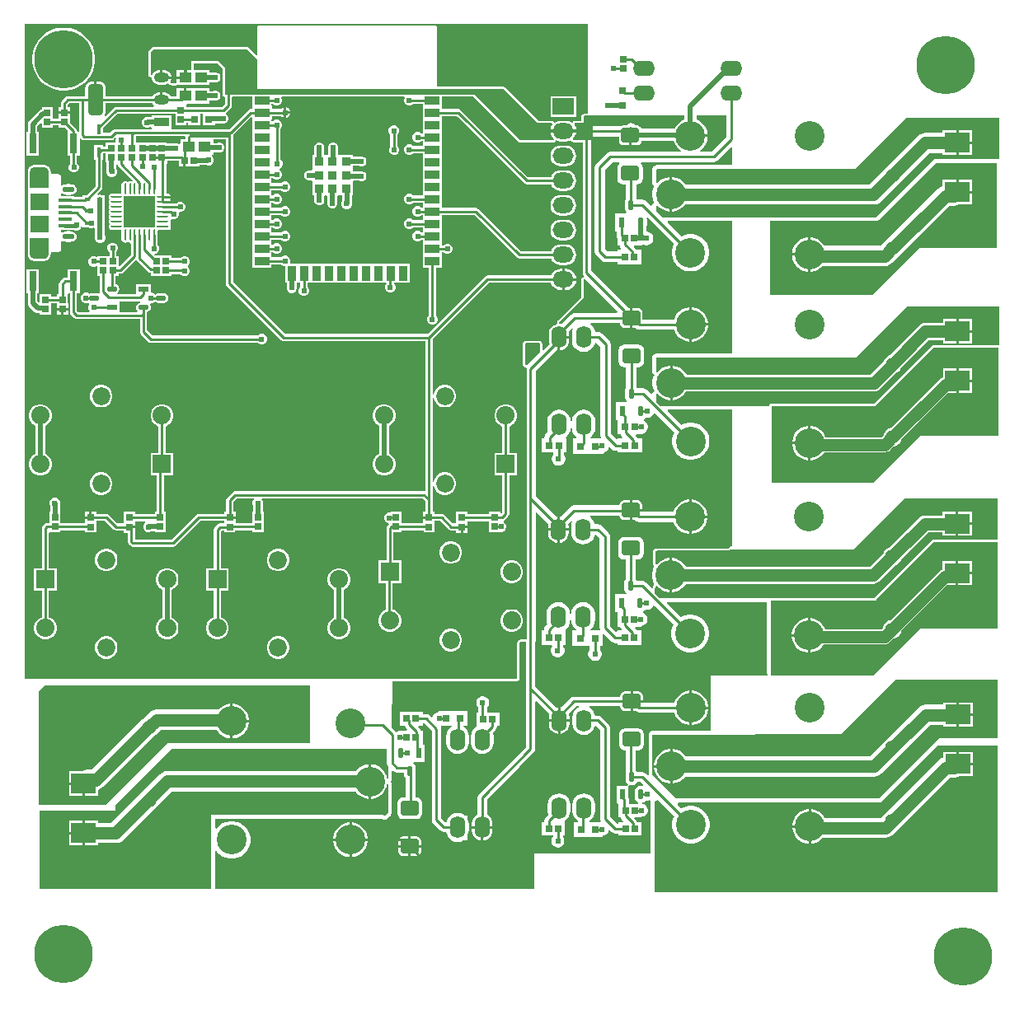
<source format=gtl>
G04*
G04 #@! TF.GenerationSoftware,Altium Limited,Altium Designer,21.9.2 (33)*
G04*
G04 Layer_Physical_Order=1*
G04 Layer_Color=255*
%FSTAX24Y24*%
%MOIN*%
G70*
G04*
G04 #@! TF.SameCoordinates,99FB27D3-1440-4BB7-B033-8997F9312AF3*
G04*
G04*
G04 #@! TF.FilePolarity,Positive*
G04*
G01*
G75*
%ADD10C,0.0100*%
%ADD15C,0.0200*%
%ADD18R,0.0457X0.0095*%
G04:AMPARAMS|DCode=19|XSize=45.7mil|YSize=9.5mil|CornerRadius=4.8mil|HoleSize=0mil|Usage=FLASHONLY|Rotation=180.000|XOffset=0mil|YOffset=0mil|HoleType=Round|Shape=RoundedRectangle|*
%AMROUNDEDRECTD19*
21,1,0.0457,0.0000,0,0,180.0*
21,1,0.0361,0.0095,0,0,180.0*
1,1,0.0095,-0.0181,0.0000*
1,1,0.0095,0.0181,0.0000*
1,1,0.0095,0.0181,0.0000*
1,1,0.0095,-0.0181,0.0000*
%
%ADD19ROUNDEDRECTD19*%
G04:AMPARAMS|DCode=20|XSize=9.5mil|YSize=45.7mil|CornerRadius=4.8mil|HoleSize=0mil|Usage=FLASHONLY|Rotation=180.000|XOffset=0mil|YOffset=0mil|HoleType=Round|Shape=RoundedRectangle|*
%AMROUNDEDRECTD20*
21,1,0.0095,0.0361,0,0,180.0*
21,1,0.0000,0.0457,0,0,180.0*
1,1,0.0095,0.0000,0.0181*
1,1,0.0095,0.0000,0.0181*
1,1,0.0095,0.0000,-0.0181*
1,1,0.0095,0.0000,-0.0181*
%
%ADD20ROUNDEDRECTD20*%
%ADD21R,0.0354X0.0354*%
%ADD22R,0.0591X0.0354*%
%ADD23R,0.0354X0.0591*%
%ADD24R,0.0291X0.0265*%
%ADD25R,0.0265X0.0291*%
%ADD26R,0.0315X0.0315*%
%ADD27R,0.0315X0.0315*%
%ADD28R,0.0514X0.0436*%
%ADD29O,0.0886X0.0630*%
%ADD30O,0.0630X0.0886*%
%ADD31R,0.0189X0.0157*%
%ADD32R,0.0416X0.0210*%
G04:AMPARAMS|DCode=33|XSize=41.6mil|YSize=21mil|CornerRadius=10.5mil|HoleSize=0mil|Usage=FLASHONLY|Rotation=180.000|XOffset=0mil|YOffset=0mil|HoleType=Round|Shape=RoundedRectangle|*
%AMROUNDEDRECTD33*
21,1,0.0416,0.0000,0,0,180.0*
21,1,0.0207,0.0210,0,0,180.0*
1,1,0.0210,-0.0103,0.0000*
1,1,0.0210,0.0103,0.0000*
1,1,0.0210,0.0103,0.0000*
1,1,0.0210,-0.0103,0.0000*
%
%ADD33ROUNDEDRECTD33*%
%ADD34R,0.0210X0.0416*%
G04:AMPARAMS|DCode=35|XSize=41.6mil|YSize=21mil|CornerRadius=10.5mil|HoleSize=0mil|Usage=FLASHONLY|Rotation=90.000|XOffset=0mil|YOffset=0mil|HoleType=Round|Shape=RoundedRectangle|*
%AMROUNDEDRECTD35*
21,1,0.0416,0.0000,0,0,90.0*
21,1,0.0207,0.0210,0,0,90.0*
1,1,0.0210,0.0000,0.0103*
1,1,0.0210,0.0000,-0.0103*
1,1,0.0210,0.0000,-0.0103*
1,1,0.0210,0.0000,0.0103*
%
%ADD35ROUNDEDRECTD35*%
%ADD36R,0.0632X0.0375*%
G04:AMPARAMS|DCode=37|XSize=63.2mil|YSize=37.5mil|CornerRadius=18.7mil|HoleSize=0mil|Usage=FLASHONLY|Rotation=180.000|XOffset=0mil|YOffset=0mil|HoleType=Round|Shape=RoundedRectangle|*
%AMROUNDEDRECTD37*
21,1,0.0632,0.0000,0,0,180.0*
21,1,0.0257,0.0375,0,0,180.0*
1,1,0.0375,-0.0128,0.0000*
1,1,0.0375,0.0128,0.0000*
1,1,0.0375,0.0128,0.0000*
1,1,0.0375,-0.0128,0.0000*
%
%ADD37ROUNDEDRECTD37*%
G04:AMPARAMS|DCode=38|XSize=63.2mil|YSize=128.4mil|CornerRadius=18.6mil|HoleSize=0mil|Usage=FLASHONLY|Rotation=180.000|XOffset=0mil|YOffset=0mil|HoleType=Round|Shape=RoundedRectangle|*
%AMROUNDEDRECTD38*
21,1,0.0632,0.0912,0,0,180.0*
21,1,0.0259,0.1284,0,0,180.0*
1,1,0.0373,-0.0129,0.0456*
1,1,0.0373,0.0129,0.0456*
1,1,0.0373,0.0129,-0.0456*
1,1,0.0373,-0.0129,-0.0456*
%
%ADD38ROUNDEDRECTD38*%
%ADD39R,0.0531X0.0157*%
%ADD40R,0.0748X0.0709*%
%ADD41R,0.0265X0.0282*%
%ADD42R,0.0282X0.0265*%
%ADD43R,0.0181X0.0409*%
G04:AMPARAMS|DCode=44|XSize=59.1mil|YSize=70.9mil|CornerRadius=7.4mil|HoleSize=0mil|Usage=FLASHONLY|Rotation=90.000|XOffset=0mil|YOffset=0mil|HoleType=Round|Shape=RoundedRectangle|*
%AMROUNDEDRECTD44*
21,1,0.0591,0.0561,0,0,90.0*
21,1,0.0443,0.0709,0,0,90.0*
1,1,0.0148,0.0281,0.0221*
1,1,0.0148,0.0281,-0.0221*
1,1,0.0148,-0.0281,-0.0221*
1,1,0.0148,-0.0281,0.0221*
%
%ADD44ROUNDEDRECTD44*%
%ADD45R,0.0315X0.0787*%
%ADD46R,0.1280X0.1280*%
%ADD67C,0.0090*%
%ADD68C,0.0500*%
%ADD69C,0.0150*%
%ADD70C,0.2362*%
%ADD71C,0.0551*%
%ADD72O,0.0850X0.0650*%
%ADD73R,0.0850X0.0650*%
%ADD74O,0.0492X0.0207*%
%ADD75O,0.0748X0.0374*%
%ADD76R,0.0738X0.0738*%
%ADD77C,0.0738*%
%ADD78C,0.0728*%
%ADD79C,0.1200*%
%ADD80R,0.0984X0.0787*%
%ADD81C,0.0240*%
G36*
X020927Y118825D02*
X020973Y118765D01*
X021004Y118741D01*
X020987Y118691D01*
X019468D01*
X019468Y118691D01*
X019414Y11868D01*
X019367Y118649D01*
X019367Y118649D01*
X019037Y118319D01*
X018999Y118352D01*
X019013Y11837D01*
X019042Y118439D01*
X019052Y118514D01*
Y118827D01*
X020926D01*
X020927Y118825D01*
D02*
G37*
G36*
X038552Y118422D02*
X038416D01*
X03841Y118421D01*
X038405Y118421D01*
X038393Y118417D01*
X038381Y118415D01*
X038376Y118412D01*
X038371Y11841D01*
X038325Y118384D01*
X038324Y118383D01*
X038323Y118383D01*
X038314Y118375D01*
X038305Y118369D01*
X038302Y118364D01*
X038298Y118361D01*
X038297Y11836D01*
X038296Y118359D01*
X038291Y118349D01*
X038285Y118339D01*
X038284Y118334D01*
X038282Y118329D01*
X038282Y118328D01*
X038281Y118326D01*
X038281Y118326D01*
X03828Y118315D01*
X038278Y118304D01*
Y118122D01*
X038021D01*
X038014Y11812D01*
X038014Y11812D01*
X038011Y11812D01*
X038003D01*
X037997Y118119D01*
X037988Y118115D01*
X037986Y118115D01*
X037986Y118115D01*
X037979Y118113D01*
X037971Y118108D01*
X037963Y118105D01*
X037957Y118098D01*
X037949Y118093D01*
X037944Y118086D01*
X037938Y11808D01*
X037935Y118071D01*
X037933Y118069D01*
X037915Y118056D01*
X03788Y118047D01*
X037859Y118062D01*
X037758Y118104D01*
X03765Y118119D01*
X03745D01*
X037342Y118104D01*
X037241Y118062D01*
X03722Y118047D01*
X037185Y118056D01*
X037167Y118069D01*
X037165Y118071D01*
X037162Y11808D01*
X037156Y118086D01*
X037151Y118093D01*
X037143Y118098D01*
X037137Y118105D01*
X037129Y118108D01*
X037121Y118113D01*
X037114Y118115D01*
X037114Y118115D01*
X037112Y118115D01*
X037103Y118119D01*
X037097Y11812D01*
X037089D01*
X037086Y11812D01*
X037086Y11812D01*
X037079Y118122D01*
X036558D01*
X035212Y119468D01*
X035204Y119473D01*
X035198Y119479D01*
X03519Y119484D01*
X035157Y119498D01*
X035148Y1195D01*
X035139D01*
X03513Y119502D01*
X032444D01*
Y121899D01*
X032437Y121934D01*
X032418Y121964D01*
X032388Y121984D01*
X032353Y121991D01*
X025266D01*
X025231Y121984D01*
X025201Y121964D01*
X025181Y121934D01*
X025174Y121899D01*
Y120801D01*
X025128Y120782D01*
X024832Y121078D01*
X024824Y121083D01*
X024818Y121089D01*
X02481Y121094D01*
X024777Y121108D01*
X024768Y12111D01*
X024759D01*
X02475Y121112D01*
X021D01*
X020991Y12111D01*
X020982Y12111D01*
X020973Y121108D01*
X020956Y121101D01*
X02094Y121094D01*
X020932Y121089D01*
X020926Y121083D01*
X020918Y121078D01*
X020802Y120962D01*
X020797Y120954D01*
X020791Y120948D01*
X020786Y12094D01*
X020772Y120907D01*
X02077Y120898D01*
Y120889D01*
X020768Y12088D01*
Y119995D01*
X020768Y119995D01*
Y119985D01*
X02077Y119976D01*
Y119967D01*
X020773Y119959D01*
X020775Y11995D01*
X02078Y119942D01*
X020784Y119934D01*
X02079Y119928D01*
X020795Y11992D01*
X020803Y119915D01*
X020809Y119909D01*
X020817Y119905D01*
X020825Y1199D01*
X020834Y119898D01*
X020842Y119895D01*
X020886Y119886D01*
X020898Y119872D01*
X020908Y119799D01*
X020936Y119732D01*
X02098Y119674D01*
X021038Y119629D01*
X021106Y119601D01*
X021178Y119592D01*
X021435D01*
X021507Y119601D01*
X021575Y119629D01*
X021613Y119603D01*
X021617Y119598D01*
X021621Y119595D01*
X021626Y119586D01*
X021629Y119585D01*
X021631Y119582D01*
X021642Y119575D01*
X021643Y119575D01*
X021643Y119575D01*
X021644Y119574D01*
X021645Y119574D01*
X021656Y119566D01*
X021659Y119566D01*
X021662Y119564D01*
X021672Y119563D01*
X021676Y119561D01*
X021682Y11956D01*
X021689D01*
X021691Y11956D01*
X021694D01*
X0217Y119558D01*
X021898D01*
X021907Y11956D01*
X021916D01*
X021925Y119562D01*
X021926Y119562D01*
X023242D01*
Y119676D01*
X023423D01*
X023438Y11967D01*
X023522D01*
X023599Y119702D01*
X023658Y119761D01*
X02369Y119838D01*
Y119922D01*
X023658Y119999D01*
X023599Y120058D01*
X023522Y12009D01*
X023438D01*
X023375Y120064D01*
X023242D01*
Y120178D01*
X02261D01*
X022602Y120188D01*
Y120438D01*
X023562D01*
X023768Y120232D01*
Y11919D01*
X02377Y119181D01*
Y119172D01*
X023772Y119164D01*
X023775Y119155D01*
X023775Y119155D01*
X023775Y119155D01*
X023785Y119131D01*
X023811Y119105D01*
X023835Y119095D01*
X023835Y119095D01*
X023835Y119095D01*
X023844Y119092D01*
X023852Y11909D01*
X023861D01*
X023867Y119089D01*
Y118799D01*
X023759Y118691D01*
X022302D01*
Y118779D01*
X022339Y118812D01*
X022622D01*
Y118822D01*
X023242D01*
Y118936D01*
X023423D01*
X023438Y11893D01*
X023522D01*
X023599Y118962D01*
X023658Y119021D01*
X02369Y119098D01*
Y119182D01*
X023658Y119259D01*
X023599Y119318D01*
X023522Y11935D01*
X023438D01*
X023375Y119324D01*
X023242D01*
Y119438D01*
X022622D01*
Y119448D01*
X022315D01*
Y11913D01*
X022215D01*
Y119448D01*
X021908D01*
Y119113D01*
X021687D01*
X021686Y119115D01*
X02164Y119175D01*
X02158Y119221D01*
X02151Y11925D01*
X021435Y11926D01*
X021357D01*
Y11897D01*
X021257D01*
Y11926D01*
X021178D01*
X021103Y11925D01*
X021033Y119221D01*
X020973Y119175D01*
X020927Y119115D01*
X020926Y119113D01*
X019052D01*
Y119426D01*
X019042Y119501D01*
X019013Y11957D01*
X018967Y11963D01*
X018907Y119676D01*
X018838Y119705D01*
X018763Y119715D01*
X018683D01*
Y11897D01*
X018583D01*
Y119715D01*
X018504D01*
X018429Y119705D01*
X01836Y119676D01*
X0183Y11963D01*
X018254Y11957D01*
X018225Y119501D01*
X018215Y119426D01*
Y119113D01*
X01752D01*
X01752Y119113D01*
X017465Y119102D01*
X017419Y119071D01*
X017269Y118921D01*
X017238Y118875D01*
X017227Y11882D01*
X017227Y11882D01*
Y118689D01*
X017138D01*
Y118498D01*
X01737D01*
X017602D01*
Y118689D01*
X017513D01*
Y118761D01*
X017579Y118827D01*
X017977D01*
Y117712D01*
X017936Y117691D01*
X017887Y11771D01*
X017879Y117749D01*
X017848Y117796D01*
X017705Y117939D01*
X017679Y117956D01*
X017592Y118043D01*
Y118208D01*
X017602D01*
Y118398D01*
X01737D01*
X017138D01*
Y118217D01*
X016902D01*
Y118679D01*
X016458D01*
Y118581D01*
X016438Y118577D01*
X016375Y118535D01*
X015956Y118117D01*
X015914Y118054D01*
X0159Y11798D01*
Y117684D01*
X015846D01*
Y116716D01*
X016341D01*
Y117684D01*
X016287D01*
Y117899D01*
X016411Y118024D01*
X016458Y118005D01*
Y117841D01*
X016902D01*
Y117931D01*
X017148D01*
Y117841D01*
X017391D01*
X017494Y117737D01*
X017494Y117737D01*
X017499Y117734D01*
X017499Y117684D01*
X017499Y117684D01*
X017499Y117684D01*
Y116716D01*
X017604D01*
Y116381D01*
X017582Y116359D01*
X01755Y116282D01*
Y116198D01*
X017582Y116121D01*
X017641Y116062D01*
X017718Y11603D01*
X017802D01*
X017879Y116062D01*
X017938Y116121D01*
X01797Y116198D01*
Y116282D01*
X017938Y116359D01*
X01789Y116407D01*
Y116716D01*
X017994D01*
Y117396D01*
X018044Y117416D01*
X018078Y117383D01*
X018078Y117383D01*
X018124Y117352D01*
X018179Y117341D01*
X019274D01*
X019274Y117341D01*
X019328Y117352D01*
X019375Y117383D01*
X019419Y117427D01*
X019461Y117398D01*
X01945Y117372D01*
Y117288D01*
X019452Y117284D01*
X019424Y117242D01*
X019051D01*
Y11708D01*
X018951D01*
Y117146D01*
X018589D01*
Y116557D01*
X018637D01*
Y115488D01*
X018258Y115109D01*
X018107D01*
Y115047D01*
X017769D01*
Y115073D01*
X017239D01*
Y115161D01*
X017289Y115188D01*
X017323Y115165D01*
X017398Y11515D01*
X017404D01*
X017417Y115142D01*
X017502Y115125D01*
X01758D01*
X017666Y115142D01*
X017678Y11515D01*
X017684D01*
X017759Y115165D01*
X017823Y115208D01*
X017866Y115272D01*
X017881Y115347D01*
X017866Y115423D01*
X017823Y115487D01*
X017759Y11553D01*
X017684Y115545D01*
X017678D01*
X017666Y115553D01*
X01758Y11557D01*
X017502D01*
X017417Y115553D01*
X017404Y115545D01*
X017398D01*
X017323Y11553D01*
X017289Y115507D01*
X017239Y115534D01*
Y115869D01*
X017232Y115904D01*
X017212Y115934D01*
X017183Y115954D01*
X017147Y115961D01*
X016826D01*
Y116046D01*
X016825Y116048D01*
X016826Y11605D01*
X016825Y11606D01*
X016825Y116062D01*
X016825Y116064D01*
X016824Y116074D01*
X016824Y116076D01*
X016824Y116077D01*
X016823Y116088D01*
X016822Y116091D01*
X016822Y116094D01*
X01682Y116105D01*
X016819Y116107D01*
X016819Y116109D01*
X016817Y116118D01*
X016816Y11612D01*
X016816Y116121D01*
X016813Y116131D01*
X016811Y116135D01*
X01681Y11614D01*
X016807Y116149D01*
X016806Y11615D01*
X016806Y116152D01*
X016802Y116162D01*
X016801Y116163D01*
X016801Y116164D01*
X016796Y116174D01*
X016794Y116177D01*
X016793Y116181D01*
X016788Y11619D01*
X016786Y116192D01*
X016785Y116194D01*
X016774Y116211D01*
X016771Y116214D01*
X01677Y116218D01*
X016763Y116226D01*
X016761Y116228D01*
X01676Y11623D01*
X016754Y116238D01*
X016752Y116239D01*
X01675Y116241D01*
X016743Y116249D01*
X016741Y11625D01*
X01674Y116252D01*
X016732Y116259D01*
X01673Y116261D01*
X016728Y116263D01*
X016721Y116269D01*
X016718Y116271D01*
X016717Y116272D01*
X016709Y116279D01*
X016705Y11628D01*
X016702Y116283D01*
X016685Y116294D01*
X016683Y116295D01*
X016681Y116297D01*
X016672Y116302D01*
X016668Y116303D01*
X016665Y116305D01*
X016655Y11631D01*
X016654Y11631D01*
X016652Y116311D01*
X016643Y116315D01*
X016641Y116315D01*
X01664Y116316D01*
X01663Y11632D01*
X016626Y11632D01*
X016622Y116322D01*
X016612Y116325D01*
X016611Y116325D01*
X016609Y116326D01*
X0166Y116328D01*
X016597Y116328D01*
X016595Y116329D01*
X016585Y116331D01*
X016582Y116331D01*
X016578Y116332D01*
X016568Y116333D01*
X016566Y116333D01*
X016565Y116333D01*
X016554Y116334D01*
X016553Y116334D01*
X016551Y116334D01*
X016541Y116335D01*
X016539Y116335D01*
X016537Y116335D01*
X016183D01*
X016181Y116335D01*
X016179Y116335D01*
X016169Y116334D01*
X016167Y116334D01*
X016166Y116334D01*
X016155Y116333D01*
X016154Y116333D01*
X016152Y116333D01*
X016142Y116332D01*
X016138Y116331D01*
X016135Y116331D01*
X016125Y116329D01*
X016123Y116328D01*
X01612Y116328D01*
X016111Y116326D01*
X016109Y116325D01*
X016108Y116325D01*
X016098Y116322D01*
X016094Y11632D01*
X01609Y11632D01*
X01608Y116316D01*
X016079Y116315D01*
X016077Y116315D01*
X016068Y116311D01*
X016066Y11631D01*
X016065Y11631D01*
X016055Y116305D01*
X016052Y116303D01*
X016048Y116302D01*
X016039Y116297D01*
X016037Y116295D01*
X016035Y116294D01*
X016026Y116289D01*
X016026Y116289D01*
X016018Y116283D01*
X016015Y11628D01*
X016011Y116279D01*
X016003Y116272D01*
X016002Y116271D01*
X015999Y116269D01*
X015992Y116263D01*
X01599Y116261D01*
X015988Y116259D01*
X01598Y116252D01*
X015979Y11625D01*
X015977Y116249D01*
X01597Y116241D01*
X015968Y116239D01*
X015966Y116238D01*
X01596Y11623D01*
X015959Y116228D01*
X015957Y116226D01*
X01595Y116218D01*
X015949Y116214D01*
X015946Y116211D01*
X01594Y116203D01*
X01594Y116203D01*
X01594Y116203D01*
X015935Y116194D01*
X015934Y116192D01*
X015932Y11619D01*
X015927Y116181D01*
X015926Y116177D01*
X015924Y116174D01*
X01592Y116164D01*
X015919Y116163D01*
X015918Y116162D01*
X015914Y116152D01*
X015914Y11615D01*
X015913Y116149D01*
X01591Y11614D01*
X015909Y116135D01*
X015907Y116131D01*
X015904Y116121D01*
X015904Y11612D01*
X015903Y116119D01*
X015901Y116109D01*
X015901Y116107D01*
X0159Y116105D01*
X015898Y116094D01*
X015898Y116091D01*
X015897Y116088D01*
X015896Y116077D01*
X015896Y116076D01*
X015896Y116074D01*
X015895Y116064D01*
X015895Y116062D01*
X015895Y11606D01*
X015894Y11605D01*
X015895Y116048D01*
X015894Y116046D01*
Y11578D01*
X015894Y115776D01*
X015894Y115771D01*
Y115416D01*
Y1152D01*
X015896Y115191D01*
Y1145D01*
X015894Y114491D01*
Y114294D01*
X015896Y114285D01*
Y113595D01*
X015894Y113586D01*
Y113369D01*
Y113015D01*
X015894Y11301D01*
X015894Y113005D01*
Y112739D01*
X015895Y112737D01*
X015894Y112736D01*
X015895Y112725D01*
X015895Y112724D01*
X015895Y112722D01*
X015896Y112712D01*
X015896Y11271D01*
X015896Y112708D01*
X015897Y112698D01*
X015898Y112695D01*
X015898Y112691D01*
X0159Y112681D01*
X015901Y112679D01*
X015901Y112677D01*
X015903Y112667D01*
X015904Y112666D01*
X015904Y112665D01*
X015907Y112654D01*
X015909Y11265D01*
X01591Y112646D01*
X015913Y112637D01*
X015914Y112635D01*
X015914Y112633D01*
X015918Y112624D01*
X015919Y112623D01*
X01592Y112621D01*
X015924Y112612D01*
X015926Y112608D01*
X015927Y112605D01*
X015932Y112596D01*
X015934Y112594D01*
X015935Y112592D01*
X01594Y112583D01*
X01594Y112583D01*
X01594Y112583D01*
X015946Y112574D01*
X015949Y112571D01*
X01595Y112568D01*
X015957Y11256D01*
X015959Y112558D01*
X01596Y112556D01*
X015966Y112548D01*
X015968Y112546D01*
X01597Y112544D01*
X015977Y112537D01*
X015979Y112535D01*
X01598Y112533D01*
X015988Y112526D01*
X01599Y112525D01*
X015992Y112523D01*
X015999Y112516D01*
X016002Y112515D01*
X016003Y112513D01*
X016011Y112507D01*
X016015Y112505D01*
X016018Y112502D01*
X016035Y112491D01*
X016037Y11249D01*
X016039Y112489D01*
X016048Y112484D01*
X016052Y112483D01*
X016055Y11248D01*
X016065Y112476D01*
X016066Y112475D01*
X016068Y112475D01*
X016077Y112471D01*
X016079Y11247D01*
X01608Y112469D01*
X01609Y112466D01*
X016094Y112465D01*
X016098Y112463D01*
X016108Y11246D01*
X016109Y11246D01*
X016111Y11246D01*
X01612Y112457D01*
X016123Y112457D01*
X016125Y112457D01*
X016135Y112455D01*
X016138Y112455D01*
X016142Y112454D01*
X016152Y112452D01*
X016154Y112453D01*
X016155Y112452D01*
X016166Y112451D01*
X016167Y112451D01*
X016169Y112451D01*
X016179Y112451D01*
X016181Y112451D01*
X016183Y112451D01*
X016537D01*
X016539Y112451D01*
X016541Y112451D01*
X016551Y112451D01*
X016553Y112451D01*
X016554Y112451D01*
X016565Y112452D01*
X016566Y112453D01*
X016568Y112452D01*
X016578Y112454D01*
X016582Y112455D01*
X016585Y112455D01*
X016595Y112457D01*
X016597Y112457D01*
X0166Y112457D01*
X016609Y11246D01*
X016611Y11246D01*
X016612Y11246D01*
X016622Y112463D01*
X016626Y112465D01*
X01663Y112466D01*
X01664Y112469D01*
X016641Y11247D01*
X016643Y112471D01*
X016652Y112475D01*
X016654Y112476D01*
X016655Y112476D01*
X016665Y11248D01*
X016668Y112483D01*
X016672Y112484D01*
X016681Y112489D01*
X016683Y11249D01*
X016685Y112491D01*
X016702Y112502D01*
X016705Y112505D01*
X016709Y112507D01*
X016717Y112513D01*
X016718Y112515D01*
X016721Y112516D01*
X016728Y112523D01*
X01673Y112525D01*
X016732Y112526D01*
X01674Y112533D01*
X016741Y112535D01*
X016743Y112537D01*
X01675Y112544D01*
X016752Y112546D01*
X016754Y112548D01*
X01676Y112556D01*
X016761Y112558D01*
X016763Y11256D01*
X01677Y112568D01*
X016771Y112571D01*
X016774Y112574D01*
X016785Y112592D01*
X016786Y112594D01*
X016788Y112596D01*
X016793Y112605D01*
X016794Y112608D01*
X016796Y112612D01*
X016801Y112621D01*
X016801Y112623D01*
X016802Y112624D01*
X016806Y112633D01*
X016806Y112635D01*
X016807Y112637D01*
X01681Y112646D01*
X016811Y11265D01*
X016813Y112654D01*
X016816Y112665D01*
X016816Y112666D01*
X016817Y112667D01*
X016819Y112677D01*
X016819Y112679D01*
X01682Y112681D01*
X016822Y112691D01*
X016822Y112695D01*
X016823Y112698D01*
X016824Y112708D01*
X016824Y11271D01*
X016824Y112712D01*
X016825Y112722D01*
X016825Y112724D01*
X016825Y112725D01*
X016826Y112736D01*
X016825Y112737D01*
X016826Y112739D01*
Y112825D01*
X017147D01*
X017183Y112832D01*
X017212Y112851D01*
X017232Y112881D01*
X017239Y112916D01*
Y113252D01*
X017289Y113278D01*
X017323Y113256D01*
X017398Y113241D01*
X017404D01*
X017417Y113233D01*
X017502Y113216D01*
X01758D01*
X017666Y113233D01*
X017678Y113241D01*
X017684D01*
X017759Y113256D01*
X017823Y113299D01*
X017866Y113363D01*
X017881Y113438D01*
X017866Y113513D01*
X017823Y113577D01*
X017759Y11362D01*
X017684Y113635D01*
X017678D01*
X017666Y113643D01*
X01758Y11366D01*
X017502D01*
X017417Y113643D01*
X017404Y113635D01*
X017398D01*
X017323Y11362D01*
X017289Y113598D01*
X017239Y113624D01*
Y113712D01*
X017765D01*
X017818Y11369D01*
X017902D01*
X017979Y113722D01*
X018038Y113781D01*
X018057Y113826D01*
X018107Y113821D01*
Y113821D01*
X018332D01*
X018341Y113812D01*
X018418Y11378D01*
X018502D01*
X018567Y113807D01*
X018617Y113785D01*
Y113457D01*
X018611Y113442D01*
Y113358D01*
X018643Y113281D01*
X018702Y113222D01*
X018779Y11319D01*
X018863D01*
X01894Y113222D01*
X018999Y113281D01*
X019031Y113358D01*
Y113442D01*
X019005Y113505D01*
Y113985D01*
X019004Y113987D01*
X019005Y11399D01*
Y114465D01*
Y11494D01*
X018995Y114986D01*
Y115109D01*
X0189D01*
X018885Y115119D01*
X018811Y115134D01*
X018744Y11512D01*
X018727Y115138D01*
X018715Y115162D01*
X018881Y115328D01*
X018881Y115328D01*
X018912Y115374D01*
X018923Y115429D01*
X018923Y115429D01*
Y116557D01*
X018951D01*
Y116795D01*
X019051D01*
Y116428D01*
X019088D01*
Y116117D01*
X019082Y116102D01*
Y116018D01*
X019114Y115941D01*
X019173Y115882D01*
X01925Y11585D01*
X019333D01*
X019411Y115882D01*
X01947Y115941D01*
X019502Y116018D01*
Y116102D01*
X019475Y116165D01*
Y116333D01*
X019525Y116338D01*
X019527Y116332D01*
X019557Y116285D01*
X020131Y115712D01*
X020099Y115673D01*
X02008Y115686D01*
X020026Y115696D01*
X019973Y115686D01*
X019928Y115656D01*
X019883Y115686D01*
X019829Y115696D01*
X019776Y115686D01*
X01973Y115655D01*
X0197Y11561D01*
X019689Y115556D01*
Y115217D01*
X019673Y115187D01*
X019643Y115171D01*
X019304D01*
X01925Y11516D01*
X019205Y11513D01*
X019174Y115084D01*
X019164Y115031D01*
X019174Y114977D01*
X019204Y114932D01*
X019174Y114887D01*
X019164Y114834D01*
X019174Y11478D01*
X019204Y114735D01*
X019174Y114691D01*
X019164Y114637D01*
X019174Y114583D01*
X019204Y114538D01*
X019174Y114494D01*
X019164Y11444D01*
X019174Y114386D01*
X019204Y114342D01*
X019174Y114297D01*
X019164Y114243D01*
X019174Y114189D01*
X019204Y114145D01*
X019174Y1141D01*
X019164Y114046D01*
X019174Y113993D01*
X019204Y113948D01*
X019174Y113903D01*
X019164Y113849D01*
X019174Y113796D01*
X019205Y11375D01*
X01925Y11372D01*
X019304Y113709D01*
X019643D01*
X019673Y113693D01*
X019689Y113663D01*
Y113324D01*
X0197Y11327D01*
X01973Y113225D01*
X019776Y113194D01*
X019829Y113183D01*
X019883Y113194D01*
X019928Y113224D01*
X019973Y113194D01*
X020026Y113183D01*
X020036Y113185D01*
X020086Y113144D01*
Y11271D01*
X019609Y112234D01*
X019559Y112255D01*
Y112652D01*
X019468D01*
Y112821D01*
X019508Y112861D01*
X01954Y112938D01*
Y113022D01*
X019508Y113099D01*
X019449Y113158D01*
X019372Y11319D01*
X019288D01*
X019211Y113158D01*
X019152Y113099D01*
X01912Y113022D01*
Y112938D01*
X019152Y112861D01*
X019192Y112821D01*
Y112652D01*
X018721D01*
Y112637D01*
X018702Y112624D01*
X018671Y112611D01*
X018602Y11264D01*
X018518D01*
X018441Y112608D01*
X018382Y112549D01*
X01835Y112472D01*
Y112388D01*
X018382Y112311D01*
X018441Y112252D01*
X018518Y11222D01*
X018602D01*
X018671Y112249D01*
X018702Y112236D01*
X018721Y112223D01*
Y111851D01*
X018809D01*
Y111198D01*
X018809Y111198D01*
X018817Y111159D01*
X018776Y111126D01*
X018765Y111133D01*
X018689Y111149D01*
X018482D01*
X018406Y111133D01*
X018381Y111116D01*
X018369Y111128D01*
X018292Y11116D01*
X018208D01*
X018131Y111128D01*
X018072Y111069D01*
X01804Y110992D01*
Y110908D01*
X018072Y110831D01*
X018131Y110772D01*
X018208Y11074D01*
X018292D01*
X018348Y110763D01*
X018377Y110752D01*
X01839Y110702D01*
X018388Y110695D01*
X018382Y110689D01*
X01835Y110612D01*
Y110528D01*
X018382Y110451D01*
X0184Y110433D01*
X01838Y110383D01*
X017939D01*
X01789Y110432D01*
Y111156D01*
X017994D01*
Y112124D01*
X017499D01*
Y111783D01*
X01742D01*
X01742Y111783D01*
X017365Y111772D01*
X017319Y111741D01*
X017319Y111741D01*
X017199Y111621D01*
X017168Y111575D01*
X017157Y11152D01*
X017157Y11152D01*
Y111116D01*
X017078D01*
Y111025D01*
X016832D01*
Y111116D01*
X016388D01*
Y110797D01*
X016338Y110776D01*
X016287Y110827D01*
Y111156D01*
X016341D01*
Y112124D01*
X015846D01*
Y111156D01*
X0159D01*
Y110747D01*
X015914Y110673D01*
X015956Y11061D01*
X016177Y110389D01*
X01624Y110347D01*
X016314Y110332D01*
X016388D01*
Y110277D01*
X016832D01*
Y11074D01*
X017068D01*
Y110558D01*
X0173D01*
X017532D01*
Y110749D01*
X017522D01*
Y111116D01*
X017545Y111156D01*
X017604D01*
Y110373D01*
X017604Y110373D01*
X017615Y110319D01*
X017646Y110272D01*
X017779Y110139D01*
X017779Y110139D01*
X017825Y110108D01*
X01788Y110097D01*
X01788Y110097D01*
X020432D01*
Y109585D01*
X020432Y109585D01*
X020443Y109531D01*
X020474Y109485D01*
X020769Y109189D01*
X020769Y109189D01*
X020815Y109158D01*
X02087Y109147D01*
X02087Y109147D01*
X025196D01*
X025231Y109112D01*
X025308Y10908D01*
X025392D01*
X025469Y109112D01*
X025528Y109171D01*
X02556Y109248D01*
Y109332D01*
X025528Y109409D01*
X025469Y109468D01*
X025392Y1095D01*
X025308D01*
X025231Y109468D01*
X025196Y109433D01*
X020929D01*
X020717Y109645D01*
Y110325D01*
X020717Y110325D01*
X020717Y110325D01*
Y110385D01*
X020754Y110393D01*
X020818Y110436D01*
X020861Y1105D01*
X020876Y110576D01*
X020861Y110652D01*
X020835Y110691D01*
X020863Y11074D01*
X020922D01*
X020999Y110772D01*
X021037Y11081D01*
X02104Y11081D01*
X021104Y110767D01*
X02118Y110751D01*
X021387D01*
X021463Y110767D01*
X021527Y11081D01*
X02157Y110874D01*
X021586Y11095D01*
X02157Y111026D01*
X021527Y11109D01*
X021463Y111133D01*
X021387Y111149D01*
X02118D01*
X021104Y111133D01*
X02104Y11109D01*
X021037Y11109D01*
X020999Y111128D01*
X020922Y11116D01*
X020873D01*
Y111519D01*
X020276D01*
Y111129D01*
X020237Y111103D01*
X019507D01*
X019492Y111153D01*
X019538Y111184D01*
X019581Y111248D01*
X019596Y111324D01*
X019581Y1114D01*
X019538Y111464D01*
X019474Y111507D01*
X019432Y111516D01*
Y111851D01*
X019559D01*
Y111936D01*
X019643D01*
X019696Y111946D01*
X01974Y111976D01*
X020248Y112484D01*
X020309Y112473D01*
X020323Y112453D01*
X020771Y112004D01*
X020816Y111974D01*
X020861Y111965D01*
Y111838D01*
X021699D01*
Y111917D01*
X022076D01*
X022121Y111872D01*
X022198Y11184D01*
X022282D01*
X022359Y111872D01*
X022418Y111931D01*
X02245Y112008D01*
Y112092D01*
X022418Y112169D01*
X02238Y112207D01*
X022364Y11224D01*
X02238Y112273D01*
X022418Y112311D01*
X02245Y112388D01*
Y112472D01*
X022418Y112549D01*
X022359Y112608D01*
X022282Y11264D01*
X022198D01*
X022121Y112608D01*
X022096Y112583D01*
X021699D01*
Y112662D01*
X021045D01*
X021012Y112696D01*
X021032Y112746D01*
X021052D01*
X02113Y112778D01*
X021189Y112837D01*
X021221Y112914D01*
Y112998D01*
X021189Y113075D01*
X021148Y113115D01*
Y11331D01*
X021151Y113324D01*
Y113685D01*
X021197Y113712D01*
X021674D01*
Y113987D01*
X021674Y113987D01*
X021674D01*
X021675Y114037D01*
X021676Y114046D01*
X021666Y1141D01*
X021662Y114105D01*
X021666Y114115D01*
X021729Y114142D01*
X021758Y11413D01*
X021842D01*
X021919Y114162D01*
X021978Y114221D01*
X02201Y114298D01*
Y114382D01*
X022009Y114384D01*
X022044Y11443D01*
X022102D01*
X022179Y114462D01*
X022238Y114521D01*
X02227Y114598D01*
Y114682D01*
X022238Y114759D01*
X022179Y114818D01*
X022102Y11485D01*
X022018D01*
X021941Y114818D01*
X021904Y114781D01*
X021716D01*
X021714Y114784D01*
X021356D01*
Y114884D01*
X021677D01*
X021675Y114891D01*
X021648Y114932D01*
X021675Y114973D01*
X021677Y114981D01*
X021356D01*
Y115081D01*
X021677D01*
X021675Y115088D01*
X021643Y115137D01*
X021594Y11517D01*
X021536Y115181D01*
X021498D01*
Y116391D01*
X021532D01*
Y116494D01*
X021991D01*
Y116278D01*
X022186D01*
Y11651D01*
X022286D01*
Y116278D01*
X022482D01*
Y116288D01*
X022839D01*
Y116326D01*
X023153D01*
X023168Y11632D01*
X023252D01*
X023329Y116352D01*
X023388Y116411D01*
X02342Y116488D01*
Y116572D01*
X023388Y116649D01*
X023335Y116702D01*
X023339Y116729D01*
X02335Y116752D01*
X023392D01*
Y116836D01*
X023583D01*
X023598Y11683D01*
X023682D01*
X023759Y116862D01*
X023818Y116921D01*
X02385Y116998D01*
Y117082D01*
X023818Y117159D01*
X023759Y117218D01*
X023682Y11725D01*
X023598D01*
X023535Y117224D01*
X023392D01*
Y117368D01*
X023436Y117382D01*
X023912D01*
Y111545D01*
X023912Y111545D01*
X023923Y11149D01*
X023954Y111444D01*
X026149Y109249D01*
X026149Y109249D01*
X026195Y109218D01*
X02625Y109207D01*
X02625Y109207D01*
X031974D01*
Y103161D01*
X031935Y10313D01*
X03192Y103133D01*
X03192Y103133D01*
X02427D01*
X02427Y103133D01*
X024215Y103122D01*
X024169Y103091D01*
X024169Y103091D01*
X023959Y102881D01*
X023928Y102835D01*
X023917Y10278D01*
X023917Y10278D01*
Y102309D01*
X023828D01*
Y102211D01*
X022818D01*
X022818Y102211D01*
X022764Y1022D01*
X022717Y102169D01*
X022717Y102169D01*
X021721Y101173D01*
X020233D01*
Y101451D01*
X020242D01*
Y101642D01*
X02001D01*
Y101742D01*
X020242D01*
Y101923D01*
X020654D01*
X020664Y101873D01*
X020651Y101868D01*
X020592Y101809D01*
X02056Y101732D01*
Y101648D01*
X020592Y101571D01*
X020651Y101512D01*
X020728Y10148D01*
X020812D01*
X020859Y101499D01*
X021028D01*
Y101461D01*
X021472D01*
Y101828D01*
Y102299D01*
X021393D01*
Y103767D01*
X021783D01*
Y104685D01*
X021467D01*
Y105757D01*
X021501Y105766D01*
X021606Y105827D01*
X021691Y105912D01*
X021752Y106017D01*
X021783Y106134D01*
Y106255D01*
X021752Y106371D01*
X021691Y106476D01*
X021606Y106562D01*
X021501Y106622D01*
X021384Y106653D01*
X021263D01*
X021147Y106622D01*
X021042Y106562D01*
X020957Y106476D01*
X020896Y106371D01*
X020865Y106255D01*
Y106134D01*
X020896Y106017D01*
X020957Y105912D01*
X021042Y105827D01*
X021147Y105766D01*
X021181Y105757D01*
Y104685D01*
X020865D01*
Y103767D01*
X021107D01*
Y102299D01*
X021028D01*
Y102209D01*
X020232D01*
Y102299D01*
X019788D01*
Y101932D01*
X019778D01*
Y101834D01*
X019518D01*
X019183Y102169D01*
X019137Y1022D01*
X019082Y102211D01*
X019082Y102211D01*
X018672D01*
Y102309D01*
X01849D01*
Y102068D01*
X01844D01*
Y102018D01*
X018208D01*
Y101837D01*
X017222D01*
Y102299D01*
X017194D01*
Y102597D01*
X0172Y102612D01*
Y102695D01*
X017168Y102773D01*
X017109Y102832D01*
X017032Y102864D01*
X016948D01*
X016871Y102832D01*
X016812Y102773D01*
X01678Y102695D01*
Y102612D01*
X016806Y102548D01*
Y102299D01*
X016778D01*
Y101839D01*
X016668D01*
X016613Y101828D01*
X016567Y101797D01*
X016567Y101797D01*
X016508Y101739D01*
X016477Y101692D01*
X016467Y101638D01*
X016467Y101638D01*
Y100023D01*
X01615D01*
Y099105D01*
X016467D01*
Y098033D01*
X016432Y098024D01*
X016327Y097963D01*
X016242Y097878D01*
X016182Y097773D01*
X01615Y097656D01*
Y097535D01*
X016182Y097419D01*
X016242Y097314D01*
X016327Y097228D01*
X016432Y097168D01*
X016549Y097137D01*
X01667D01*
X016787Y097168D01*
X016891Y097228D01*
X016977Y097314D01*
X017037Y097419D01*
X017068Y097535D01*
Y097656D01*
X017037Y097773D01*
X016977Y097878D01*
X016891Y097963D01*
X016787Y098024D01*
X016752Y098033D01*
Y099105D01*
X017068D01*
Y100023D01*
X016752D01*
Y101421D01*
X016778Y101461D01*
X017222D01*
Y101551D01*
X018218D01*
Y101461D01*
X018662D01*
Y101828D01*
X018672D01*
Y101926D01*
X019023D01*
X019358Y101591D01*
X019358Y101591D01*
X019404Y10156D01*
X019459Y101549D01*
X019459Y101549D01*
X019778D01*
Y101451D01*
X019947D01*
Y101089D01*
X019947Y101089D01*
X019958Y101034D01*
X019989Y100988D01*
X020048Y100929D01*
X020048Y100929D01*
X020094Y100898D01*
X020149Y100887D01*
X02178D01*
X02178Y100887D01*
X021835Y100898D01*
X021881Y100929D01*
X022878Y101926D01*
X023828D01*
Y101834D01*
X023672D01*
X023672Y101834D01*
X023617Y101823D01*
X023571Y101793D01*
X023571Y101793D01*
X023457Y101679D01*
X023426Y101632D01*
X023415Y101578D01*
X023415Y101578D01*
Y100023D01*
X023099D01*
Y099105D01*
X023415D01*
Y098033D01*
X023381Y098024D01*
X023276Y097963D01*
X02319Y097878D01*
X02313Y097773D01*
X023099Y097656D01*
Y097535D01*
X02313Y097419D01*
X02319Y097314D01*
X023276Y097228D01*
X023381Y097168D01*
X023497Y097137D01*
X023618D01*
X023735Y097168D01*
X02384Y097228D01*
X023925Y097314D01*
X023986Y097419D01*
X024017Y097535D01*
Y097656D01*
X023986Y097773D01*
X023925Y097878D01*
X02384Y097963D01*
X023735Y098024D01*
X0237Y098033D01*
Y099105D01*
X024017D01*
Y100023D01*
X0237D01*
Y101519D01*
X023731Y101549D01*
X023838D01*
Y101461D01*
X024282D01*
Y101551D01*
X024988D01*
Y101461D01*
X025432D01*
Y101828D01*
Y102299D01*
X025404D01*
Y102597D01*
X02541Y102612D01*
Y102695D01*
X025378Y102773D01*
X025353Y102797D01*
X025374Y102847D01*
X031861D01*
X031974Y102734D01*
Y102309D01*
X031884D01*
Y102118D01*
X032117D01*
Y102018D01*
X031884D01*
Y101837D01*
X031012D01*
Y102299D01*
X030568D01*
Y102271D01*
X030564Y102268D01*
X03048D01*
X030403Y102236D01*
X030344Y102177D01*
X030312Y1021D01*
Y102017D01*
X030344Y101939D01*
X030403Y10188D01*
X030477Y10185D01*
X030488Y101824D01*
X030491Y101813D01*
X030492Y101798D01*
X030436Y101742D01*
X030405Y101696D01*
X030394Y101641D01*
X030394Y101641D01*
Y100326D01*
X030078D01*
Y099408D01*
X030363D01*
Y098327D01*
X030359Y098326D01*
X030255Y098266D01*
X030169Y09818D01*
X030109Y098076D01*
X030078Y097959D01*
Y097838D01*
X030109Y097721D01*
X030169Y097617D01*
X030255Y097531D01*
X030359Y097471D01*
X030476Y097439D01*
X030597D01*
X030714Y097471D01*
X030819Y097531D01*
X030904Y097617D01*
X030964Y097721D01*
X030996Y097838D01*
Y097959D01*
X030964Y098076D01*
X030904Y09818D01*
X030819Y098266D01*
X030714Y098326D01*
X030649Y098344D01*
Y099408D01*
X030996D01*
Y100326D01*
X030679D01*
Y101461D01*
X031012D01*
Y101551D01*
X031894D01*
Y101461D01*
X032339D01*
Y101828D01*
X032349D01*
Y101926D01*
X032578D01*
X032913Y101591D01*
X032913Y101591D01*
X032959Y10156D01*
X033014Y101549D01*
X033014Y101549D01*
X033211D01*
Y101451D01*
X033393D01*
Y101692D01*
X033443D01*
Y101742D01*
X033676D01*
Y101923D01*
X034548D01*
Y101461D01*
X034992D01*
Y101489D01*
X034996Y101492D01*
X03508D01*
X035157Y101524D01*
X035216Y101583D01*
X035248Y10166D01*
Y101743D01*
X035216Y101821D01*
X035157Y10188D01*
X035136Y101888D01*
X035136Y101889D01*
X035135Y101943D01*
X035165Y101963D01*
X035322Y10212D01*
X035322Y10212D01*
X035353Y102166D01*
X035363Y102221D01*
Y103767D01*
X03568D01*
Y104685D01*
X035363D01*
Y105757D01*
X035398Y105766D01*
X035503Y105827D01*
X035588Y105912D01*
X035648Y106017D01*
X03568Y106134D01*
Y106255D01*
X035648Y106371D01*
X035588Y106476D01*
X035503Y106562D01*
X035398Y106622D01*
X035281Y106653D01*
X03516D01*
X035043Y106622D01*
X034939Y106562D01*
X034853Y106476D01*
X034793Y106371D01*
X034762Y106255D01*
Y106134D01*
X034793Y106017D01*
X034853Y105912D01*
X034939Y105827D01*
X035043Y105766D01*
X035078Y105757D01*
Y104685D01*
X034762D01*
Y103767D01*
X035078D01*
Y10228D01*
X035042Y102244D01*
X034992Y102265D01*
Y102299D01*
X034548D01*
Y102209D01*
X033666D01*
Y102299D01*
X033221D01*
Y101932D01*
X033211D01*
Y101834D01*
X033073D01*
X032738Y102169D01*
X032692Y1022D01*
X032637Y102211D01*
X032637Y102211D01*
X032349D01*
Y102309D01*
X032259D01*
Y102793D01*
X032259Y102793D01*
X032259Y102793D01*
Y103359D01*
X032309Y103365D01*
X032337Y103263D01*
X032397Y103159D01*
X032481Y103075D01*
X032585Y103015D01*
X0327Y102984D01*
X03282D01*
X032935Y103015D01*
X033039Y103075D01*
X033123Y103159D01*
X033183Y103263D01*
X033214Y103379D01*
Y103498D01*
X033183Y103614D01*
X033123Y103717D01*
X033039Y103802D01*
X032935Y103862D01*
X03282Y103893D01*
X0327D01*
X032585Y103862D01*
X032481Y103802D01*
X032397Y103717D01*
X032337Y103614D01*
X032309Y103512D01*
X032259Y103518D01*
Y106902D01*
X032309Y106908D01*
X032337Y106806D01*
X032397Y106703D01*
X032481Y106618D01*
X032585Y106558D01*
X0327Y106527D01*
X03282D01*
X032935Y106558D01*
X033039Y106618D01*
X033123Y106703D01*
X033183Y106806D01*
X033214Y106922D01*
Y107041D01*
X033183Y107157D01*
X033123Y107261D01*
X033039Y107345D01*
X032935Y107405D01*
X03282Y107436D01*
X0327D01*
X032585Y107405D01*
X032481Y107345D01*
X032397Y107261D01*
X032337Y107157D01*
X032309Y107055D01*
X032259Y107061D01*
Y109291D01*
X034546Y111577D01*
X037041D01*
X037079Y111486D01*
X037147Y111397D01*
X037236Y111329D01*
X037339Y111286D01*
X03745Y111271D01*
X0375D01*
Y1117D01*
Y112129D01*
X03745D01*
X037339Y112114D01*
X037236Y112071D01*
X037147Y112003D01*
X037079Y111914D01*
X037057Y111863D01*
X034487D01*
X034487Y111863D01*
X034432Y111852D01*
X034386Y111821D01*
X034386Y111821D01*
X032058Y109493D01*
X026309D01*
X024198Y111604D01*
Y117536D01*
X024201Y117539D01*
X024201Y117539D01*
X024923Y118261D01*
X024969Y118242D01*
Y118173D01*
X024979D01*
Y117683D01*
Y117183D01*
Y116683D01*
Y116183D01*
Y115683D01*
Y115183D01*
Y114683D01*
Y114183D01*
Y113683D01*
Y113183D01*
Y112683D01*
Y112183D01*
X02575D01*
Y112308D01*
X026146D01*
X026182Y112273D01*
X026259Y112241D01*
X026292D01*
Y111573D01*
X026371D01*
Y111437D01*
X026359Y11141D01*
Y111327D01*
X026391Y111249D01*
X02645Y11119D01*
X026528Y111158D01*
X026611D01*
X026688Y11119D01*
X026747Y111249D01*
X026779Y111327D01*
Y11141D01*
X026758Y111462D01*
Y111573D01*
X026917D01*
Y111394D01*
X026882Y111359D01*
X02685Y111282D01*
Y111198D01*
X026882Y111121D01*
X026941Y111062D01*
X027018Y11103D01*
X027102D01*
X027179Y111062D01*
X027238Y111121D01*
X02727Y111198D01*
Y111282D01*
X027238Y111359D01*
X027203Y111394D01*
Y111573D01*
X03038D01*
X030396Y111523D01*
X030372Y111499D01*
X03034Y111422D01*
Y111338D01*
X030372Y111261D01*
X030431Y111202D01*
X030508Y11117D01*
X030592D01*
X030669Y111202D01*
X030728Y111261D01*
X03076Y111338D01*
Y111422D01*
X030728Y111499D01*
X030704Y111523D01*
X03072Y111573D01*
X031327D01*
Y112344D01*
X026529D01*
X026501Y112385D01*
X026511Y112409D01*
Y112492D01*
X026479Y11257D01*
X02642Y112629D01*
X026342Y112661D01*
X026259D01*
X026182Y112629D01*
X026146Y112593D01*
X02575D01*
Y112808D01*
X025805D01*
X025841Y112772D01*
X025918Y11274D01*
X026002D01*
X026079Y112772D01*
X026138Y112831D01*
X02617Y112908D01*
Y112992D01*
X026138Y113069D01*
X026079Y113128D01*
X026002Y11316D01*
X025918D01*
X025841Y113128D01*
X025806Y113093D01*
X02575D01*
Y113308D01*
X026146D01*
X026182Y113273D01*
X026259Y113241D01*
X026342D01*
X02642Y113273D01*
X026479Y113332D01*
X026511Y113409D01*
Y113492D01*
X026479Y11357D01*
X02642Y113629D01*
X026342Y113661D01*
X026259D01*
X026182Y113629D01*
X026146Y113593D01*
X02575D01*
Y113808D01*
X025805D01*
X025841Y113772D01*
X025918Y11374D01*
X026002D01*
X026079Y113772D01*
X026138Y113831D01*
X02617Y113908D01*
Y113992D01*
X026138Y114069D01*
X026079Y114128D01*
X026002Y11416D01*
X025918D01*
X025841Y114128D01*
X025806Y114093D01*
X02575D01*
Y114308D01*
X026146D01*
X026182Y114273D01*
X026259Y114241D01*
X026342D01*
X02642Y114273D01*
X026479Y114332D01*
X026511Y114409D01*
Y114492D01*
X026479Y11457D01*
X02642Y114629D01*
X026342Y114661D01*
X026259D01*
X026182Y114629D01*
X026146Y114593D01*
X02575D01*
Y114808D01*
X025805D01*
X025841Y114772D01*
X025918Y11474D01*
X026002D01*
X026079Y114772D01*
X026138Y114831D01*
X02617Y114908D01*
Y114992D01*
X026138Y115069D01*
X026079Y115128D01*
X026002Y11516D01*
X025918D01*
X025841Y115128D01*
X025806Y115093D01*
X02575D01*
Y115308D01*
X026146D01*
X026182Y115273D01*
X026259Y115241D01*
X026342D01*
X02642Y115273D01*
X026479Y115332D01*
X026511Y115409D01*
Y115492D01*
X026479Y11557D01*
X02642Y115629D01*
X026342Y115661D01*
X026259D01*
X026182Y115629D01*
X026146Y115593D01*
X02575D01*
Y115808D01*
X025805D01*
X025841Y115772D01*
X025918Y11574D01*
X026002D01*
X026079Y115772D01*
X026138Y115831D01*
X02617Y115908D01*
Y115992D01*
X026138Y116069D01*
X026079Y116128D01*
X026058Y116137D01*
Y116191D01*
X026109Y116212D01*
X026168Y116271D01*
X0262Y116348D01*
Y116432D01*
X026168Y116509D01*
X026118Y116559D01*
Y117811D01*
X026138Y117831D01*
X02617Y117908D01*
Y117992D01*
X026138Y118069D01*
X026079Y118128D01*
X026002Y11816D01*
X025918D01*
X025841Y118128D01*
X025806Y118093D01*
X02575D01*
Y118173D01*
X02576D01*
Y118308D01*
X026132D01*
X026176Y118264D01*
X026251Y118233D01*
Y118451D01*
Y118668D01*
X026176Y118637D01*
X026132Y118593D01*
X02576D01*
Y118728D01*
X02575D01*
Y118808D01*
X025805D01*
X025841Y118772D01*
X025918Y11874D01*
X026002D01*
X026079Y118772D01*
X026138Y118831D01*
X02617Y118908D01*
Y118992D01*
X026147Y119048D01*
X026174Y119098D01*
X031104D01*
X031131Y119048D01*
X031108Y118992D01*
Y118909D01*
X03114Y118832D01*
X031199Y118773D01*
X031276Y118741D01*
X03136D01*
X031437Y118773D01*
X031472Y118808D01*
X031869D01*
Y118183D01*
Y117594D01*
X031813D01*
X031778Y117629D01*
X031701Y117661D01*
X031617D01*
X03154Y117629D01*
X031481Y11757D01*
X031449Y117493D01*
Y117409D01*
X031481Y117332D01*
X03154Y117273D01*
X031617Y117241D01*
X031701D01*
X031778Y117273D01*
X031813Y117308D01*
X031869D01*
Y117093D01*
X031472D01*
X031437Y117129D01*
X03136Y117161D01*
X031276D01*
X031199Y117129D01*
X03114Y11707D01*
X031108Y116992D01*
Y116909D01*
X03114Y116832D01*
X031199Y116773D01*
X031276Y116741D01*
X03136D01*
X031437Y116773D01*
X031472Y116808D01*
X031869D01*
Y116183D01*
Y115683D01*
Y115093D01*
X031472D01*
X031437Y115129D01*
X03136Y115161D01*
X031276D01*
X031199Y115129D01*
X03114Y11507D01*
X031108Y114992D01*
Y114909D01*
X03114Y114832D01*
X031199Y114773D01*
X031276Y114741D01*
X03136D01*
X031437Y114773D01*
X031472Y114808D01*
X031869D01*
Y114593D01*
X031814D01*
X031778Y114629D01*
X031701Y114661D01*
X031617D01*
X03154Y114629D01*
X031481Y11457D01*
X031449Y114493D01*
Y114409D01*
X031481Y114332D01*
X03154Y114273D01*
X031617Y114241D01*
X031701D01*
X031778Y114273D01*
X031812Y114308D01*
X031869D01*
Y114093D01*
X031472D01*
X031437Y114129D01*
X03136Y114161D01*
X031276D01*
X031199Y114129D01*
X03114Y11407D01*
X031108Y113992D01*
Y113909D01*
X03114Y113832D01*
X031199Y113773D01*
X031276Y113741D01*
X03136D01*
X031437Y113773D01*
X031472Y113808D01*
X031869D01*
Y113593D01*
X031814D01*
X031778Y113629D01*
X031701Y113661D01*
X031617D01*
X03154Y113629D01*
X031481Y11357D01*
X031449Y113493D01*
Y113409D01*
X031481Y113332D01*
X03154Y113273D01*
X031617Y113241D01*
X031701D01*
X031778Y113273D01*
X031812Y113308D01*
X031869D01*
Y112683D01*
Y112183D01*
X032112D01*
Y110234D01*
X032076Y110199D01*
X032044Y110122D01*
Y110038D01*
X032076Y109961D01*
X032135Y109902D01*
X032212Y10987D01*
X032296D01*
X032373Y109902D01*
X032432Y109961D01*
X032464Y110038D01*
Y110122D01*
X032432Y110199D01*
X032397Y110234D01*
Y112183D01*
X03264D01*
Y112797D01*
X032716D01*
X032751Y112762D01*
X032828Y11273D01*
X032912D01*
X032989Y112762D01*
X033048Y112821D01*
X03308Y112898D01*
Y112982D01*
X033048Y113059D01*
X032989Y113118D01*
X032912Y11315D01*
X032828D01*
X032751Y113118D01*
X032716Y113083D01*
X03264D01*
Y113683D01*
Y114308D01*
X03396D01*
X035669Y112599D01*
X035715Y112568D01*
X03577Y112557D01*
X03577Y112557D01*
X03706D01*
X037088Y112491D01*
X037154Y112404D01*
X037241Y112338D01*
X037342Y112296D01*
X03745Y112281D01*
X03765D01*
X037758Y112296D01*
X037859Y112338D01*
X037946Y112404D01*
X038012Y112491D01*
X038054Y112592D01*
X038069Y1127D01*
X038054Y112808D01*
X038012Y112909D01*
X037946Y112996D01*
X037859Y113062D01*
X037758Y113104D01*
X03765Y113119D01*
X03745D01*
X037342Y113104D01*
X037241Y113062D01*
X037154Y112996D01*
X037088Y112909D01*
X03706Y112843D01*
X035829D01*
X03412Y114551D01*
X034074Y114582D01*
X034019Y114593D01*
X034019Y114593D01*
X03264D01*
Y115183D01*
Y115683D01*
Y116183D01*
Y116683D01*
Y117183D01*
Y117683D01*
Y118308D01*
X03325D01*
X035959Y115599D01*
X035959Y115599D01*
X036005Y115568D01*
X03606Y115557D01*
X03606Y115557D01*
X03706D01*
X037088Y115491D01*
X037154Y115404D01*
X037241Y115337D01*
X037342Y115296D01*
X03745Y115281D01*
X03765D01*
X037758Y115296D01*
X037859Y115337D01*
X037946Y115404D01*
X038012Y115491D01*
X038054Y115592D01*
X038069Y1157D01*
X038054Y115808D01*
X038012Y115909D01*
X037946Y115996D01*
X037859Y116062D01*
X037758Y116104D01*
X03765Y116119D01*
X03745D01*
X037342Y116104D01*
X037241Y116062D01*
X037154Y115996D01*
X037088Y115909D01*
X03706Y115843D01*
X036119D01*
X03341Y118551D01*
X033364Y118582D01*
X033309Y118593D01*
X033309Y118593D01*
X03264D01*
Y119098D01*
X033912D01*
X035738Y117272D01*
X035746Y117267D01*
X035752Y117261D01*
X03576Y117256D01*
X035793Y117242D01*
X035802Y11724D01*
X035811D01*
X03582Y117238D01*
X037143D01*
X037148Y117239D01*
X037152Y117239D01*
X037165Y117243D01*
X037178Y117245D01*
X037182Y117248D01*
X037186Y117249D01*
X037197Y117258D01*
X037208Y117265D01*
X037211Y117269D01*
X037214Y117272D01*
X037234Y117296D01*
X037235Y117298D01*
X037237Y1173D01*
X037243Y117314D01*
X03725Y117327D01*
X037296Y117315D01*
X037342Y117296D01*
X03745Y117281D01*
X03765D01*
X037758Y117296D01*
X037825Y117323D01*
X03787Y117327D01*
X037884Y117313D01*
X037904Y117288D01*
X037908Y117285D01*
X03791Y11728D01*
X037921Y117273D01*
X037931Y117264D01*
X037936Y117263D01*
X03794Y11726D01*
X037952Y117257D01*
X037965Y117253D01*
X03797Y117253D01*
X037975Y117252D01*
X038327Y117246D01*
Y11197D01*
X038327Y11197D01*
X038338Y111916D01*
X038369Y111869D01*
X038378Y11186D01*
X038379Y111846D01*
X038365Y111803D01*
X038335Y111791D01*
X038335Y111791D01*
X038305Y111771D01*
X038285Y111741D01*
X038278Y111706D01*
Y111017D01*
X038278Y111017D01*
X038278Y111017D01*
Y110988D01*
X038258Y110968D01*
X038258Y110968D01*
X037327Y110036D01*
X037323Y110031D01*
X037322Y11003D01*
X03732Y110028D01*
X037315Y110022D01*
X037312Y110017D01*
X03731Y110013D01*
X03731Y110013D01*
X037309Y110011D01*
X037304Y110005D01*
X037303Y110002D01*
X037302Y11D01*
X037302Y109999D01*
X037299Y109987D01*
X037296Y10998D01*
Y109975D01*
X037295Y10997D01*
X037295Y109968D01*
X037295Y109966D01*
X037295Y109964D01*
X037296Y109956D01*
Y109944D01*
X037273Y109899D01*
X037266Y109894D01*
X037261Y109891D01*
X037165Y109851D01*
X037081Y109786D01*
X037016Y109702D01*
X036975Y109603D01*
X036961Y109497D01*
Y109242D01*
X036975Y109136D01*
X037Y109074D01*
X036752Y108826D01*
X036702Y108846D01*
Y109084D01*
X036701Y10909D01*
X036701Y109095D01*
X036697Y109107D01*
X036695Y109119D01*
X036692Y109124D01*
X03669Y109129D01*
X036664Y109175D01*
X036663Y109176D01*
X036663Y109177D01*
X036655Y109186D01*
X036649Y109195D01*
X036644Y109198D01*
X036641Y109202D01*
X03664Y109203D01*
X036639Y109204D01*
X036629Y109209D01*
X036619Y109215D01*
X036614Y109216D01*
X036609Y109218D01*
X036608Y109218D01*
X036606Y109219D01*
X036606Y109219D01*
X036595Y10922D01*
X036584Y109222D01*
X036086D01*
X036081Y109223D01*
X036073Y109226D01*
X036073Y109226D01*
X036063Y109226D01*
X036053Y109228D01*
X036053D01*
X036053Y109228D01*
X036053Y109228D01*
X036045Y109227D01*
X036037Y109227D01*
X036035Y109226D01*
X036035Y109226D01*
X036027Y109223D01*
X036018Y109221D01*
X036018Y109221D01*
X036018Y109221D01*
X036016Y109221D01*
X036009Y109216D01*
X036003Y109214D01*
X036003Y109214D01*
X036001Y109213D01*
X035974Y109195D01*
X035974Y109195D01*
X035969Y109192D01*
X035968Y109191D01*
X035968Y109191D01*
X035961Y109187D01*
X035955Y109181D01*
X035954Y109181D01*
X035954Y10918D01*
X035954Y10918D01*
X035953Y109179D01*
X035945Y109174D01*
X035941Y109167D01*
X035935Y109162D01*
X035935Y109161D01*
X035931Y109152D01*
X035926Y109144D01*
X035925Y109144D01*
X035924Y109136D01*
X035921Y109128D01*
X035921Y109119D01*
X03592Y109118D01*
X03592Y109118D01*
X03592Y109117D01*
Y109117D01*
X035918Y109109D01*
Y1091D01*
X035918Y109099D01*
Y108241D01*
X035919Y108237D01*
X035919Y108232D01*
X035923Y108219D01*
X035925Y108206D01*
X035928Y108202D01*
X035929Y108198D01*
X035938Y108188D01*
X035945Y108176D01*
X035949Y108174D01*
X035952Y10817D01*
X035964Y108164D01*
X035975Y108156D01*
X035979Y108156D01*
X035983Y108153D01*
X036033Y108138D01*
X036035Y108138D01*
X03604Y108137D01*
X036042Y108136D01*
X036073Y108101D01*
X036076Y108095D01*
X036077Y108087D01*
Y102847D01*
X036077Y102847D01*
X036077Y102847D01*
Y097171D01*
X036029Y097132D01*
X035849D01*
X035843Y097131D01*
X035833D01*
X035821Y097128D01*
X035809Y097127D01*
X035803Y097126D01*
X035803Y097126D01*
X035799Y097125D01*
X035793Y097124D01*
X03579Y097123D01*
X03579Y097123D01*
X035778Y09712D01*
X03577Y097116D01*
X035761Y097113D01*
X035749Y097107D01*
X035747Y097105D01*
X035744Y097104D01*
X035744Y097104D01*
X03574Y097101D01*
X035736Y097099D01*
X035735Y097098D01*
X035735Y097098D01*
X035734Y097098D01*
X035734Y097098D01*
X035734Y097098D01*
X035734Y097098D01*
X035733Y097097D01*
X035727Y09709D01*
X035724Y097087D01*
X035721Y097086D01*
X035721Y097085D01*
X035721Y097085D01*
X03572Y097083D01*
X035719Y097082D01*
X035717Y09708D01*
X035716Y097077D01*
X035711Y097072D01*
X035711Y097072D01*
X035711Y097071D01*
X035711Y097071D01*
X03571Y09707D01*
X03571Y09707D01*
X035707Y097062D01*
X035703Y097055D01*
X035698Y097043D01*
X035697Y097034D01*
X035694Y097025D01*
X035692Y097013D01*
X035692Y097013D01*
X035689Y096995D01*
X03569Y096988D01*
X035688Y096981D01*
Y095558D01*
X035687Y095558D01*
X035684Y095555D01*
X035679Y095553D01*
X035676Y095551D01*
X03567Y095544D01*
X035662Y095539D01*
X03566Y095537D01*
X03565Y095533D01*
X01576D01*
Y12205D01*
X038552D01*
Y118422D01*
D02*
G37*
G36*
X024979Y118728D02*
X024969D01*
Y118593D01*
X024911D01*
X024856Y118582D01*
X02481Y118551D01*
X02481Y118551D01*
X024041Y117783D01*
X021759D01*
X021712Y117791D01*
X021712Y117833D01*
Y118346D01*
X020901D01*
Y118262D01*
X020774D01*
X020758Y118268D01*
X020675D01*
X020598Y118236D01*
X020539Y118177D01*
X020507Y1181D01*
Y118017D01*
X020539Y117939D01*
X020598Y11788D01*
X020675Y117848D01*
X020758D01*
X020822Y117875D01*
X020865D01*
X020901Y117839D01*
X020901Y117791D01*
X020854Y117783D01*
X01943D01*
X01943Y117783D01*
X019375Y117772D01*
X019329Y117741D01*
X019329Y117741D01*
X019215Y117627D01*
X018951D01*
Y117829D01*
X019528Y118406D01*
X021858D01*
Y117941D01*
X022302D01*
Y118029D01*
X022383D01*
Y117933D01*
X022877D01*
Y118406D01*
X022973D01*
Y117933D01*
X023468D01*
Y118006D01*
X023743D01*
X023758Y118D01*
X023842D01*
X023919Y118032D01*
X023978Y118091D01*
X02401Y118168D01*
Y118252D01*
X023978Y118329D01*
X023919Y118388D01*
X023914Y118444D01*
X023919Y118447D01*
X024111Y118639D01*
X024111Y118639D01*
X024142Y118685D01*
X024153Y11874D01*
X024153Y11874D01*
Y119085D01*
X024158Y11909D01*
X02417Y119092D01*
X024179Y119096D01*
X024188Y119098D01*
X024188Y119098D01*
X024979D01*
Y118728D01*
D02*
G37*
G36*
X024759Y121018D02*
X024767Y121013D01*
X025046Y120734D01*
X025164Y120616D01*
Y119462D01*
X025172Y119423D01*
X025194Y11939D01*
X025227Y119368D01*
X025266Y11936D01*
X032353D01*
X032392Y119368D01*
X032425Y11939D01*
X032438Y11941D01*
X03513D01*
X035139Y119408D01*
X035147Y119403D01*
X03652Y11803D01*
X037079D01*
X037086Y118029D01*
X037103Y117985D01*
X037101Y117965D01*
X0371Y117962D01*
X037079Y117934D01*
X037036Y117831D01*
X037028Y11777D01*
X03755D01*
X038072D01*
X038064Y117831D01*
X038021Y117934D01*
X038Y117962D01*
X037999Y117965D01*
X037997Y117985D01*
X038014Y118029D01*
X038021Y11803D01*
X03837D01*
Y118304D01*
X03837Y118304D01*
X038416Y11833D01*
X042428D01*
Y118162D01*
X042356Y118133D01*
X042241Y118056D01*
X042144Y117958D01*
X042067Y117844D01*
X042056Y117817D01*
X040696D01*
X040694Y117827D01*
X040656Y117884D01*
X040598Y117923D01*
X040531Y117936D01*
X040494D01*
X040474Y117957D01*
X04042Y117998D01*
X040357Y118024D01*
X04029Y118033D01*
X040223Y118024D01*
X04016Y117998D01*
X040106Y117957D01*
X040091Y117936D01*
X039969D01*
X039902Y117923D01*
X039885Y117912D01*
X03873D01*
Y117488D01*
X039792D01*
Y117316D01*
X039806Y117248D01*
X039844Y117191D01*
X039902Y117153D01*
X039969Y117139D01*
X0402D01*
Y117538D01*
X0403D01*
Y117139D01*
X040531D01*
X040598Y117153D01*
X040656Y117191D01*
X040694Y117248D01*
X040704Y117297D01*
X042019D01*
X042067Y117181D01*
X042144Y117066D01*
X042241Y116968D01*
X042311Y116922D01*
X042296Y116872D01*
X03945D01*
X039369Y116855D01*
X0393Y11681D01*
X03887Y11638D01*
X038825Y116311D01*
X038808Y11623D01*
Y112839D01*
X038825Y112758D01*
X03887Y112689D01*
X039094Y112466D01*
X039163Y11242D01*
X039243Y112404D01*
X039743D01*
Y112325D01*
X040717D01*
Y112905D01*
X040501D01*
X040477Y112941D01*
X040394Y113024D01*
X040414Y11307D01*
X040717D01*
Y11307D01*
X040761Y1131D01*
X040807D01*
X040873Y113083D01*
X040947D01*
X041017Y113101D01*
X04108Y113138D01*
X041132Y11319D01*
X041169Y113253D01*
X041187Y113323D01*
Y113397D01*
X041169Y113467D01*
X041132Y11353D01*
X04108Y113582D01*
X041017Y113619D01*
X040947Y113637D01*
X040924D01*
Y113871D01*
X040929Y113908D01*
Y114114D01*
X040919Y114183D01*
X040917Y114188D01*
X04096Y114216D01*
X042021Y113155D01*
X042016Y113147D01*
X041959Y113009D01*
X04193Y112862D01*
Y112713D01*
X041959Y112567D01*
X042016Y112429D01*
X042099Y112305D01*
X042205Y112199D01*
X042329Y112117D01*
X042466Y112059D01*
X042613Y11203D01*
X042762D01*
X042908Y112059D01*
X043046Y112117D01*
X04317Y112199D01*
X043276Y112305D01*
X043359Y112429D01*
X043416Y112567D01*
X043445Y112713D01*
Y112862D01*
X043416Y113009D01*
X043359Y113147D01*
X043276Y113271D01*
X04317Y113376D01*
X043046Y113459D01*
X042908Y113516D01*
X042762Y113545D01*
X042613D01*
X042466Y113516D01*
X042329Y113459D01*
X042321Y113454D01*
X041759Y114015D01*
X041772Y114048D01*
X041783Y114062D01*
X04439D01*
Y108701D01*
X04131D01*
X041295Y108697D01*
X041279D01*
X04127Y108696D01*
X041256Y10869D01*
X041249Y108688D01*
X041243Y108684D01*
X041212Y108672D01*
X041168Y108628D01*
X041156Y108597D01*
X041152Y108591D01*
X04115Y108584D01*
X041144Y10857D01*
Y10857D01*
X041143Y108561D01*
X041143Y108545D01*
X041139Y10853D01*
Y108D01*
X041141Y107994D01*
X04114Y107989D01*
X041147Y107964D01*
X041152Y107938D01*
X041155Y107934D01*
X041156Y107928D01*
X041172Y107908D01*
X041186Y107886D01*
X041191Y107883D01*
X041195Y107879D01*
X041217Y10786D01*
X041228Y107853D01*
X041181Y107739D01*
X041152Y107592D01*
Y107443D01*
X041181Y107297D01*
X041228Y107183D01*
X041217Y107176D01*
X041195Y107157D01*
X041191Y107152D01*
X041186Y107149D01*
X041172Y107128D01*
X041156Y107107D01*
X041155Y107102D01*
X041152Y107097D01*
X041147Y107075D01*
X04114Y10707D01*
X041092Y10706D01*
X040914Y107237D01*
X040846Y107283D01*
X040765Y107299D01*
X040538D01*
X040529Y107323D01*
X040511Y107346D01*
Y108148D01*
X04058D01*
X04067Y108166D01*
X040747Y108217D01*
X040798Y108294D01*
X040816Y108384D01*
Y108827D01*
X040798Y108917D01*
X040747Y108994D01*
X04067Y109045D01*
X04058Y109063D01*
X040019D01*
X039929Y109045D01*
X039852Y108994D01*
X039801Y108917D01*
X039783Y108827D01*
Y108384D01*
X039801Y108294D01*
X039852Y108217D01*
X039929Y108166D01*
X040019Y108148D01*
X040088D01*
Y107346D01*
X04007Y107323D01*
X040044Y10726D01*
X040035Y107191D01*
Y106984D01*
X040044Y106916D01*
X04007Y106852D01*
X040112Y106797D01*
X040117Y106794D01*
X0401Y106744D01*
X039663D01*
Y106013D01*
X039753D01*
Y105438D01*
X039871D01*
X039874Y105423D01*
X03992Y105354D01*
X039956Y105319D01*
X039937Y105273D01*
X039753D01*
Y105262D01*
X039707Y105243D01*
X039472Y105478D01*
Y10908D01*
X039455Y109161D01*
X03941Y10923D01*
X03912Y109519D01*
X039052Y109565D01*
X038971Y109581D01*
X038835D01*
X03883Y109621D01*
X038782Y109736D01*
X038706Y109834D01*
X038648Y109879D01*
X038665Y109929D01*
X039842D01*
Y10992D01*
X039855Y109852D01*
X039894Y109794D01*
X039951Y109756D01*
X040019Y109742D01*
X040249D01*
Y110141D01*
Y11054D01*
X040186D01*
X040159Y11058D01*
X038682Y112058D01*
Y117331D01*
X03837Y117337D01*
X037976Y117344D01*
X037957Y117369D01*
X037953Y117417D01*
X038021Y117506D01*
X038064Y117609D01*
X038072Y11767D01*
X03755D01*
X037028D01*
X037036Y117609D01*
X037079Y117506D01*
X037147Y117417D01*
X037153Y117412D01*
X037163Y117354D01*
X037143Y11733D01*
X03582D01*
X035811Y117332D01*
X035803Y117337D01*
X03398Y11916D01*
X03395Y11919D01*
X02416D01*
X024152Y119182D01*
X02414Y11918D01*
X02387D01*
X023862Y119182D01*
X02386Y11919D01*
Y12027D01*
X0236Y12053D01*
X02251D01*
Y120188D01*
X022315D01*
Y11987D01*
X022265D01*
Y11982D01*
X021908D01*
Y119654D01*
X021907Y119652D01*
X021898Y11965D01*
X0217D01*
X021694Y119651D01*
X021691D01*
X02169Y119654D01*
X021686Y119659D01*
X021679Y119673D01*
X021667Y119688D01*
X021662Y119695D01*
X021686Y119727D01*
X021715Y119797D01*
X021718Y119822D01*
X021307D01*
Y119872D01*
X021257D01*
Y120161D01*
X021178D01*
X021103Y120152D01*
X021033Y120123D01*
X020973Y120077D01*
X020927Y120017D01*
X02091Y119976D01*
X020904Y119976D01*
X02086Y119985D01*
Y119995D01*
X02086Y119995D01*
Y12088D01*
X020862Y120889D01*
X020867Y120897D01*
X020983Y121013D01*
X020991Y121018D01*
X021Y12102D01*
X02475D01*
X024759Y121018D01*
D02*
G37*
G36*
X022272Y117461D02*
X022272Y117461D01*
Y117378D01*
X022058D01*
Y117194D01*
X022012Y117175D01*
X022009Y117178D01*
X021932Y11721D01*
X021848D01*
X021813Y117196D01*
X021522D01*
Y117239D01*
X020708D01*
Y117239D01*
X020352D01*
Y117249D01*
X020263D01*
Y117497D01*
X022242D01*
X022272Y117461D01*
D02*
G37*
G36*
X04414Y117469D02*
X043542Y116872D01*
X043079D01*
X043063Y116922D01*
X043134Y116968D01*
X043231Y117066D01*
X043308Y117181D01*
X043361Y117308D01*
X043387Y117443D01*
Y117462D01*
X042687D01*
Y117562D01*
X043387D01*
Y117581D01*
X043361Y117716D01*
X043308Y117844D01*
X043231Y117958D01*
X043134Y118056D01*
X043019Y118133D01*
X042947Y118162D01*
Y11833D01*
X04414D01*
Y117469D01*
D02*
G37*
G36*
X04439Y117056D02*
Y116333D01*
X041336D01*
X041327Y116331D01*
X041317Y116332D01*
X041296Y116325D01*
X041275Y116321D01*
X041267Y116315D01*
X041258Y116312D01*
X041212Y116286D01*
X04121Y116285D01*
X041208Y116284D01*
X041193Y116271D01*
X041177Y11626D01*
X041172Y116252D01*
X041164Y116245D01*
X041163Y116243D01*
X041162Y116242D01*
X041153Y116224D01*
X041142Y116208D01*
X04114Y116198D01*
X041136Y116189D01*
X041136Y116187D01*
X041135Y116185D01*
X041135Y116185D01*
X041134Y116166D01*
X04113Y116146D01*
Y115644D01*
X041132Y115634D01*
X041132Y115633D01*
X041132Y115631D01*
X041132Y115627D01*
X041132Y115622D01*
X041135Y115612D01*
X041136Y115602D01*
X041137Y115596D01*
X041141Y115589D01*
X041144Y115571D01*
X041147Y115567D01*
X041149Y115561D01*
X04116Y115547D01*
X041163Y11554D01*
X041166Y115535D01*
X041173Y115528D01*
X041179Y115519D01*
X041183Y115516D01*
X041186Y115514D01*
X041187Y115512D01*
X041188Y115511D01*
X04119Y115509D01*
X04119Y115508D01*
X04119Y115508D01*
X041194Y115503D01*
X041204Y115495D01*
X04121Y115491D01*
X04121Y115491D01*
X041202Y115444D01*
X041172Y115371D01*
X041143Y115225D01*
Y115075D01*
X041172Y114929D01*
X041202Y114856D01*
X04121Y114809D01*
X04121Y114809D01*
X041204Y114805D01*
X041194Y114797D01*
X04119Y114792D01*
X04119Y114792D01*
X04119Y114791D01*
X041187Y114788D01*
X041187Y114788D01*
X041185Y114786D01*
X041183Y114784D01*
X041179Y11478D01*
X041173Y114772D01*
X041166Y114765D01*
X041163Y11476D01*
X04116Y114753D01*
X041148Y114738D01*
X041147Y114735D01*
X041146Y114731D01*
X041144Y114728D01*
X041144Y114727D01*
X041142Y114725D01*
X041139Y114707D01*
X041123Y114697D01*
X041083Y114691D01*
X040905Y11487D01*
X040836Y114915D01*
X040755Y114932D01*
X040529D01*
X040519Y114956D01*
X040502Y114978D01*
Y115545D01*
X040531D01*
X040621Y115563D01*
X040697Y115614D01*
X040748Y115691D01*
X040766Y115781D01*
Y116224D01*
X040748Y116314D01*
X040697Y11639D01*
X040685Y116398D01*
X040701Y116448D01*
X04363D01*
X043711Y116465D01*
X04378Y11651D01*
X044344Y117075D01*
X04439Y117056D01*
D02*
G37*
G36*
X016547Y116243D02*
X016558Y116242D01*
X016568Y116241D01*
X016578Y116239D01*
X016588Y116236D01*
X016598Y116234D01*
X016608Y11623D01*
X016617Y116226D01*
X016627Y116222D01*
X016636Y116217D01*
X016644Y116211D01*
X016653Y116206D01*
X016661Y116199D01*
X016669Y116193D01*
X016677Y116186D01*
X016684Y116178D01*
X01669Y11617D01*
X016697Y116162D01*
X016702Y116153D01*
X016708Y116145D01*
X016713Y116136D01*
X016717Y116126D01*
X016721Y116117D01*
X016725Y116107D01*
X016727Y116097D01*
X01673Y116087D01*
X016732Y116077D01*
X016733Y116067D01*
X016734Y116057D01*
X016734Y116046D01*
Y115416D01*
X015986D01*
Y116046D01*
X015986Y116057D01*
X015987Y116067D01*
X015988Y116077D01*
X01599Y116087D01*
X015993Y116097D01*
X015995Y116107D01*
X015999Y116117D01*
X016003Y116126D01*
X016007Y116136D01*
X016012Y116145D01*
X016018Y116153D01*
X016023Y116162D01*
X01603Y11617D01*
X016036Y116178D01*
X016043Y116186D01*
X016051Y116193D01*
X016059Y116199D01*
X016067Y116206D01*
X016076Y116211D01*
X016084Y116217D01*
X016093Y116222D01*
X016103Y116226D01*
X016112Y11623D01*
X016122Y116234D01*
X016132Y116236D01*
X016142Y116239D01*
X016152Y116241D01*
X016162Y116242D01*
X016173Y116243D01*
X016183Y116243D01*
X016537D01*
X016547Y116243D01*
D02*
G37*
G36*
X055179Y118234D02*
Y116582D01*
X052541D01*
X050192Y114233D01*
X050179Y114225D01*
X050165Y114222D01*
X041778D01*
X041778Y114222D01*
X041778Y114222D01*
X041552D01*
X041291Y114484D01*
Y114664D01*
X041292Y114667D01*
X041296Y114671D01*
X041299Y114676D01*
X041309Y114684D01*
X04132Y114689D01*
X041346Y114695D01*
X041379Y114681D01*
X041454Y114606D01*
X041568Y11453D01*
X041696Y114477D01*
X041831Y11445D01*
X04185D01*
Y11515D01*
Y11585D01*
X041831D01*
X041696Y115823D01*
X041568Y11577D01*
X041454Y115694D01*
X041379Y115619D01*
X041346Y115605D01*
X04132Y115611D01*
X041309Y115616D01*
X041299Y115624D01*
X041296Y115629D01*
X041292Y115633D01*
X041292Y115638D01*
X041291Y115644D01*
Y116146D01*
X041291Y116146D01*
X041336Y116172D01*
X049351D01*
X051421Y118242D01*
X055171D01*
X055179Y118234D01*
D02*
G37*
G36*
X055079Y112992D02*
X051931D01*
X050031Y111092D01*
X045901D01*
Y114062D01*
X050181D01*
X050181Y114062D01*
X050232Y114072D01*
X050242Y114074D01*
X050294Y114109D01*
X052607Y116422D01*
X055079D01*
Y112992D01*
D02*
G37*
G36*
X039815Y116398D02*
X039803Y11639D01*
X039752Y116314D01*
X039734Y116224D01*
Y115781D01*
X039752Y115691D01*
X039803Y115614D01*
X039879Y115563D01*
X039969Y115545D01*
X040078D01*
Y114978D01*
X040061Y114956D01*
X040035Y114892D01*
X040026Y114823D01*
Y114617D01*
X040035Y114548D01*
X040061Y114484D01*
X040103Y11443D01*
X040107Y114426D01*
X04009Y114376D01*
X039654D01*
Y113645D01*
X039704D01*
Y113477D01*
X039721Y113396D01*
X039743Y113362D01*
Y11307D01*
X039832D01*
X039846Y112997D01*
X039874Y112955D01*
X039847Y112905D01*
X039743D01*
Y112827D01*
X039331D01*
X039232Y112926D01*
Y116142D01*
X039538Y116448D01*
X039799D01*
X039815Y116398D01*
D02*
G37*
G36*
X016734Y112739D02*
X016734Y112729D01*
X016733Y112719D01*
X016732Y112709D01*
X01673Y112698D01*
X016727Y112688D01*
X016725Y112678D01*
X016721Y112669D01*
X016717Y112659D01*
X016713Y11265D01*
X016708Y112641D01*
X016702Y112632D01*
X016697Y112623D01*
X01669Y112615D01*
X016684Y112607D01*
X016677Y1126D01*
X016669Y112593D01*
X016661Y112586D01*
X016653Y11258D01*
X016644Y112574D01*
X016636Y112569D01*
X016627Y112564D01*
X016617Y112559D01*
X016608Y112555D01*
X016598Y112552D01*
X016588Y112549D01*
X016578Y112547D01*
X016568Y112545D01*
X016558Y112544D01*
X016547Y112543D01*
X016537Y112542D01*
X016183D01*
X016173Y112543D01*
X016162Y112544D01*
X016152Y112545D01*
X016142Y112547D01*
X016132Y112549D01*
X016122Y112552D01*
X016112Y112555D01*
X016103Y112559D01*
X016093Y112564D01*
X016084Y112569D01*
X016076Y112574D01*
X016067Y11258D01*
X016059Y112586D01*
X016051Y112593D01*
X016043Y1126D01*
X016036Y112607D01*
X01603Y112615D01*
X016023Y112623D01*
X016018Y112632D01*
X016012Y112641D01*
X016007Y11265D01*
X016003Y112659D01*
X015999Y112669D01*
X015995Y112678D01*
X015993Y112688D01*
X01599Y112698D01*
X015988Y112709D01*
X015987Y112719D01*
X015986Y112729D01*
X015986Y112739D01*
Y113369D01*
X016734D01*
Y112739D01*
D02*
G37*
G36*
X020435Y110767D02*
X020395Y110759D01*
X020331Y110716D01*
X020288Y110652D01*
X020273Y110576D01*
X020288Y1105D01*
X020331Y110436D01*
X020335Y110433D01*
X02032Y110383D01*
X019593D01*
Y110767D01*
X019593Y110771D01*
X019601Y110817D01*
X02043D01*
X020435Y110767D01*
D02*
G37*
G36*
X039743Y110399D02*
X039723Y110353D01*
X038013D01*
X037932Y110336D01*
X037863Y110291D01*
X037475Y109902D01*
X037424Y109909D01*
X037389Y10995D01*
X037386Y109962D01*
X037386Y109964D01*
X037387Y109965D01*
X037388Y109966D01*
X037392Y109972D01*
X038323Y110903D01*
X038323Y110903D01*
X03837Y11095D01*
Y111017D01*
X03837Y111017D01*
X03837Y111017D01*
Y111706D01*
X038416Y111725D01*
X039743Y110399D01*
D02*
G37*
G36*
X037942Y1097D02*
X037909Y109621D01*
X037893Y109497D01*
Y109242D01*
X037909Y109118D01*
X037957Y109003D01*
X038033Y108905D01*
X038131Y108829D01*
X038246Y108781D01*
X038369Y108765D01*
X038493Y108781D01*
X038608Y108829D01*
X038706Y108905D01*
X038782Y109003D01*
X03883Y109118D01*
X038835Y109158D01*
X038883D01*
X039048Y108992D01*
Y10539D01*
X039062Y105323D01*
X039033Y105273D01*
X038673D01*
X038656Y105323D01*
X038706Y105361D01*
X038782Y10546D01*
X03883Y105575D01*
X038846Y105698D01*
Y105954D01*
X03883Y106077D01*
X038782Y106192D01*
X038706Y106291D01*
X038608Y106367D01*
X038493Y106414D01*
X038369Y106431D01*
X038246Y106414D01*
X038131Y106367D01*
X038033Y106291D01*
X037957Y106192D01*
X037909Y106077D01*
X037895Y105967D01*
X037844D01*
X03783Y106077D01*
X037782Y106192D01*
X037706Y106291D01*
X037608Y106367D01*
X037493Y106414D01*
X037369Y106431D01*
X037246Y106414D01*
X037131Y106367D01*
X037032Y106291D01*
X036957Y106192D01*
X036909Y106077D01*
X036893Y105954D01*
Y105698D01*
X036909Y105575D01*
X036926Y105535D01*
X03685Y10546D01*
X036805Y105391D01*
X036788Y10531D01*
Y105273D01*
X036688D01*
Y104693D01*
X037152D01*
Y104634D01*
X037128Y10461D01*
X037091Y104547D01*
X037073Y104477D01*
Y104403D01*
X037091Y104333D01*
X037128Y10427D01*
X03718Y104218D01*
X037243Y104181D01*
X037313Y104163D01*
X037387D01*
X037457Y104181D01*
X03752Y104218D01*
X037572Y10427D01*
X037609Y104333D01*
X037627Y104403D01*
Y104477D01*
X037609Y104547D01*
X037575Y104605D01*
Y104693D01*
X037662D01*
Y105273D01*
X037662Y105273D01*
X037662D01*
X037656Y105323D01*
X037706Y105361D01*
X037782Y10546D01*
X03783Y105575D01*
X037844Y105685D01*
X037895D01*
X037909Y105575D01*
X037957Y10546D01*
X038033Y105361D01*
X038083Y105323D01*
X038066Y105273D01*
X037939D01*
Y104643D01*
X03916D01*
Y104688D01*
X03922Y104705D01*
X039283Y104741D01*
X039335Y104793D01*
X039371Y104856D01*
X039382Y104898D01*
X039438Y104913D01*
X039518Y104833D01*
X039586Y104787D01*
X039667Y104771D01*
X039753D01*
Y104693D01*
X040726D01*
Y105273D01*
X040566D01*
X040563Y105288D01*
X040517Y105356D01*
X040481Y105392D01*
X0405Y105438D01*
X040726D01*
Y105456D01*
X040732D01*
X040803Y105475D01*
X040866Y105511D01*
X040918Y105563D01*
X040954Y105626D01*
X040973Y105697D01*
Y10577D01*
X040954Y10584D01*
X040918Y105903D01*
X040866Y105955D01*
X040803Y105991D01*
X040803Y105994D01*
X0408Y106044D01*
X040806Y106046D01*
X04086Y106088D01*
X04088Y106113D01*
X040905Y106106D01*
X040978D01*
X041048Y106125D01*
X041112Y106162D01*
X041163Y106214D01*
X0412Y106277D01*
X041203Y106289D01*
X041251Y106302D01*
X042031Y105522D01*
X042026Y105514D01*
X041968Y105377D01*
X041939Y10523D01*
Y105081D01*
X041968Y104935D01*
X042026Y104797D01*
X042108Y104673D01*
X042214Y104567D01*
X042338Y104484D01*
X042476Y104427D01*
X042622Y104398D01*
X042771D01*
X042918Y104427D01*
X043056Y104484D01*
X04318Y104567D01*
X043285Y104673D01*
X043368Y104797D01*
X043425Y104935D01*
X043454Y105081D01*
Y10523D01*
X043425Y105377D01*
X043368Y105514D01*
X043285Y105638D01*
X04318Y105744D01*
X043056Y105827D01*
X042918Y105884D01*
X042771Y105913D01*
X042622D01*
X042476Y105884D01*
X042338Y105827D01*
X04233Y105822D01*
X041768Y106383D01*
X041788Y106429D01*
X04439D01*
Y10286D01*
Y100921D01*
X044374D01*
X044313Y100908D01*
X044261Y100874D01*
X044261Y100874D01*
X044206Y100819D01*
X041332D01*
X041271Y100806D01*
X041218Y100772D01*
X041184Y100719D01*
X041171Y100658D01*
Y100241D01*
X041171Y100241D01*
X041184Y10018D01*
X041218Y100127D01*
X041218Y100097D01*
X041161Y099959D01*
X041132Y099812D01*
Y099663D01*
X041161Y099517D01*
X041218Y099379D01*
X041218Y099348D01*
X041184Y099296D01*
X041172Y099237D01*
X041153Y099225D01*
X041125Y099213D01*
X040888Y099451D01*
X040819Y099497D01*
X040738Y099513D01*
X040521D01*
X040509Y099543D01*
X040484Y099575D01*
Y100368D01*
X04056D01*
X04065Y100386D01*
X040727Y100437D01*
X040778Y100514D01*
X040796Y100604D01*
Y101047D01*
X040778Y101137D01*
X040727Y101214D01*
X04065Y101265D01*
X04056Y101283D01*
X039999D01*
X039909Y101265D01*
X039832Y101214D01*
X039781Y101137D01*
X039763Y101047D01*
Y100604D01*
X039781Y100514D01*
X039832Y100437D01*
X039909Y100386D01*
X039999Y100368D01*
X040061D01*
Y099558D01*
X04005Y099543D01*
X040024Y09948D01*
X040015Y099411D01*
Y099204D01*
X040024Y099136D01*
X04005Y099072D01*
X040092Y099017D01*
X040097Y099014D01*
X04008Y098964D01*
X039643D01*
Y098233D01*
X039733D01*
Y097658D01*
X039843D01*
X039848Y097636D01*
X039894Y097568D01*
X039922Y097539D01*
X039903Y097493D01*
X039733D01*
Y097474D01*
X039683Y097453D01*
X039445Y097691D01*
Y101293D01*
X039429Y101374D01*
X039383Y101443D01*
X039093Y101732D01*
X039025Y101778D01*
X038944Y101794D01*
X038816D01*
X03881Y101841D01*
X038762Y101956D01*
X038686Y102054D01*
X038636Y102093D01*
X038653Y102143D01*
X039822D01*
Y10214D01*
X039835Y102072D01*
X039874Y102014D01*
X039931Y101976D01*
X039999Y101962D01*
X040229D01*
Y102361D01*
Y10276D01*
X039999D01*
X039931Y102746D01*
X039874Y102708D01*
X039835Y10265D01*
X039822Y102582D01*
Y102566D01*
X037986D01*
X037905Y10255D01*
X037837Y102504D01*
X037455Y102122D01*
X037399Y102129D01*
Y101639D01*
X037768D01*
Y101717D01*
X037754Y101823D01*
X03788Y101948D01*
X037922Y10192D01*
X037889Y101841D01*
X037873Y101717D01*
Y101461D01*
X037889Y101338D01*
X037937Y101223D01*
X038012Y101125D01*
X038111Y101049D01*
X038226Y101001D01*
X038349Y100985D01*
X038473Y101001D01*
X038588Y101049D01*
X038686Y101125D01*
X038762Y101223D01*
X03881Y101338D01*
X038812Y101357D01*
X038864Y101364D01*
X039022Y101206D01*
Y097603D01*
X039034Y097543D01*
X039002Y097493D01*
X038653D01*
X038636Y097543D01*
X038686Y097581D01*
X038762Y09768D01*
X03881Y097795D01*
X038826Y097918D01*
Y098174D01*
X03881Y098297D01*
X038762Y098412D01*
X038686Y098511D01*
X038588Y098587D01*
X038473Y098634D01*
X038349Y098651D01*
X038226Y098634D01*
X038111Y098587D01*
X038012Y098511D01*
X037937Y098412D01*
X037889Y098297D01*
X037875Y098187D01*
X037824D01*
X03781Y098297D01*
X037762Y098412D01*
X037686Y098511D01*
X037588Y098587D01*
X037473Y098634D01*
X037349Y098651D01*
X037226Y098634D01*
X037111Y098587D01*
X037013Y098511D01*
X036937Y098412D01*
X036889Y098297D01*
X036873Y098174D01*
Y097918D01*
X036889Y097795D01*
X036906Y097755D01*
X036824Y097673D01*
X036778Y097604D01*
X036762Y097523D01*
Y097493D01*
X036668D01*
Y096913D01*
X03708D01*
X037101Y096863D01*
X037098Y09686D01*
X037061Y096797D01*
X037043Y096727D01*
Y096653D01*
X037061Y096583D01*
X037098Y09652D01*
X03715Y096468D01*
X037213Y096431D01*
X037283Y096413D01*
X037357D01*
X037427Y096431D01*
X03749Y096468D01*
X037542Y09652D01*
X037579Y096583D01*
X037597Y096653D01*
Y096727D01*
X037579Y096797D01*
X037545Y096855D01*
Y096913D01*
X037642D01*
Y097493D01*
X037642Y097493D01*
X037642D01*
X037636Y097543D01*
X037686Y097581D01*
X037762Y09768D01*
X03781Y097795D01*
X037824Y097905D01*
X037875D01*
X037889Y097795D01*
X037937Y09768D01*
X038012Y097581D01*
X038063Y097543D01*
X038046Y097493D01*
X037919D01*
Y096863D01*
X038613D01*
Y096726D01*
X038608Y09672D01*
X038571Y096657D01*
X038553Y096587D01*
Y096513D01*
X038571Y096443D01*
X038608Y09638D01*
X03866Y096328D01*
X038723Y096291D01*
X038793Y096273D01*
X038867D01*
X038937Y096291D01*
X039Y096328D01*
X039052Y09638D01*
X039089Y096443D01*
X039107Y096513D01*
Y096587D01*
X039089Y096657D01*
X039052Y09672D01*
X039036Y096736D01*
Y096863D01*
X03914D01*
Y097332D01*
X039186Y097352D01*
X039491Y097047D01*
X039559Y097001D01*
X03964Y096985D01*
X039733D01*
Y096913D01*
X040706D01*
Y097493D01*
X040538D01*
X040536Y097501D01*
X04049Y09757D01*
X040448Y097612D01*
X040467Y097658D01*
X040706D01*
Y097676D01*
X040712D01*
X040783Y097695D01*
X040846Y097731D01*
X040898Y097783D01*
X040934Y097846D01*
X040953Y097917D01*
Y09799D01*
X040934Y09806D01*
X040898Y098123D01*
X040846Y098175D01*
X040783Y098211D01*
X040783Y098214D01*
X04078Y098264D01*
X040786Y098266D01*
X04084Y098308D01*
X04086Y098333D01*
X040885Y098326D01*
X040958D01*
X041028Y098345D01*
X041092Y098382D01*
X041143Y098434D01*
X041177Y098492D01*
X041182Y098495D01*
X04123Y09848D01*
Y098446D01*
X041276Y098464D01*
X042006Y097734D01*
X041948Y097597D01*
X041919Y09745D01*
Y097301D01*
X041948Y097155D01*
X042006Y097017D01*
X042088Y096893D01*
X042194Y096787D01*
X042318Y096704D01*
X042456Y096647D01*
X042602Y096618D01*
X042751D01*
X042898Y096647D01*
X043036Y096704D01*
X04316Y096787D01*
X043265Y096893D01*
X043348Y097017D01*
X043405Y097155D01*
X043434Y097301D01*
Y09745D01*
X043405Y097597D01*
X043348Y097734D01*
X043265Y097858D01*
X04316Y097964D01*
X043036Y098047D01*
X042898Y098104D01*
X042751Y098133D01*
X042602D01*
X042456Y098104D01*
X042318Y098047D01*
X042302Y098036D01*
X041735Y098603D01*
X041754Y098649D01*
X045779D01*
Y095787D01*
X045782Y095773D01*
X045782Y095773D01*
X045783Y095772D01*
Y095756D01*
X045785Y095742D01*
X045791Y095727D01*
X045792Y095726D01*
X045792Y095726D01*
X045792Y095725D01*
X04577Y095687D01*
X045763Y095681D01*
X045752Y095675D01*
X04351D01*
Y093439D01*
X04181Y093433D01*
X041149Y09343D01*
X041138Y093428D01*
X041127Y093428D01*
X041127Y093428D01*
X041125Y093427D01*
X041122Y093427D01*
X041109Y093422D01*
X041096Y093419D01*
X041086Y093413D01*
X041076Y093409D01*
X041074Y093407D01*
X041072Y093406D01*
X041066Y093402D01*
X041056Y093393D01*
X041045Y093385D01*
X041041Y093379D01*
X041041Y093379D01*
X041037Y093373D01*
X041027Y093364D01*
X041027Y093363D01*
X041027Y093363D01*
X041027Y093363D01*
X041023Y093358D01*
X041018Y093345D01*
X041015Y09334D01*
X041015Y09334D01*
X041014Y09334D01*
X04101Y093333D01*
X041007Y09332D01*
X041002Y093307D01*
X041002Y093293D01*
X040999Y093279D01*
X041Y093264D01*
X040999Y093264D01*
Y09168D01*
X041005Y091653D01*
X040959Y091628D01*
X040873Y091714D01*
X040811Y091755D01*
X040738Y09177D01*
X040738Y09177D01*
X040539D01*
X040538Y091776D01*
X040484Y091856D01*
X040464Y091869D01*
Y092658D01*
X04059D01*
X040673Y092675D01*
X040743Y092722D01*
X040789Y092792D01*
X040806Y092874D01*
Y093317D01*
X040789Y0934D01*
X040743Y09347D01*
X040673Y093516D01*
X04059Y093533D01*
X040029D01*
X039946Y093516D01*
X039876Y09347D01*
X03983Y0934D01*
X039813Y093317D01*
Y092874D01*
X03983Y092792D01*
X039876Y092722D01*
X039946Y092675D01*
X040029Y092658D01*
X040081D01*
Y091776D01*
X040081Y091776D01*
X040062Y091681D01*
Y091474D01*
X040081Y09138D01*
X040135Y0913D01*
X040171Y091275D01*
X040173Y091264D01*
X040132Y091215D01*
X039693D01*
Y090523D01*
X039747D01*
X039782Y090488D01*
Y089948D01*
X039861D01*
X039866Y089921D01*
X039908Y089859D01*
X039978Y089789D01*
X039958Y089743D01*
X039782D01*
Y089665D01*
X03972D01*
X039425Y08996D01*
Y09357D01*
X03941Y093644D01*
X039369Y093706D01*
X039369Y093706D01*
X039079Y093995D01*
X039017Y094037D01*
X038944Y094051D01*
X038944Y094051D01*
X038828D01*
X038821Y094106D01*
X038775Y094216D01*
X038702Y09431D01*
X038608Y094383D01*
X038591Y09439D01*
X038601Y09444D01*
X039852D01*
Y09441D01*
X039865Y094342D01*
X039904Y094284D01*
X039961Y094246D01*
X040029Y094232D01*
X040259D01*
Y094631D01*
Y09503D01*
X040029D01*
X039961Y095016D01*
X039904Y094978D01*
X039865Y09492D01*
X039852Y094852D01*
Y094823D01*
X037986D01*
X037913Y094808D01*
X037851Y094767D01*
X037851Y094767D01*
X037477Y094393D01*
X037429Y094399D01*
Y093909D01*
X037798D01*
Y093987D01*
X037784Y094096D01*
X037766Y09414D01*
X038066Y09444D01*
X038158D01*
X038168Y09439D01*
X038151Y094383D01*
X038057Y09431D01*
X037984Y094216D01*
X037938Y094106D01*
X037923Y093987D01*
Y093731D01*
X037938Y093613D01*
X037984Y093503D01*
X038057Y093409D01*
X038151Y093336D01*
X038261Y09329D01*
X038379Y093275D01*
X038498Y09329D01*
X038608Y093336D01*
X038702Y093409D01*
X038775Y093503D01*
X038821Y093613D01*
X038825Y093644D01*
X038877Y093656D01*
X039042Y093491D01*
Y08988D01*
X039042Y08988D01*
X039056Y089807D01*
X039066Y089793D01*
X039039Y089743D01*
X038619D01*
X038608Y089793D01*
X038702Y089865D01*
X038775Y08996D01*
X038821Y09007D01*
X038836Y090188D01*
Y090444D01*
X038821Y090562D01*
X038775Y090672D01*
X038702Y090767D01*
X038608Y09084D01*
X038498Y090885D01*
X038379Y090901D01*
X038261Y090885D01*
X038151Y09084D01*
X038057Y090767D01*
X037984Y090672D01*
X037938Y090562D01*
X037923Y090444D01*
Y090188D01*
X037938Y09007D01*
X037984Y08996D01*
X038057Y089865D01*
X038143Y089799D01*
Y089743D01*
X037969D01*
Y089153D01*
X038509D01*
X038559Y089153D01*
X038609Y089153D01*
X03915D01*
Y089195D01*
X039156D01*
X039222Y089213D01*
X039281Y089247D01*
X039329Y089295D01*
X039363Y089354D01*
X039375Y089398D01*
X039427Y089416D01*
X039505Y089338D01*
X039505Y089338D01*
X039567Y089296D01*
X03964Y089282D01*
X03964Y089282D01*
X039782D01*
Y089203D01*
X040716D01*
Y089743D01*
X040523D01*
X040517Y08977D01*
X040476Y089832D01*
X040476Y089832D01*
X040407Y089901D01*
X040426Y089948D01*
X040716D01*
Y089965D01*
X04074D01*
X040805Y089983D01*
X040864Y090017D01*
X040912Y090065D01*
X040946Y090124D01*
X040963Y090189D01*
Y090257D01*
X040946Y090323D01*
X040912Y090381D01*
X040864Y090429D01*
X040805Y090463D01*
X04074Y090481D01*
X040742Y09053D01*
X040778Y090537D01*
X040858Y09059D01*
X040882Y090626D01*
X040917Y090616D01*
X040985D01*
X04103Y090628D01*
X04108Y090598D01*
Y08846D01*
X03636D01*
Y08704D01*
X023481D01*
Y088567D01*
X023528Y088582D01*
X023552Y088547D01*
X023657Y088442D01*
X023781Y088359D01*
X023919Y088302D01*
X024065Y088273D01*
X024215D01*
X024361Y088302D01*
X024499Y088359D01*
X024623Y088442D01*
X024728Y088547D01*
X024811Y088671D01*
X024868Y088809D01*
X024897Y088955D01*
Y089105D01*
X024868Y089251D01*
X024811Y089389D01*
X024728Y089513D01*
X024623Y089618D01*
X024499Y089701D01*
X024361Y089758D01*
X024215Y089787D01*
X024065D01*
X023919Y089758D01*
X023781Y089701D01*
X023657Y089618D01*
X023552Y089513D01*
X023528Y089478D01*
X023481Y089493D01*
Y089889D01*
X030216D01*
X030222Y089885D01*
X030234Y089874D01*
X030248Y089868D01*
X030261Y089859D01*
X030263Y089858D01*
X030263Y089858D01*
X030277Y089856D01*
X030292Y08985D01*
X030293Y089849D01*
X030297Y089849D01*
X030297Y089849D01*
X030299Y089849D01*
X030299Y089849D01*
X030299Y089849D01*
X030311D01*
X030323Y089847D01*
X030323D01*
X030324Y089846D01*
X030328D01*
X03033Y089847D01*
X030332Y089846D01*
X030336D01*
X030349Y089849D01*
X030361Y089849D01*
X030361Y089849D01*
X030361Y089849D01*
X030363Y089849D01*
X030363Y089849D01*
X030367Y089849D01*
X030368Y08985D01*
X030369Y08985D01*
X03037Y08985D01*
X030381Y089854D01*
X030392Y089856D01*
X030392Y089856D01*
X030395Y089858D01*
X030397Y089858D01*
X030397Y089858D01*
X030399Y089859D01*
X030412Y089868D01*
X030426Y089874D01*
X030427Y089874D01*
X030428Y089875D01*
X030428Y089875D01*
X030436Y089883D01*
X030446Y089889D01*
X030448Y089892D01*
X030451Y089894D01*
X030517Y08996D01*
X030562D01*
X030563Y090035D01*
X030568Y090039D01*
X030576Y090051D01*
X030586Y090061D01*
X030594Y090073D01*
X030606Y090102D01*
X030615Y090124D01*
X030618Y090138D01*
Y090152D01*
X030621Y090166D01*
Y091269D01*
X030617Y091286D01*
X030616Y091303D01*
X030612Y091313D01*
X03061Y091323D01*
X0306Y091337D01*
X030593Y091353D01*
X030586Y091363D01*
X030582Y091366D01*
X030582Y091419D01*
X030586Y091422D01*
X030593Y091431D01*
X0306Y091447D01*
X03061Y091461D01*
X030612Y091472D01*
X030616Y091481D01*
X030617Y091498D01*
X030621Y091515D01*
Y091803D01*
X030667Y091823D01*
X030678Y091811D01*
X030678Y091811D01*
X03074Y09177D01*
X030813Y091755D01*
X031093D01*
Y091719D01*
X031112Y091624D01*
X031166Y091544D01*
X031186Y09153D01*
Y090742D01*
X03106D01*
X030977Y090726D01*
X030907Y090679D01*
X030861Y090609D01*
X030844Y090526D01*
Y090083D01*
X030861Y090001D01*
X030907Y089931D01*
X030977Y089884D01*
X03106Y089868D01*
X031621D01*
X031703Y089884D01*
X031773Y089931D01*
X03182Y090001D01*
X031837Y090083D01*
Y090526D01*
X03182Y090609D01*
X031773Y090679D01*
X031703Y090726D01*
X031621Y090742D01*
X031569D01*
Y091624D01*
X031588Y091719D01*
Y091926D01*
X031569Y09202D01*
X031515Y092101D01*
X031478Y092125D01*
X031476Y092136D01*
X031517Y092186D01*
X031957D01*
Y092877D01*
X031903D01*
X031868Y092912D01*
Y093453D01*
X031789D01*
X031784Y093479D01*
X031742Y093541D01*
X031742Y093541D01*
X031673Y093611D01*
X031692Y093657D01*
X031868D01*
Y093735D01*
X03193D01*
X032225Y09344D01*
Y08983D01*
X032225Y08983D01*
X03224Y089756D01*
X032281Y089694D01*
X032571Y089405D01*
X032571Y089405D01*
X032633Y089363D01*
X032706Y089349D01*
X032822D01*
X03283Y089294D01*
X032875Y089184D01*
X032948Y08909D01*
X033013Y08904D01*
X033006Y08902D01*
X033032Y089D01*
X033074Y088983D01*
D01*
X033147Y088952D01*
X033271Y088936D01*
X033394Y088952D01*
X033509Y089D01*
X03369D01*
Y089242D01*
X033712Y089294D01*
X033727Y089413D01*
Y089669D01*
X033712Y089787D01*
X03369Y089839D01*
Y09119D01*
X03364Y09114D01*
Y090007D01*
X033616Y089999D01*
X03359Y089994D01*
X033499Y090064D01*
X033389Y09011D01*
X033271Y090125D01*
X033153Y09011D01*
X033042Y090064D01*
X032948Y089991D01*
X032875Y089897D01*
X03283Y089787D01*
X032826Y089756D01*
X032774Y089744D01*
X032608Y089909D01*
Y09352D01*
X032608Y09352D01*
X032594Y093593D01*
X032584Y093607D01*
X032611Y093657D01*
X033032D01*
X033042Y093607D01*
X032948Y093535D01*
X032875Y09344D01*
X03283Y09333D01*
X032814Y093212D01*
Y092956D01*
X03283Y092838D01*
X032875Y092728D01*
X032948Y092633D01*
X033042Y092561D01*
X033153Y092515D01*
X033271Y092499D01*
X033389Y092515D01*
X033499Y092561D01*
X033594Y092633D01*
X033666Y092728D01*
X033712Y092838D01*
X033727Y092956D01*
Y093212D01*
X033712Y09333D01*
X033666Y09344D01*
X033594Y093535D01*
X033507Y093602D01*
Y093657D01*
X033681D01*
Y094248D01*
X03314D01*
X03309Y094248D01*
X03304Y094248D01*
X0325D01*
Y094205D01*
X032493D01*
X032428Y094187D01*
X032369Y094153D01*
X032321Y094105D01*
X032287Y094047D01*
X032275Y094003D01*
X032222Y093985D01*
X032145Y094062D01*
X032083Y094104D01*
X03201Y094118D01*
X03201Y094118D01*
X031868D01*
Y094197D01*
X030934D01*
Y093657D01*
X031127D01*
X031133Y09363D01*
X031174Y093568D01*
X031243Y093499D01*
X031224Y093453D01*
X030934D01*
Y093435D01*
X03091D01*
X030845Y093417D01*
X030788Y093384D01*
X030765Y093418D01*
X030765Y093418D01*
X030612Y093571D01*
X030638Y095424D01*
X030639Y095425D01*
X030639Y095425D01*
X030639Y095425D01*
X03064D01*
X030654Y095428D01*
X035606D01*
X035619Y095431D01*
X035633D01*
X035653Y095435D01*
X035704Y095456D01*
X035718Y095465D01*
X035727Y095475D01*
X03573Y095476D01*
X035762Y095466D01*
X03578Y095454D01*
Y096981D01*
X035783Y096999D01*
X035783Y096999D01*
X035785Y097012D01*
X035789Y097024D01*
X035789Y097024D01*
X03579Y097025D01*
X035791Y097025D01*
X035791Y097025D01*
X035791Y097025D01*
X035791Y097026D01*
X035802Y097031D01*
X035814Y097035D01*
X035814Y097035D01*
X035818Y097036D01*
X035824Y097036D01*
X035833Y097039D01*
X035843D01*
X035849Y09704D01*
X036029D01*
Y095147D01*
X036029Y095147D01*
X036029Y095147D01*
Y092779D01*
X035825Y092576D01*
D01*
X034135Y090886D01*
X034094Y090824D01*
X034079Y090751D01*
X034079Y090751D01*
Y090038D01*
X034061Y090031D01*
X033975Y089965D01*
X033908Y089878D01*
X033866Y089777D01*
X033852Y089669D01*
Y089591D01*
X034689D01*
Y089669D01*
X034675Y089777D01*
X034633Y089878D01*
X034567Y089965D01*
X03448Y090031D01*
X034462Y090038D01*
Y090671D01*
X035779Y091988D01*
D01*
X036355Y092565D01*
X036355Y092565D01*
X036397Y092627D01*
X036411Y0927D01*
X036411Y0927D01*
Y094619D01*
X036458Y094638D01*
X036983Y094114D01*
X036975Y094096D01*
X036961Y093987D01*
Y093909D01*
X037329D01*
Y094399D01*
X037271Y094392D01*
X037253Y094384D01*
X036411Y095226D01*
Y09704D01*
X036432D01*
Y102271D01*
X036478Y10229D01*
X036945Y101823D01*
X036931Y101717D01*
Y101639D01*
X037299D01*
Y102129D01*
X037244Y102122D01*
X036432Y102934D01*
Y108004D01*
X036564Y108137D01*
X03661Y108118D01*
Y108183D01*
X037264Y108837D01*
X037319Y10883D01*
Y109369D01*
X037369D01*
Y109419D01*
X037788D01*
Y109497D01*
X037774Y109603D01*
X0379Y109728D01*
X037942Y1097D01*
D02*
G37*
G36*
X036053Y109137D02*
X036054Y109136D01*
X03606Y10913D01*
X036584D01*
X036584Y10913D01*
X03661Y109084D01*
Y108781D01*
X03607Y108242D01*
X03606Y108226D01*
X03601Y108241D01*
Y109099D01*
X03601Y1091D01*
Y109109D01*
X03601Y109109D01*
X036011Y10911D01*
X036018Y109114D01*
X036018Y109115D01*
X036024Y109118D01*
X036024Y109118D01*
X036051Y109136D01*
X036053Y109137D01*
X036053D01*
D02*
G37*
G36*
X055188Y110602D02*
Y10908D01*
X055138Y109042D01*
X05251D01*
X052501Y10904D01*
X052492Y10904D01*
X052483Y109038D01*
X052466Y109031D01*
X05245Y109024D01*
X052442Y109019D01*
X052436Y109013D01*
X052428Y109008D01*
X050102Y106682D01*
X04597D01*
X045961Y10668D01*
X045952D01*
X045944Y106678D01*
X045935Y106675D01*
X045935Y106675D01*
X045935Y106674D01*
X045911Y106665D01*
X045885Y106639D01*
X045876Y106615D01*
X045875Y106615D01*
X045875Y106615D01*
X045872Y106606D01*
Y106606D01*
X04587Y106598D01*
X045862Y10659D01*
X041464D01*
X0413Y106754D01*
Y10708D01*
X04135Y107095D01*
X041366Y107072D01*
X041463Y106974D01*
X041578Y106897D01*
X041705Y106845D01*
X041841Y106818D01*
X041859D01*
Y107518D01*
Y108218D01*
X041841D01*
X041705Y108191D01*
X041578Y108138D01*
X041463Y108062D01*
X041366Y107964D01*
X04135Y10794D01*
X0413Y107956D01*
Y10854D01*
X04936D01*
X05143Y11061D01*
X05518D01*
X055188Y110602D01*
D02*
G37*
G36*
X055138Y10536D02*
X05199D01*
X05009Y10346D01*
X04596D01*
Y10658D01*
X045962Y106588D01*
X04597Y10659D01*
X05014D01*
X052493Y108943D01*
X052501Y108948D01*
X05251Y10895D01*
X055138D01*
Y10536D01*
D02*
G37*
G36*
X025047Y102797D02*
X025022Y102773D01*
X02499Y102695D01*
Y102612D01*
X025016Y102548D01*
Y102299D01*
X024988D01*
Y101837D01*
X024292D01*
Y102018D01*
X02406D01*
Y102118D01*
X024292D01*
Y102309D01*
X024203D01*
Y102721D01*
X024329Y102847D01*
X025026D01*
X025047Y102797D01*
D02*
G37*
G36*
X055118Y102822D02*
Y10117D01*
X05248D01*
X05012Y09881D01*
X041431D01*
X04123Y099011D01*
Y099168D01*
X041235Y099173D01*
X041248Y099186D01*
X041248Y099186D01*
X041248Y099186D01*
X041255Y099202D01*
X041262Y099219D01*
Y099219D01*
X041262Y099219D01*
X04127Y09926D01*
X041288Y099288D01*
X041327Y099295D01*
X041338Y099294D01*
X041346Y099292D01*
X041443Y099194D01*
X041558Y099117D01*
X041685Y099065D01*
X041821Y099038D01*
X041839D01*
Y099738D01*
Y100438D01*
X041821D01*
X041685Y100411D01*
X041558Y100358D01*
X041443Y100282D01*
X041346Y100184D01*
X041338Y100182D01*
X041327Y100181D01*
X041288Y100188D01*
X04127Y100215D01*
X041263Y10025D01*
Y100649D01*
X04127Y100684D01*
X041285Y100705D01*
X041306Y10072D01*
X041341Y100727D01*
X044206D01*
X044241Y100734D01*
X044271Y100754D01*
X044277Y10076D01*
X04929D01*
X05136Y10283D01*
X05511D01*
X055118Y102822D01*
D02*
G37*
G36*
Y09758D02*
X05197D01*
X05007Y09568D01*
X045998D01*
X045979Y095691D01*
X045956Y095718D01*
X045954Y095731D01*
Y095745D01*
X045952Y095751D01*
X045951Y095757D01*
X045944Y095769D01*
X045943Y095773D01*
X04594Y095787D01*
Y098708D01*
X05012D01*
X050159Y098716D01*
X050192Y098738D01*
X052522Y101068D01*
X055118D01*
Y09758D01*
D02*
G37*
G36*
X030418Y09213D02*
X030435Y092049D01*
X03048Y091981D01*
Y091515D01*
X030473Y091505D01*
X030423Y091516D01*
X030419Y09152D01*
X030404Y091596D01*
X030351Y091724D01*
X030274Y091838D01*
X030177Y091936D01*
X030062Y092013D01*
X029935Y092065D01*
X029799Y092092D01*
X029781D01*
Y091392D01*
Y090692D01*
X029799D01*
X029935Y090719D01*
X030062Y090772D01*
X030177Y090848D01*
X030274Y090946D01*
X030351Y091061D01*
X030404Y091188D01*
X030419Y091264D01*
X030423Y091268D01*
X030473Y091279D01*
X03048Y091269D01*
Y090166D01*
X030477Y090151D01*
X030469Y090139D01*
X030337Y090007D01*
X030337Y090007D01*
X030337Y090007D01*
X030336Y090007D01*
X030332D01*
X03033Y090006D01*
X03033Y090006D01*
X03033Y090006D01*
X03033D01*
X030328Y090007D01*
X030324D01*
X030323Y090007D01*
X030323Y090007D01*
X030323Y090007D01*
X03028Y09005D01*
X02332D01*
Y089889D01*
Y089493D01*
Y088567D01*
Y08703D01*
X01638D01*
Y0902D01*
X01945D01*
Y09044D01*
X02171Y0927D01*
X030418D01*
Y09213D01*
D02*
G37*
G36*
X040786Y091259D02*
X040784Y09125D01*
X040727Y091211D01*
X040683Y091219D01*
X040589Y091201D01*
X040509Y091147D01*
X040455Y091067D01*
X040436Y090972D01*
Y090765D01*
X040455Y090671D01*
X040509Y09059D01*
X040587Y090538D01*
X040588Y090534D01*
X040579Y090488D01*
X040216D01*
Y09064D01*
X040201Y090713D01*
X040178Y090748D01*
Y09121D01*
X040215Y091246D01*
X040309Y091227D01*
X040404Y091246D01*
X040484Y0913D01*
X040538Y09138D01*
X040539Y091387D01*
X040659D01*
X040786Y091259D01*
D02*
G37*
G36*
X055118Y09313D02*
X05273D01*
X050311Y090711D01*
X050299Y090703D01*
X050284Y0907D01*
X042217D01*
X042217Y0907D01*
X042217Y0907D01*
X04212D01*
X04114Y09168D01*
Y093264D01*
X04114Y093264D01*
X04114Y093279D01*
X041144Y093285D01*
X041144Y093285D01*
X04115Y09329D01*
X04115Y09329D01*
X041811Y093292D01*
X04877Y09332D01*
X05097Y09552D01*
X055118D01*
Y09313D01*
D02*
G37*
G36*
Y08691D02*
X04125D01*
Y09048D01*
Y09058D01*
X04139Y090627D01*
X04203Y089987D01*
X042001Y089938D01*
X041949Y089745D01*
Y089546D01*
X042001Y089353D01*
X042101Y08918D01*
X042242Y089039D01*
X042414Y08894D01*
X042607Y088888D01*
X042807D01*
X042999Y08894D01*
X043172Y089039D01*
X043313Y08918D01*
X043413Y089353D01*
X043464Y089546D01*
Y089745D01*
X043413Y089938D01*
X043313Y090111D01*
X043172Y090252D01*
X042999Y090351D01*
X042807Y090403D01*
X042607D01*
X042414Y090351D01*
X042319Y090296D01*
X042176Y090439D01*
X042217Y090539D01*
X0503D01*
X0503Y090539D01*
X050361Y090552D01*
X050414Y090586D01*
X052384Y092557D01*
X05269Y09285D01*
X055118D01*
Y08691D01*
D02*
G37*
G36*
X02731Y09294D02*
X02153D01*
X01904Y09045D01*
X01635D01*
Y09503D01*
X01659Y09527D01*
X02731D01*
Y09294D01*
D02*
G37*
%LPC*%
G36*
X01745Y121891D02*
X01725D01*
X017052Y12186D01*
X016862Y121798D01*
X016684Y121707D01*
X016522Y12159D01*
X01638Y121448D01*
X016263Y121286D01*
X016172Y121108D01*
X01611Y120918D01*
X016079Y12072D01*
Y12052D01*
X01611Y120322D01*
X016172Y120132D01*
X016263Y119954D01*
X01638Y119792D01*
X016522Y11965D01*
X016684Y119533D01*
X016862Y119442D01*
X017052Y11938D01*
X01725Y119349D01*
X01745D01*
X017648Y11938D01*
X017838Y119442D01*
X018016Y119533D01*
X018178Y11965D01*
X01832Y119792D01*
X018437Y119954D01*
X018528Y120132D01*
X01859Y120322D01*
X018621Y12052D01*
Y12072D01*
X01859Y120918D01*
X018528Y121108D01*
X018437Y121286D01*
X01832Y121448D01*
X018178Y12159D01*
X018016Y121707D01*
X017838Y121798D01*
X017648Y12186D01*
X01745Y121891D01*
D02*
G37*
G36*
X026351Y118668D02*
Y118501D01*
X026518D01*
X026487Y118575D01*
X026425Y118637D01*
X026351Y118668D01*
D02*
G37*
G36*
X038065Y119115D02*
X037035D01*
Y118285D01*
X038065D01*
Y119115D01*
D02*
G37*
G36*
X026518Y118401D02*
X026351D01*
Y118233D01*
X026425Y118264D01*
X026487Y118326D01*
X026518Y118401D01*
D02*
G37*
G36*
X030742Y11793D02*
X030658D01*
X030581Y117898D01*
X030522Y117839D01*
X03049Y117762D01*
Y117678D01*
X030522Y117601D01*
X030557Y117566D01*
Y117084D01*
X030532Y117059D01*
X0305Y116982D01*
Y116898D01*
X030532Y116821D01*
X030591Y116762D01*
X030668Y11673D01*
X030752D01*
X030829Y116762D01*
X030888Y116821D01*
X03092Y116898D01*
Y116982D01*
X030888Y117059D01*
X030843Y117104D01*
Y117566D01*
X030878Y117601D01*
X03091Y117678D01*
Y117762D01*
X030878Y117839D01*
X030819Y117898D01*
X030742Y11793D01*
D02*
G37*
G36*
X028282Y11725D02*
X028198D01*
X028121Y117218D01*
X028062Y117159D01*
X02803Y117082D01*
Y116998D01*
X028039Y116977D01*
Y116765D01*
X028003Y11673D01*
X027952Y11673D01*
X027901Y11673D01*
X027866Y116765D01*
Y11693D01*
X02789Y116988D01*
Y117072D01*
X027858Y117149D01*
X027799Y117208D01*
X027722Y11724D01*
X027638D01*
X027561Y117208D01*
X027502Y117149D01*
X02747Y117072D01*
Y116988D01*
X027479Y116967D01*
Y11673D01*
X0274D01*
Y116228D01*
X0274Y116195D01*
X0274Y116139D01*
X02735Y116112D01*
X027332Y11612D01*
X027248D01*
X027171Y116088D01*
X027112Y116029D01*
X02708Y115952D01*
Y115868D01*
X027112Y115791D01*
X027171Y115732D01*
X027248Y1157D01*
X027332D01*
X02735Y115708D01*
X0274Y11568D01*
X0274Y115644D01*
X0274Y115594D01*
Y115093D01*
X02748D01*
Y114976D01*
X02747Y114952D01*
Y114868D01*
X027502Y114791D01*
X027561Y114732D01*
X027638Y1147D01*
X027722D01*
X027799Y114732D01*
X027858Y114791D01*
X02789Y114868D01*
Y114952D01*
X027868Y115006D01*
Y115057D01*
X027903Y115093D01*
X027935D01*
X027989Y115093D01*
X028024Y115057D01*
Y11488D01*
X028Y114822D01*
Y114738D01*
X028032Y114661D01*
X028091Y114602D01*
X028168Y11457D01*
X028252D01*
X028329Y114602D01*
X028388Y114661D01*
X02842Y114738D01*
Y114822D01*
X028411Y114843D01*
Y115057D01*
X028447Y115093D01*
X028486Y115093D01*
X028536Y115093D01*
X028604D01*
Y11486D01*
X02858Y114802D01*
Y114718D01*
X028612Y114641D01*
X028671Y114582D01*
X028748Y11455D01*
X028832D01*
X028909Y114582D01*
X028968Y114641D01*
X029Y114718D01*
Y114802D01*
X028991Y114823D01*
Y115093D01*
X029037D01*
Y115594D01*
X029037Y115627D01*
Y115659D01*
X029073Y115694D01*
X02928D01*
X029338Y11567D01*
X029422D01*
X029499Y115702D01*
X029558Y115761D01*
X02959Y115838D01*
Y115922D01*
X029558Y115999D01*
X029499Y116058D01*
X029422Y11609D01*
X029338D01*
X029317Y116081D01*
X029073D01*
X029037Y116117D01*
X029037Y116178D01*
X029037Y116228D01*
Y116294D01*
X02928D01*
X029338Y11627D01*
X029422D01*
X029499Y116302D01*
X029558Y116361D01*
X02959Y116438D01*
Y116522D01*
X029558Y116599D01*
X029499Y116658D01*
X029422Y11669D01*
X029338D01*
X029317Y116681D01*
X029037D01*
Y11673D01*
X028536D01*
X028503Y11673D01*
X028461Y11673D01*
X028426Y116765D01*
Y11694D01*
X02845Y116998D01*
Y117082D01*
X028418Y117159D01*
X028359Y117218D01*
X028282Y11725D01*
D02*
G37*
G36*
X03765Y117119D02*
X03745D01*
X037342Y117104D01*
X037241Y117063D01*
X037154Y116996D01*
X037088Y116909D01*
X037046Y116808D01*
X037031Y1167D01*
X037046Y116592D01*
X037088Y116491D01*
X037154Y116404D01*
X037241Y116337D01*
X037342Y116296D01*
X03745Y116281D01*
X03765D01*
X037758Y116296D01*
X037859Y116337D01*
X037946Y116404D01*
X038012Y116491D01*
X038054Y116592D01*
X038069Y1167D01*
X038054Y116808D01*
X038012Y116909D01*
X037946Y116996D01*
X037859Y117063D01*
X037758Y117104D01*
X03765Y117119D01*
D02*
G37*
G36*
Y115119D02*
X03745D01*
X037342Y115104D01*
X037241Y115063D01*
X037154Y114996D01*
X037088Y114909D01*
X037046Y114808D01*
X037031Y1147D01*
X037046Y114592D01*
X037088Y114491D01*
X037154Y114404D01*
X037241Y114338D01*
X037342Y114296D01*
X03745Y114281D01*
X03765D01*
X037758Y114296D01*
X037859Y114338D01*
X037946Y114404D01*
X038012Y114491D01*
X038054Y114592D01*
X038069Y1147D01*
X038054Y114808D01*
X038012Y114909D01*
X037946Y114996D01*
X037859Y115063D01*
X037758Y115104D01*
X03765Y115119D01*
D02*
G37*
G36*
Y114119D02*
X03745D01*
X037342Y114104D01*
X037241Y114062D01*
X037154Y113996D01*
X037088Y113909D01*
X037046Y113808D01*
X037031Y1137D01*
X037046Y113592D01*
X037088Y113491D01*
X037154Y113404D01*
X037241Y113337D01*
X037342Y113296D01*
X03745Y113281D01*
X03765D01*
X037758Y113296D01*
X037859Y113337D01*
X037946Y113404D01*
X038012Y113491D01*
X038054Y113592D01*
X038069Y1137D01*
X038054Y113808D01*
X038012Y113909D01*
X037946Y113996D01*
X037859Y114062D01*
X037758Y114104D01*
X03765Y114119D01*
D02*
G37*
G36*
Y112129D02*
X0376D01*
Y11175D01*
X038072D01*
X038064Y111811D01*
X038021Y111914D01*
X037953Y112003D01*
X037864Y112071D01*
X037761Y112114D01*
X03765Y112129D01*
D02*
G37*
G36*
X038072Y11165D02*
X0376D01*
Y111271D01*
X03765D01*
X037761Y111286D01*
X037864Y111329D01*
X037953Y111397D01*
X038021Y111486D01*
X038064Y111589D01*
X038072Y11165D01*
D02*
G37*
G36*
X017532Y110458D02*
X01735D01*
Y110267D01*
X017532D01*
Y110458D01*
D02*
G37*
G36*
X01725D02*
X017068D01*
Y110267D01*
X01725D01*
Y110458D01*
D02*
G37*
G36*
X018923Y107436D02*
X018804D01*
X018688Y107405D01*
X018584Y107345D01*
X0185Y107261D01*
X01844Y107157D01*
X018409Y107041D01*
Y106922D01*
X01844Y106806D01*
X0185Y106703D01*
X018584Y106618D01*
X018688Y106558D01*
X018804Y106527D01*
X018923D01*
X019039Y106558D01*
X019142Y106618D01*
X019227Y106703D01*
X019287Y106806D01*
X019317Y106922D01*
Y107041D01*
X019287Y107157D01*
X019227Y107261D01*
X019142Y107345D01*
X019039Y107405D01*
X018923Y107436D01*
D02*
G37*
G36*
X03036Y106653D02*
X030239D01*
X030122Y106622D01*
X030017Y106562D01*
X029932Y106476D01*
X029872Y106371D01*
X02984Y106255D01*
Y106134D01*
X029872Y106017D01*
X029932Y105912D01*
X030017Y105827D01*
X030106Y105776D01*
Y104644D01*
X030017Y104593D01*
X029932Y104508D01*
X029872Y104403D01*
X02984Y104286D01*
Y104165D01*
X029872Y104049D01*
X029932Y103944D01*
X030017Y103858D01*
X030122Y103798D01*
X030239Y103767D01*
X03036D01*
X030477Y103798D01*
X030581Y103858D01*
X030667Y103944D01*
X030727Y104049D01*
X030758Y104165D01*
Y104286D01*
X030727Y104403D01*
X030667Y104508D01*
X030581Y104593D01*
X030493Y104644D01*
Y105776D01*
X030581Y105827D01*
X030667Y105912D01*
X030727Y106017D01*
X030758Y106134D01*
Y106255D01*
X030727Y106371D01*
X030667Y106476D01*
X030581Y106562D01*
X030477Y106622D01*
X03036Y106653D01*
D02*
G37*
G36*
X016463D02*
X016342D01*
X016225Y106622D01*
X016121Y106562D01*
X016035Y106476D01*
X015975Y106371D01*
X015944Y106255D01*
Y106134D01*
X015975Y106017D01*
X016035Y105912D01*
X016121Y105827D01*
X016209Y105776D01*
Y104644D01*
X016121Y104593D01*
X016035Y104508D01*
X015975Y104403D01*
X015944Y104286D01*
Y104165D01*
X015975Y104049D01*
X016035Y103944D01*
X016121Y103858D01*
X016225Y103798D01*
X016342Y103767D01*
X016463D01*
X01658Y103798D01*
X016685Y103858D01*
X01677Y103944D01*
X01683Y104049D01*
X016862Y104165D01*
Y104286D01*
X01683Y104403D01*
X01677Y104508D01*
X016685Y104593D01*
X016596Y104644D01*
Y105776D01*
X016685Y105827D01*
X01677Y105912D01*
X01683Y106017D01*
X016862Y106134D01*
Y106255D01*
X01683Y106371D01*
X01677Y106476D01*
X016685Y106562D01*
X01658Y106622D01*
X016463Y106653D01*
D02*
G37*
G36*
X018923Y103893D02*
X018804D01*
X018688Y103862D01*
X018584Y103802D01*
X0185Y103717D01*
X01844Y103614D01*
X018409Y103498D01*
Y103379D01*
X01844Y103263D01*
X0185Y103159D01*
X018584Y103075D01*
X018688Y103015D01*
X018804Y102984D01*
X018923D01*
X019039Y103015D01*
X019142Y103075D01*
X019227Y103159D01*
X019287Y103263D01*
X019317Y103379D01*
Y103498D01*
X019287Y103614D01*
X019227Y103717D01*
X019142Y103802D01*
X019039Y103862D01*
X018923Y103893D01*
D02*
G37*
G36*
X01839Y102309D02*
X018208D01*
Y102118D01*
X01839D01*
Y102309D01*
D02*
G37*
G36*
X033676Y101642D02*
X033493D01*
Y101451D01*
X033676D01*
Y101642D01*
D02*
G37*
G36*
X033057Y101109D02*
X032937D01*
X032822Y101078D01*
X032718Y101018D01*
X032634Y100933D01*
X032574Y10083D01*
X032543Y100714D01*
Y100595D01*
X032574Y100479D01*
X032634Y100375D01*
X032718Y100291D01*
X032822Y100231D01*
X032937Y1002D01*
X033057D01*
X033173Y100231D01*
X033276Y100291D01*
X033361Y100375D01*
X033421Y100479D01*
X033451Y100595D01*
Y100714D01*
X033421Y10083D01*
X033361Y100933D01*
X033276Y101018D01*
X033173Y101078D01*
X033057Y101109D01*
D02*
G37*
G36*
X026078Y100806D02*
X025959D01*
X025843Y100775D01*
X025739Y100715D01*
X025655Y100631D01*
X025595Y100527D01*
X025564Y100411D01*
Y100292D01*
X025595Y100176D01*
X025655Y100073D01*
X025739Y099988D01*
X025843Y099928D01*
X025959Y099897D01*
X026078D01*
X026194Y099928D01*
X026297Y099988D01*
X026382Y100073D01*
X026442Y100176D01*
X026473Y100292D01*
Y100411D01*
X026442Y100527D01*
X026382Y100631D01*
X026297Y100715D01*
X026194Y100775D01*
X026078Y100806D01*
D02*
G37*
G36*
X01913D02*
X01901D01*
X018895Y100775D01*
X018791Y100715D01*
X018707Y100631D01*
X018647Y100527D01*
X018616Y100411D01*
Y100292D01*
X018647Y100176D01*
X018707Y100073D01*
X018791Y099988D01*
X018895Y099928D01*
X01901Y099897D01*
X01913D01*
X019245Y099928D01*
X019349Y099988D01*
X019433Y100073D01*
X019493Y100176D01*
X019524Y100292D01*
Y100411D01*
X019493Y100527D01*
X019433Y100631D01*
X019349Y100715D01*
X019245Y100775D01*
X01913Y100806D01*
D02*
G37*
G36*
X035518Y100326D02*
X035397D01*
X035281Y100295D01*
X035176Y100234D01*
X035091Y100149D01*
X03503Y100044D01*
X034999Y099927D01*
Y099806D01*
X03503Y09969D01*
X035091Y099585D01*
X035176Y0995D01*
X035281Y099439D01*
X035397Y099408D01*
X035518D01*
X035635Y099439D01*
X03574Y0995D01*
X035825Y099585D01*
X035886Y09969D01*
X035917Y099806D01*
Y099927D01*
X035886Y100044D01*
X035825Y100149D01*
X03574Y100234D01*
X035635Y100295D01*
X035518Y100326D01*
D02*
G37*
G36*
Y098358D02*
X035397D01*
X035281Y098326D01*
X035176Y098266D01*
X035091Y09818D01*
X03503Y098076D01*
X034999Y097959D01*
Y097838D01*
X03503Y097721D01*
X035091Y097617D01*
X035176Y097531D01*
X035281Y097471D01*
X035397Y097439D01*
X035518D01*
X035635Y097471D01*
X03574Y097531D01*
X035825Y097617D01*
X035886Y097721D01*
X035917Y097838D01*
Y097959D01*
X035886Y098076D01*
X035825Y09818D01*
X03574Y098266D01*
X035635Y098326D01*
X035518Y098358D01*
D02*
G37*
G36*
X028539Y100023D02*
X028419D01*
X028302Y099992D01*
X028197Y099932D01*
X028112Y099846D01*
X028051Y099741D01*
X02802Y099625D01*
Y099504D01*
X028051Y099387D01*
X028112Y099282D01*
X028197Y099197D01*
X028285Y099146D01*
Y098014D01*
X028197Y097963D01*
X028112Y097878D01*
X028051Y097773D01*
X02802Y097656D01*
Y097535D01*
X028051Y097419D01*
X028112Y097314D01*
X028197Y097228D01*
X028302Y097168D01*
X028419Y097137D01*
X028539D01*
X028656Y097168D01*
X028761Y097228D01*
X028846Y097314D01*
X028907Y097419D01*
X028938Y097535D01*
Y097656D01*
X028907Y097773D01*
X028846Y097878D01*
X028761Y097963D01*
X028673Y098014D01*
Y099146D01*
X028761Y099197D01*
X028846Y099282D01*
X028907Y099387D01*
X028938Y099504D01*
Y099625D01*
X028907Y099741D01*
X028846Y099846D01*
X028761Y099932D01*
X028656Y099992D01*
X028539Y100023D01*
D02*
G37*
G36*
X021591D02*
X02147D01*
X021353Y099992D01*
X021249Y099932D01*
X021163Y099846D01*
X021103Y099741D01*
X021072Y099625D01*
Y099504D01*
X021103Y099387D01*
X021163Y099282D01*
X021249Y099197D01*
X021337Y099146D01*
Y098014D01*
X021249Y097963D01*
X021163Y097878D01*
X021103Y097773D01*
X021072Y097656D01*
Y097535D01*
X021103Y097419D01*
X021163Y097314D01*
X021249Y097228D01*
X021353Y097168D01*
X02147Y097137D01*
X021591D01*
X021708Y097168D01*
X021813Y097228D01*
X021898Y097314D01*
X021958Y097419D01*
X02199Y097535D01*
Y097656D01*
X021958Y097773D01*
X021898Y097878D01*
X021813Y097963D01*
X021724Y098014D01*
Y099146D01*
X021813Y099197D01*
X021898Y099282D01*
X021958Y099387D01*
X02199Y099504D01*
Y099625D01*
X021958Y099741D01*
X021898Y099846D01*
X021813Y099932D01*
X021708Y099992D01*
X021591Y100023D01*
D02*
G37*
G36*
X033057Y097565D02*
X032937D01*
X032822Y097534D01*
X032718Y097474D01*
X032634Y09739D01*
X032574Y097286D01*
X032543Y097171D01*
Y097051D01*
X032574Y096936D01*
X032634Y096832D01*
X032718Y096748D01*
X032822Y096688D01*
X032937Y096657D01*
X033057D01*
X033173Y096688D01*
X033276Y096748D01*
X033361Y096832D01*
X033421Y096936D01*
X033451Y097051D01*
Y097171D01*
X033421Y097286D01*
X033361Y09739D01*
X033276Y097474D01*
X033173Y097534D01*
X033057Y097565D01*
D02*
G37*
G36*
X026078Y097263D02*
X025959D01*
X025843Y097232D01*
X025739Y097172D01*
X025655Y097087D01*
X025595Y096984D01*
X025564Y096868D01*
Y096749D01*
X025595Y096633D01*
X025655Y096529D01*
X025739Y096445D01*
X025843Y096385D01*
X025959Y096354D01*
X026078D01*
X026194Y096385D01*
X026297Y096445D01*
X026382Y096529D01*
X026442Y096633D01*
X026473Y096749D01*
Y096868D01*
X026442Y096984D01*
X026382Y097087D01*
X026297Y097172D01*
X026194Y097232D01*
X026078Y097263D01*
D02*
G37*
G36*
X01913D02*
X01901D01*
X018895Y097232D01*
X018791Y097172D01*
X018707Y097087D01*
X018647Y096984D01*
X018616Y096868D01*
Y096749D01*
X018647Y096633D01*
X018707Y096529D01*
X018791Y096445D01*
X018895Y096385D01*
X01901Y096354D01*
X01913D01*
X019245Y096385D01*
X019349Y096445D01*
X019433Y096529D01*
X019493Y096633D01*
X019524Y096749D01*
Y096868D01*
X019493Y096984D01*
X019433Y097087D01*
X019349Y097172D01*
X019245Y097232D01*
X01913Y097263D01*
D02*
G37*
G36*
X021435Y120161D02*
X021357D01*
Y119922D01*
X021718D01*
X021715Y119947D01*
X021686Y120017D01*
X02164Y120077D01*
X02158Y120123D01*
X02151Y120152D01*
X021435Y120161D01*
D02*
G37*
G36*
X022215Y120188D02*
X021908D01*
Y11992D01*
X022215D01*
Y120188D01*
D02*
G37*
G36*
X042647Y11058D02*
X042628D01*
X042493Y110553D01*
X042365Y1105D01*
X042251Y110424D01*
X042153Y110326D01*
X042077Y110212D01*
X042027Y110092D01*
X040757D01*
Y110362D01*
X040744Y11043D01*
X040705Y110488D01*
X040648Y110526D01*
X04058Y11054D01*
X040349D01*
Y110141D01*
Y109742D01*
X040471D01*
X040483Y10973D01*
X040551Y109685D01*
X040632Y109668D01*
X042027D01*
X042077Y109548D01*
X042153Y109434D01*
X042251Y109336D01*
X042365Y10926D01*
X042493Y109207D01*
X042628Y10918D01*
X042647D01*
Y10988D01*
Y11058D01*
D02*
G37*
G36*
X042766D02*
X042747D01*
Y10993D01*
X043397D01*
Y109949D01*
X04337Y110084D01*
X043317Y110212D01*
X043241Y110326D01*
X043143Y110424D01*
X043028Y1105D01*
X042901Y110553D01*
X042766Y11058D01*
D02*
G37*
G36*
X043397Y10983D02*
X042747D01*
Y10918D01*
X042766D01*
X042901Y109207D01*
X043028Y10926D01*
X043143Y109336D01*
X043241Y109434D01*
X043317Y109548D01*
X04337Y109676D01*
X043397Y109811D01*
Y10983D01*
D02*
G37*
G36*
X016543Y115938D02*
X016167D01*
X016162Y115937D01*
X016156Y115937D01*
X016151Y115936D01*
X016145Y115934D01*
X01614Y115933D01*
X016134Y115931D01*
X016129Y115929D01*
X016124Y115926D01*
X016119Y115923D01*
X016114Y115921D01*
X016109Y115917D01*
X016105Y115914D01*
X016101Y11591D01*
X016097Y115906D01*
X016093Y115902D01*
X016089Y115898D01*
X016086Y115894D01*
X016082Y115889D01*
X016079Y115884D01*
X016077Y115879D01*
X016074Y115874D01*
X016072Y115869D01*
X01607Y115863D01*
X016068Y115858D01*
X016067Y115852D01*
X016066Y115847D01*
X016066Y115841D01*
X016065Y115835D01*
Y115725D01*
X016066Y115719D01*
X016066Y115713D01*
X016067Y115707D01*
X016069Y115701D01*
X016071Y115695D01*
X016073Y115689D01*
X016075Y115683D01*
X016078Y115678D01*
X01608Y115672D01*
X016084Y115667D01*
X016087Y115662D01*
X016091Y115657D01*
X016095Y115652D01*
X016099Y115648D01*
X016104Y115644D01*
X016108Y11564D01*
X016114Y115636D01*
X016119Y115632D01*
X016124Y115629D01*
X016129Y115626D01*
X016135Y115623D01*
X01614Y115621D01*
X016146Y115619D01*
X016152Y115617D01*
X016158Y115616D01*
X016164Y115615D01*
X016171Y115614D01*
X016177Y115613D01*
X016543D01*
X016549Y115614D01*
X016556Y115615D01*
X016562Y115616D01*
X016568Y115617D01*
X016574Y115619D01*
X01658Y115621D01*
X016585Y115623D01*
X016591Y115626D01*
X016596Y115629D01*
X016601Y115632D01*
X016606Y115636D01*
X016612Y11564D01*
X016616Y115644D01*
X016621Y115648D01*
X016625Y115652D01*
X016629Y115657D01*
X016633Y115662D01*
X016636Y115667D01*
X01664Y115672D01*
X016642Y115678D01*
X016645Y115683D01*
X016647Y115689D01*
X016649Y115695D01*
X016651Y115701D01*
X016653Y115707D01*
X016654Y115713D01*
X016654Y115719D01*
X016655Y115725D01*
Y115826D01*
X016654Y115832D01*
X016654Y115838D01*
X016653Y115844D01*
X016651Y115851D01*
X016649Y115857D01*
X016647Y115862D01*
X016645Y115868D01*
X016642Y115873D01*
X01664Y115879D01*
X016636Y115884D01*
X016633Y115889D01*
X016629Y115894D01*
X016625Y115899D01*
X016621Y115903D01*
X016616Y115908D01*
X016612Y115912D01*
X016606Y115916D01*
X016601Y115919D01*
X016596Y115922D01*
X016591Y115925D01*
X016585Y115928D01*
X01658Y11593D01*
X016574Y115932D01*
X016568Y115934D01*
X016562Y115935D01*
X016556Y115936D01*
X016549Y115937D01*
X016543Y115938D01*
D02*
G37*
G36*
X054072Y117729D02*
X05353D01*
Y117285D01*
X054072D01*
Y117729D01*
D02*
G37*
G36*
Y117185D02*
X05353D01*
Y116741D01*
X054072D01*
Y117185D01*
D02*
G37*
G36*
X05343Y117729D02*
X052888D01*
Y117639D01*
X052175D01*
X052069Y117625D01*
X05197Y117584D01*
X051885Y117519D01*
X050563Y116197D01*
X04992Y115554D01*
X042472D01*
X042444Y115596D01*
X042346Y115694D01*
X042232Y11577D01*
X042104Y115823D01*
X041969Y11585D01*
X04195D01*
Y11515D01*
Y11445D01*
X041969D01*
X042104Y114477D01*
X042232Y11453D01*
X042346Y114606D01*
X042444Y114704D01*
X042463Y114732D01*
X05009D01*
X050197Y114746D01*
X050296Y114787D01*
X050381Y114853D01*
X051144Y115616D01*
X052346Y116817D01*
X052888D01*
Y116741D01*
X05343D01*
Y117235D01*
Y117729D01*
D02*
G37*
G36*
X054072Y115729D02*
X05353D01*
Y115285D01*
X054072D01*
Y115729D01*
D02*
G37*
G36*
X05343D02*
X052888D01*
Y115489D01*
X052885Y115488D01*
X052786Y115447D01*
X0527Y115382D01*
X050615Y113296D01*
X050556Y113251D01*
X050368Y113063D01*
X048098D01*
X048034Y113158D01*
X047937Y113256D01*
X047822Y113333D01*
X047695Y113385D01*
X047559Y113412D01*
X047541D01*
Y112712D01*
Y112012D01*
X047559D01*
X047695Y112039D01*
X047822Y112092D01*
X047937Y112168D01*
X04801Y112241D01*
X050538D01*
X050645Y112255D01*
X050744Y112296D01*
X050829Y112362D01*
X051091Y112624D01*
X051151Y11267D01*
X053161Y11468D01*
X053336D01*
X053443Y114694D01*
X053542Y114735D01*
X05355Y114741D01*
X054072D01*
Y115185D01*
X05348D01*
Y115235D01*
X05343D01*
Y115729D01*
D02*
G37*
G36*
X047441Y113412D02*
X047422D01*
X047286Y113385D01*
X047159Y113333D01*
X047044Y113256D01*
X046947Y113158D01*
X04687Y113044D01*
X046817Y112916D01*
X046791Y112781D01*
Y112762D01*
X047441D01*
Y113412D01*
D02*
G37*
G36*
Y112662D02*
X046791D01*
Y112643D01*
X046817Y112508D01*
X04687Y112381D01*
X046947Y112266D01*
X047044Y112168D01*
X047159Y112092D01*
X047286Y112039D01*
X047422Y112012D01*
X047441D01*
Y112662D01*
D02*
G37*
G36*
X016543Y113172D02*
X016177D01*
X016171Y113172D01*
X016164Y113171D01*
X016158Y11317D01*
X016152Y113168D01*
X016146Y113166D01*
X01614Y113164D01*
X016135Y113162D01*
X016129Y113159D01*
X016124Y113157D01*
X016119Y113153D01*
X016114Y11315D01*
X016108Y113146D01*
X016104Y113142D01*
X016099Y113138D01*
X016095Y113133D01*
X016091Y113129D01*
X016087Y113123D01*
X016084Y113118D01*
X01608Y113113D01*
X016078Y113108D01*
X016075Y113102D01*
X016073Y113097D01*
X016071Y113091D01*
X016069Y113085D01*
X016067Y113079D01*
X016066Y113073D01*
X016066Y113066D01*
X016065Y11306D01*
Y112959D01*
X016066Y112953D01*
X016066Y112947D01*
X016067Y112941D01*
X016069Y112935D01*
X016071Y112929D01*
X016073Y112923D01*
X016075Y112918D01*
X016078Y112912D01*
X01608Y112907D01*
X016084Y112901D01*
X016087Y112896D01*
X016091Y112891D01*
X016095Y112886D01*
X016099Y112882D01*
X016104Y112878D01*
X016108Y112874D01*
X016114Y11287D01*
X016119Y112866D01*
X016124Y112863D01*
X016129Y11286D01*
X016135Y112858D01*
X01614Y112855D01*
X016146Y112853D01*
X016152Y112851D01*
X016158Y11285D01*
X016164Y112849D01*
X016171Y112848D01*
X016177Y112847D01*
X016553D01*
X016558Y112848D01*
X016564Y112849D01*
X016569Y11285D01*
X016575Y112851D01*
X01658Y112853D01*
X016586Y112855D01*
X016591Y112857D01*
X016596Y112859D01*
X016601Y112862D01*
X016606Y112865D01*
X016611Y112868D01*
X016615Y112872D01*
X016619Y112875D01*
X016623Y112879D01*
X016627Y112883D01*
X016631Y112888D01*
X016634Y112892D01*
X016638Y112897D01*
X016641Y112902D01*
X016643Y112907D01*
X016646Y112912D01*
X016648Y112917D01*
X01665Y112922D01*
X016652Y112928D01*
X016653Y112933D01*
X016654Y112939D01*
X016654Y112944D01*
X016655Y11295D01*
Y11306D01*
X016654Y113066D01*
X016654Y113073D01*
X016653Y113079D01*
X016651Y113085D01*
X016649Y113091D01*
X016647Y113097D01*
X016645Y113102D01*
X016642Y113108D01*
X01664Y113113D01*
X016636Y113118D01*
X016633Y113123D01*
X016629Y113129D01*
X016625Y113133D01*
X016621Y113138D01*
X016616Y113142D01*
X016612Y113146D01*
X016606Y11315D01*
X016601Y113153D01*
X016596Y113157D01*
X016591Y113159D01*
X016585Y113162D01*
X01658Y113164D01*
X016574Y113166D01*
X016568Y113168D01*
X016562Y11317D01*
X016556Y113171D01*
X016549Y113172D01*
X016543Y113172D01*
D02*
G37*
G36*
X037788Y109319D02*
X037419D01*
Y10883D01*
X037478Y108837D01*
X037579Y108879D01*
X037665Y108946D01*
X037732Y109032D01*
X037774Y109133D01*
X037788Y109242D01*
Y109319D01*
D02*
G37*
G36*
X04056Y10276D02*
X040329D01*
Y102411D01*
X040737D01*
Y102582D01*
X040724Y10265D01*
X040685Y102708D01*
X040628Y102746D01*
X04056Y10276D01*
D02*
G37*
G36*
X042627Y1028D02*
X042608D01*
X042473Y102773D01*
X042345Y10272D01*
X042231Y102644D01*
X042133Y102546D01*
X042057Y102432D01*
X042004Y102305D01*
X040737D01*
Y102311D01*
X040329D01*
Y101962D01*
X040438D01*
X040456Y101944D01*
X040525Y101898D01*
X040606Y101882D01*
X04201D01*
X042057Y101768D01*
X042133Y101654D01*
X042231Y101556D01*
X042345Y10148D01*
X042473Y101427D01*
X042608Y1014D01*
X042627D01*
Y1021D01*
Y1028D01*
D02*
G37*
G36*
X042746D02*
X042727D01*
Y10215D01*
X043377D01*
Y102169D01*
X04335Y102304D01*
X043297Y102432D01*
X043221Y102546D01*
X043123Y102644D01*
X043008Y10272D01*
X042881Y102773D01*
X042746Y1028D01*
D02*
G37*
G36*
X043377Y10205D02*
X042727D01*
Y1014D01*
X042746D01*
X042881Y101427D01*
X043008Y10148D01*
X043123Y101556D01*
X043221Y101654D01*
X043297Y101768D01*
X04335Y101896D01*
X043377Y102031D01*
Y10205D01*
D02*
G37*
G36*
X037768Y101539D02*
X037399D01*
Y10105D01*
X037458Y101057D01*
X037559Y101099D01*
X037645Y101166D01*
X037712Y101252D01*
X037754Y101353D01*
X037768Y101461D01*
Y101539D01*
D02*
G37*
G36*
X037299D02*
X036931D01*
Y101461D01*
X036945Y101353D01*
X036987Y101252D01*
X037053Y101166D01*
X03714Y101099D01*
X037241Y101057D01*
X037299Y10105D01*
Y101539D01*
D02*
G37*
G36*
X041235Y0957D02*
X041224Y095675D01*
X04126D01*
X041235Y0957D01*
D02*
G37*
G36*
X04059Y09503D02*
X040359D01*
Y094681D01*
X040767D01*
Y094852D01*
X040754Y09492D01*
X040715Y094978D01*
X040658Y095016D01*
X04059Y09503D01*
D02*
G37*
G36*
X042657Y09507D02*
X042638D01*
X042503Y095043D01*
X042375Y09499D01*
X042261Y094914D01*
X042163Y094816D01*
X042087Y094702D01*
X042034Y094574D01*
X042031Y094562D01*
X040767D01*
Y094581D01*
X040359D01*
Y094232D01*
X040474D01*
X040532Y094193D01*
X040606Y094179D01*
X042031D01*
X042034Y094166D01*
X042087Y094038D01*
X042163Y093924D01*
X042261Y093826D01*
X042375Y09375D01*
X042503Y093697D01*
X042638Y09367D01*
X042657D01*
Y09437D01*
Y09507D01*
D02*
G37*
G36*
X042776D02*
X042757D01*
Y09442D01*
X043407D01*
Y094439D01*
X04338Y094574D01*
X043327Y094702D01*
X043251Y094816D01*
X043153Y094914D01*
X043038Y09499D01*
X042911Y095043D01*
X042776Y09507D01*
D02*
G37*
G36*
X043407Y09432D02*
X042757D01*
Y09367D01*
X042776D01*
X042911Y093697D01*
X043038Y09375D01*
X043153Y093826D01*
X043251Y093924D01*
X043327Y094038D01*
X04338Y094166D01*
X043407Y094301D01*
Y09432D01*
D02*
G37*
G36*
X034324Y094838D02*
X034256D01*
X03419Y09482D01*
X034132Y094786D01*
X034084Y094738D01*
X03405Y09468D01*
X034032Y094614D01*
Y094546D01*
X03405Y09448D01*
X034084Y094422D01*
X034099Y094407D01*
Y09419D01*
X034028D01*
Y09365D01*
X034028D01*
X034033Y0936D01*
X033948Y093535D01*
X033875Y09344D01*
X03383Y09333D01*
X033814Y093212D01*
Y092956D01*
X03383Y092838D01*
X033875Y092728D01*
X033948Y092633D01*
X034042Y092561D01*
X034153Y092515D01*
X034271Y092499D01*
X034389Y092515D01*
X034499Y092561D01*
X034594Y092633D01*
X034666Y092728D01*
X034712Y092838D01*
X034727Y092956D01*
Y093212D01*
X034712Y09333D01*
X034702Y093354D01*
X034812Y093464D01*
X034812Y093464D01*
X034854Y093526D01*
X034868Y0936D01*
Y09365D01*
X034962D01*
Y09419D01*
X034481D01*
Y094407D01*
X034496Y094422D01*
X03453Y09448D01*
X034548Y094546D01*
Y094614D01*
X03453Y09468D01*
X034496Y094738D01*
X034448Y094786D01*
X03439Y09482D01*
X034324Y094838D01*
D02*
G37*
G36*
X037798Y093809D02*
X037429D01*
Y09332D01*
X037488Y093327D01*
X037589Y093369D01*
X037675Y093436D01*
X037742Y093522D01*
X037784Y093623D01*
X037798Y093731D01*
Y093809D01*
D02*
G37*
G36*
X037329D02*
X036961D01*
Y093731D01*
X036975Y093623D01*
X037017Y093522D01*
X037083Y093436D01*
X03717Y093369D01*
X037271Y093327D01*
X037329Y09332D01*
Y093809D01*
D02*
G37*
G36*
X037379Y090901D02*
X037261Y090885D01*
X037151Y09084D01*
X037057Y090767D01*
X036984Y090672D01*
X036938Y090562D01*
X036923Y090444D01*
Y090188D01*
X036938Y09007D01*
X036948Y090046D01*
X036838Y089936D01*
X036796Y089874D01*
X036782Y0898D01*
X036782Y0898D01*
Y08975D01*
X036688D01*
Y08921D01*
X037152D01*
Y089157D01*
X037124Y089128D01*
X03709Y08907D01*
X037072Y089004D01*
Y088936D01*
X03709Y08887D01*
X037124Y088812D01*
X037172Y088764D01*
X037231Y08873D01*
X037296Y088712D01*
X037364D01*
X037429Y08873D01*
X037488Y088764D01*
X037536Y088812D01*
X03757Y08887D01*
X037588Y088936D01*
Y089004D01*
X03757Y08907D01*
X037536Y089128D01*
X037535Y08913D01*
Y08921D01*
X037622D01*
Y08975D01*
X037622D01*
X037617Y0898D01*
X037702Y089865D01*
X037775Y08996D01*
X037821Y09007D01*
X037836Y090188D01*
Y090444D01*
X037821Y090562D01*
X037775Y090672D01*
X037702Y090767D01*
X037608Y09084D01*
X037498Y090885D01*
X037379Y090901D01*
D02*
G37*
G36*
X029012Y08973D02*
X028993D01*
Y08908D01*
X029643D01*
Y089099D01*
X029616Y089234D01*
X029563Y089362D01*
X029487Y089476D01*
X029389Y089574D01*
X029275Y08965D01*
X029147Y089703D01*
X029012Y08973D01*
D02*
G37*
G36*
X028893D02*
X028874D01*
X028739Y089703D01*
X028612Y08965D01*
X028497Y089574D01*
X028399Y089476D01*
X028323Y089362D01*
X02827Y089234D01*
X028243Y089099D01*
Y08908D01*
X028893D01*
Y08973D01*
D02*
G37*
G36*
X034689Y089491D02*
X034321D01*
Y089001D01*
X034379Y089008D01*
X03448Y08905D01*
X034567Y089117D01*
X034633Y089203D01*
X034675Y089304D01*
X034689Y089413D01*
Y089491D01*
D02*
G37*
G36*
X034221D02*
X033852D01*
Y089413D01*
X033866Y089304D01*
X033908Y089203D01*
X033975Y089117D01*
X034061Y08905D01*
X034162Y089008D01*
X034221Y089001D01*
Y089491D01*
D02*
G37*
G36*
X031621Y089168D02*
X03139D01*
Y088819D01*
X031798D01*
Y08899D01*
Y088991D01*
X031785Y089059D01*
X031746Y089116D01*
X031689Y089155D01*
X031621Y089168D01*
D02*
G37*
G36*
X03129D02*
X03106D01*
X030992Y089155D01*
X030935Y089116D01*
X030896Y089059D01*
X030883Y088991D01*
Y088819D01*
X03129D01*
Y089168D01*
D02*
G37*
G36*
X031798Y088719D02*
X03139D01*
Y088371D01*
X031621D01*
X031689Y088384D01*
X031746Y088423D01*
X031785Y08848D01*
X031798Y088548D01*
Y088719D01*
D02*
G37*
G36*
X03129D02*
X030883D01*
Y088548D01*
X030896Y08848D01*
X030935Y088423D01*
X030992Y088384D01*
X03106Y088371D01*
X03129D01*
Y088719D01*
D02*
G37*
G36*
X029643Y08898D02*
X028993D01*
Y08833D01*
X029012D01*
X029147Y088357D01*
X029275Y08841D01*
X029389Y088486D01*
X029487Y088584D01*
X029563Y088698D01*
X029616Y088826D01*
X029643Y088961D01*
Y08898D01*
D02*
G37*
G36*
X028893D02*
X028243D01*
Y088961D01*
X02827Y088826D01*
X028323Y088698D01*
X028399Y088584D01*
X028497Y088486D01*
X028612Y08841D01*
X028739Y088357D01*
X028874Y08833D01*
X028893D01*
Y08898D01*
D02*
G37*
G36*
X054082Y110097D02*
X053539D01*
Y109653D01*
X054082D01*
Y110097D01*
D02*
G37*
G36*
Y109553D02*
X053539D01*
Y109109D01*
X054082D01*
Y109553D01*
D02*
G37*
G36*
X053439Y110097D02*
X052897D01*
Y109939D01*
X052185D01*
X052096Y109927D01*
X052013Y109893D01*
X051942Y109839D01*
X050738Y108634D01*
X050724Y108631D01*
X050639Y108581D01*
X050569Y108511D01*
X050519Y108426D01*
X050516Y108412D01*
X049958Y107854D01*
X042527D01*
X042453Y107964D01*
X042356Y108062D01*
X042241Y108138D01*
X042114Y108191D01*
X041978Y108218D01*
X041959D01*
Y107518D01*
Y106818D01*
X041978D01*
X042114Y106845D01*
X042241Y106897D01*
X042356Y106974D01*
X042453Y107072D01*
X042518Y107168D01*
X0501D01*
X050189Y10718D01*
X050271Y107214D01*
X050342Y107269D01*
X051001Y107927D01*
X051014Y107931D01*
X0511Y10798D01*
X05117Y10805D01*
X051219Y108136D01*
X051223Y108149D01*
X052327Y109253D01*
X052897D01*
Y109109D01*
X053439D01*
Y109603D01*
Y110097D01*
D02*
G37*
G36*
X054082Y108097D02*
X053539D01*
Y107653D01*
X054082D01*
Y108097D01*
D02*
G37*
G36*
Y107553D02*
X053539D01*
Y107109D01*
X054082D01*
Y107553D01*
D02*
G37*
G36*
X053439Y108097D02*
X052897D01*
Y107741D01*
X052849Y107721D01*
X052787Y107673D01*
X052787Y107673D01*
X050816Y105703D01*
X050724Y105678D01*
X050639Y105629D01*
X050569Y105559D01*
X050519Y105473D01*
X0505Y1054D01*
X050422Y105323D01*
X048157D01*
X04812Y105412D01*
X048044Y105526D01*
X047946Y105624D01*
X047832Y1057D01*
X047704Y105753D01*
X047569Y10578D01*
X04755D01*
Y10508D01*
Y10438D01*
X047569D01*
X047704Y104407D01*
X047832Y10446D01*
X047946Y104536D01*
X048044Y104634D01*
X0481Y104717D01*
X050548D01*
X050626Y104728D01*
X050699Y104758D01*
X050762Y104806D01*
X050822Y104866D01*
X050908Y104952D01*
X050919D01*
X051014Y104978D01*
X0511Y105027D01*
X05117Y105097D01*
X051219Y105183D01*
X051244Y105275D01*
X053078Y107109D01*
X053439D01*
Y107603D01*
Y108097D01*
D02*
G37*
G36*
X04745Y10578D02*
X047431D01*
X047296Y105753D01*
X047168Y1057D01*
X047054Y105624D01*
X046956Y105526D01*
X04688Y105412D01*
X046827Y105284D01*
X0468Y105149D01*
Y10513D01*
X04745D01*
Y10578D01*
D02*
G37*
G36*
Y10503D02*
X0468D01*
Y105011D01*
X046827Y104876D01*
X04688Y104748D01*
X046956Y104634D01*
X047054Y104536D01*
X047168Y10446D01*
X047296Y104407D01*
X047431Y10438D01*
X04745D01*
Y10503D01*
D02*
G37*
G36*
X054062Y102317D02*
X053519D01*
Y101873D01*
X054062D01*
Y102317D01*
D02*
G37*
G36*
Y101773D02*
X053519D01*
Y101329D01*
X054062D01*
Y101773D01*
D02*
G37*
G36*
X053419Y102317D02*
X052877D01*
Y102159D01*
X052165D01*
X052076Y102147D01*
X051993Y102113D01*
X051922Y102059D01*
X050718Y100854D01*
X050704Y100851D01*
X050619Y100801D01*
X050549Y100731D01*
X050499Y100646D01*
X050496Y100632D01*
X049938Y100074D01*
X042507D01*
X042433Y100184D01*
X042336Y100282D01*
X042221Y100358D01*
X042094Y100411D01*
X041958Y100438D01*
X041939D01*
Y099738D01*
Y099038D01*
X041958D01*
X042094Y099065D01*
X042221Y099117D01*
X042336Y099194D01*
X042433Y099292D01*
X042498Y099388D01*
X05008D01*
X050169Y0994D01*
X050251Y099434D01*
X050322Y099489D01*
X050981Y100147D01*
X050994Y100151D01*
X05108Y1002D01*
X05115Y10027D01*
X051199Y100356D01*
X051203Y100369D01*
X052307Y101473D01*
X052877D01*
Y101329D01*
X053419D01*
Y101823D01*
Y102317D01*
D02*
G37*
G36*
X054062Y100316D02*
X053519D01*
Y099873D01*
X054062D01*
Y100316D01*
D02*
G37*
G36*
Y099773D02*
X053519D01*
Y099329D01*
X054062D01*
Y099773D01*
D02*
G37*
G36*
X053419Y100316D02*
X052877D01*
Y099961D01*
X052829Y099941D01*
X052767Y099893D01*
X052767Y099893D01*
X050796Y097923D01*
X050704Y097898D01*
X050619Y097849D01*
X050549Y097779D01*
X050499Y097693D01*
X05048Y09762D01*
X050402Y097543D01*
X048137D01*
X0481Y097632D01*
X048024Y097746D01*
X047926Y097844D01*
X047812Y09792D01*
X047684Y097973D01*
X047549Y098D01*
X04753D01*
Y0973D01*
Y0966D01*
X047549D01*
X047684Y096627D01*
X047812Y09668D01*
X047926Y096756D01*
X048024Y096854D01*
X04808Y096937D01*
X050528D01*
X050606Y096948D01*
X050679Y096978D01*
X050742Y097026D01*
X050888Y097172D01*
X050899D01*
X050994Y097198D01*
X05108Y097247D01*
X05115Y097317D01*
X051199Y097403D01*
X051224Y097495D01*
X053058Y099329D01*
X053419D01*
Y099823D01*
X053469D01*
D01*
X053419D01*
Y100316D01*
D02*
G37*
G36*
X04743Y098D02*
X047411D01*
X047276Y097973D01*
X047148Y09792D01*
X047034Y097844D01*
X046936Y097746D01*
X04686Y097632D01*
X046807Y097504D01*
X04678Y097369D01*
Y09735D01*
X04743D01*
Y098D01*
D02*
G37*
G36*
Y09725D02*
X04678D01*
Y097231D01*
X046807Y097096D01*
X04686Y096968D01*
X046936Y096854D01*
X047034Y096756D01*
X047148Y09668D01*
X047276Y096627D01*
X047411Y0966D01*
X04743D01*
Y09725D01*
D02*
G37*
G36*
X029681Y092092D02*
X029662D01*
X029526Y092065D01*
X029399Y092013D01*
X029284Y091936D01*
X029187Y091838D01*
X029168Y09181D01*
X02154D01*
X021434Y091796D01*
X021335Y091755D01*
X02125Y09169D01*
X020487Y090927D01*
X019285Y089725D01*
X018743D01*
Y089801D01*
X018201D01*
Y089307D01*
Y088813D01*
X018743D01*
Y088903D01*
X019455D01*
X019562Y088917D01*
X019661Y088958D01*
X019746Y089023D01*
X021068Y090345D01*
X02171Y090988D01*
X029159D01*
X029187Y090946D01*
X029284Y090848D01*
X029399Y090772D01*
X029526Y090719D01*
X029662Y090692D01*
X029681D01*
Y091392D01*
Y092092D01*
D02*
G37*
G36*
X018101Y089801D02*
X017559D01*
Y089357D01*
X018101D01*
Y089801D01*
D02*
G37*
G36*
Y089257D02*
X017559D01*
Y088813D01*
X018101D01*
Y089257D01*
D02*
G37*
G36*
X054092Y094586D02*
X053549D01*
Y094143D01*
X054092D01*
Y094586D01*
D02*
G37*
G36*
Y094043D02*
X053549D01*
Y093599D01*
X054092D01*
Y094043D01*
D02*
G37*
G36*
X053449Y094586D02*
X052907D01*
Y094497D01*
X052195D01*
X052088Y094483D01*
X051989Y094442D01*
X051904Y094377D01*
X050582Y093055D01*
X04994Y092412D01*
X042491D01*
X042463Y092454D01*
X042366Y092552D01*
X042251Y092628D01*
X042124Y092681D01*
X041988Y092708D01*
X041969D01*
Y092008D01*
Y091308D01*
X041988D01*
X042124Y091335D01*
X042251Y091387D01*
X042366Y091464D01*
X042463Y091562D01*
X042482Y09159D01*
X05011D01*
X050216Y091604D01*
X050315Y091645D01*
X0504Y091711D01*
X051163Y092473D01*
X052365Y093675D01*
X052907D01*
Y093599D01*
X053449D01*
Y094093D01*
Y094586D01*
D02*
G37*
G36*
X041869Y092708D02*
X041851D01*
X041715Y092681D01*
X041588Y092628D01*
X041473Y092552D01*
X041376Y092454D01*
X041299Y092339D01*
X041246Y092212D01*
X041219Y092077D01*
Y092058D01*
X041869D01*
Y092708D01*
D02*
G37*
G36*
Y091958D02*
X041219D01*
Y091939D01*
X041246Y091804D01*
X041299Y091676D01*
X041376Y091562D01*
X041473Y091464D01*
X041588Y091387D01*
X041715Y091335D01*
X041851Y091308D01*
X041869D01*
Y091958D01*
D02*
G37*
G36*
X054092Y092586D02*
X053549D01*
Y092143D01*
X054092D01*
Y092586D01*
D02*
G37*
G36*
X053449D02*
X052907D01*
Y092344D01*
X052852Y092333D01*
X052717Y092243D01*
X052717Y092243D01*
X050614Y09014D01*
X050572Y090112D01*
X050572Y090112D01*
X050386Y089925D01*
X048113D01*
X04807Y09D01*
X04794Y09013D01*
X04778Y090222D01*
X047602Y09027D01*
X04756D01*
Y08957D01*
Y08887D01*
X047602D01*
X04778Y088918D01*
X04794Y08901D01*
X048024Y089095D01*
X050558D01*
X050717Y089126D01*
X050851Y089216D01*
X051131Y089496D01*
X051173Y089524D01*
X053183Y091534D01*
X053356D01*
X053515Y091565D01*
X053565Y091599D01*
X054092D01*
Y092043D01*
X053499D01*
Y092093D01*
X053449D01*
Y092586D01*
D02*
G37*
G36*
X04746Y09027D02*
X047418D01*
X04724Y090222D01*
X04708Y09013D01*
X04695Y09D01*
X046858Y08984D01*
X04681Y089662D01*
Y08962D01*
X04746D01*
Y09027D01*
D02*
G37*
G36*
Y08952D02*
X04681D01*
Y089478D01*
X046858Y0893D01*
X04695Y08914D01*
X04708Y08901D01*
X04724Y088918D01*
X047418Y08887D01*
X04746D01*
Y08952D01*
D02*
G37*
G36*
X024209Y09453D02*
X02419D01*
Y09388D01*
X02484D01*
Y093899D01*
X024813Y094034D01*
X02476Y094162D01*
X024684Y094276D01*
X024586Y094374D01*
X024472Y09445D01*
X024344Y094503D01*
X024209Y09453D01*
D02*
G37*
G36*
X02484Y09378D02*
X02419D01*
Y09313D01*
X024209D01*
X024344Y093157D01*
X024472Y09321D01*
X024586Y093286D01*
X024684Y093384D01*
X02476Y093498D01*
X024813Y093626D01*
X02484Y093761D01*
Y09378D01*
D02*
G37*
G36*
X02409Y09453D02*
X024071D01*
X023936Y094503D01*
X023808Y09445D01*
X023694Y094374D01*
X023621Y094301D01*
X021092D01*
X020986Y094287D01*
X020887Y094246D01*
X020802Y094181D01*
X020539Y093918D01*
X02048Y093873D01*
X018469Y091862D01*
X018294D01*
X018188Y091848D01*
X018089Y091807D01*
X018081Y091801D01*
X017559D01*
Y091357D01*
X018151D01*
Y091307D01*
X018201D01*
Y090813D01*
X018743D01*
Y091054D01*
X018746Y091054D01*
X018845Y091095D01*
X01893Y09116D01*
X021015Y093246D01*
X021075Y093291D01*
X021263Y093479D01*
X023533D01*
X023596Y093384D01*
X023694Y093286D01*
X023808Y09321D01*
X023936Y093157D01*
X024071Y09313D01*
X02409D01*
Y09383D01*
Y09453D01*
D02*
G37*
G36*
X018101Y091257D02*
X017559D01*
Y090813D01*
X018101D01*
Y091257D01*
D02*
G37*
%LPD*%
D10*
X021357Y114638D02*
X022058D01*
X02206Y11464D01*
X021356Y114637D02*
X021357Y114638D01*
X040373Y089501D02*
X040401Y089473D01*
X040373Y089501D02*
Y089693D01*
X040072Y089994D02*
X040373Y089693D01*
X040072Y089994D02*
Y09017D01*
X040024Y090218D02*
X040072Y09017D01*
X031292Y093721D02*
X031607Y093406D01*
Y093201D02*
X031626Y093182D01*
X031249Y093927D02*
X031292Y093884D01*
Y093721D02*
Y093884D01*
X031607Y093201D02*
Y093406D01*
X02427Y10299D02*
X03192D01*
X02406Y10278D02*
X02427Y10299D01*
X03192D02*
X032117Y102793D01*
X040042Y113118D02*
Y11336D01*
Y113118D02*
X040328Y112832D01*
Y112697D02*
Y112832D01*
X034487Y11172D02*
X03755D01*
X032117Y10935D02*
X034487Y11172D01*
X019658Y116386D02*
Y11665D01*
Y116386D02*
X02042Y115625D01*
Y115376D02*
Y115625D01*
X018291Y11399D02*
X01846D01*
X018276D02*
X018291D01*
X018296Y11446D02*
X018443D01*
X018453Y11447D01*
X018291Y114465D02*
X018296Y11446D01*
X03755Y1177D02*
X03847D01*
X037986Y102354D02*
X040345D01*
X037986Y094631D02*
X040345D01*
X01878Y117759D02*
Y11786D01*
X034307Y08954D02*
Y089541D01*
X03134Y088769D02*
X03167Y08844D01*
X040438Y090218D02*
X0407D01*
X040683Y090869D02*
X040946D01*
X038855Y089448D02*
X039117D01*
X040673Y106379D02*
X040936D01*
X040428Y105728D02*
X04069D01*
X038845Y104958D02*
X039107D01*
X040653Y098599D02*
X040916D01*
X040408Y097948D02*
X04067D01*
X016093Y116937D02*
Y1172D01*
X03477Y101696D02*
X035033D01*
X030527Y102064D02*
X03079D01*
X032533Y093952D02*
X032795D01*
X03095Y093182D02*
X031212D01*
X030966Y092531D02*
X031229D01*
X03063Y09213D02*
Y093283D01*
Y09213D02*
X030813Y091947D01*
X030245Y093668D02*
X03063Y093283D01*
X038825Y096555D02*
X03883Y09655D01*
X038825Y096555D02*
Y097178D01*
X037333Y096763D02*
Y097233D01*
X053489Y107603D02*
X053489D01*
X053193D02*
X053489D01*
X053049Y107459D02*
X053193Y107603D01*
X05257Y10698D02*
X053049Y107459D01*
X050608Y10508D02*
X050621D01*
X0475D02*
X050608D01*
X037343Y08948D02*
Y089513D01*
Y089043D02*
Y08948D01*
X02023Y1144D02*
X02038D01*
X02042Y11444D01*
X02903Y093668D02*
X030245D01*
X031374Y091826D02*
X031377Y091822D01*
X028943Y093754D02*
X02903Y093668D01*
X031374Y091826D02*
Y091863D01*
X03129Y091947D02*
X031374Y091863D01*
X031377Y090304D02*
Y091822D01*
X030813Y091947D02*
X03129D01*
X03622Y102847D02*
Y108092D01*
Y095147D02*
Y102847D01*
X037349Y101717D02*
X037986Y102354D01*
X037349Y101589D02*
Y101717D01*
X03622Y102847D02*
X037349Y101717D01*
X03622Y0927D02*
Y095147D01*
X034271Y090751D02*
X03622Y0927D01*
X034271Y089541D02*
Y090751D01*
X037379Y093859D02*
Y093987D01*
X047473Y08957D02*
X050595D01*
X050849Y089825D01*
X050843Y089925D02*
X053011Y092093D01*
X050843Y089818D02*
Y089925D01*
X020801Y093575D02*
X021055Y09383D01*
X024177D01*
X020807Y093475D02*
Y093582D01*
X018639Y091307D02*
X020807Y093475D01*
X03847Y1177D02*
X040088D01*
X040606Y102093D02*
X04267D01*
X02898Y08903D02*
X031044D01*
X03622Y108092D02*
X037369Y109242D01*
X040345Y102354D02*
X040606Y102093D01*
Y09437D02*
X04267D01*
X031044Y08903D02*
X031305Y088769D01*
X03847Y11197D02*
Y1177D01*
X02208Y118548D02*
X023818D01*
X021307Y119872D02*
X022263D01*
X02401Y11933D02*
Y12045D01*
X02239Y12073D02*
X02373D01*
X022265Y120605D02*
X02239Y12073D01*
X022263Y119872D02*
X022265Y11987D01*
X040345Y094631D02*
X040606Y09437D01*
X04001Y110384D02*
X040253Y110141D01*
X03491Y11933D02*
X03652Y11772D01*
X022265Y11987D02*
Y120605D01*
X037361Y094006D02*
X037986Y094631D01*
X040253Y110141D02*
X040299D01*
X040371D02*
X040632Y10988D01*
X037369Y109369D02*
Y109497D01*
X02401Y11874D02*
Y11933D01*
X037369Y109242D02*
Y109369D01*
X01878Y11786D02*
X019468Y118548D01*
X040088Y1177D02*
X04025Y117538D01*
X04001Y110384D02*
Y110431D01*
X038013Y110141D02*
X040253D01*
X040632Y10988D02*
X042697D01*
X023818Y118548D02*
X02401Y11874D01*
X019468Y118548D02*
X02208D01*
X037361Y094006D02*
X037379Y093987D01*
X03847Y11197D02*
X04001Y110431D01*
X03652Y11772D02*
X03755D01*
X040299Y110141D02*
X040371D01*
X037369Y109497D02*
X038013Y110141D01*
X02373Y12073D02*
X02401Y12045D01*
X03622Y095147D02*
X037361Y094006D01*
X024055Y11755D02*
Y117595D01*
X02625Y10935D02*
X032117D01*
X024055Y111545D02*
Y11755D01*
Y111545D02*
X02625Y10935D01*
X020179Y11764D02*
X0241D01*
X024055Y117595D02*
X0241Y11764D01*
X02401Y11755D02*
X024055Y117595D01*
X032117Y102793D02*
Y10935D01*
X02087Y10929D02*
X02535D01*
X020575Y109585D02*
X02087Y10929D01*
X020575Y109585D02*
Y110325D01*
X032254Y11008D02*
Y112451D01*
X020575Y110325D02*
Y110576D01*
X020149Y10103D02*
X02178D01*
X022818Y102068D02*
X02406D01*
X02178Y10103D02*
X022818Y102068D01*
X023558Y101578D02*
X023672Y101692D01*
X02406D01*
X02009Y101089D02*
Y101612D01*
Y101089D02*
X020149Y10103D01*
X02001Y101692D02*
X02009Y101612D01*
X02125Y102064D02*
Y104152D01*
X021324Y104226D01*
X02406Y102068D02*
Y10278D01*
X032117Y102068D02*
Y102793D01*
X01812Y11897D02*
X018633D01*
X021307D01*
X01737Y11882D02*
X01752Y11897D01*
X01812D01*
Y117542D02*
Y11897D01*
X01943Y11764D02*
X020179D01*
X019274Y117484D02*
X01943Y11764D01*
X018179Y117484D02*
X019274D01*
X01812Y117542D02*
X018179Y117484D01*
X0241Y11764D02*
X024911Y118451D01*
X02012Y117008D02*
Y117581D01*
X020179Y11764D01*
X019658Y11702D02*
X019659Y117021D01*
Y117329D02*
X01966Y11733D01*
X019659Y117021D02*
Y117329D01*
X01878Y115429D02*
Y116742D01*
Y116856D02*
X018861Y116938D01*
X019199D01*
X024911Y118451D02*
X025364D01*
X026301D01*
X02631Y11846D01*
X022415Y117461D02*
X022504Y11755D01*
X022415Y11706D02*
Y117461D01*
Y11706D02*
X022454D01*
X032637Y102068D02*
X033014Y101692D01*
X032117Y102068D02*
X032637D01*
X033014Y101692D02*
X033443D01*
X019082Y102068D02*
X019459Y101692D01*
X01844Y102068D02*
X019082D01*
X019459Y101692D02*
X02001D01*
X03945Y11666D02*
X04363D01*
X044352Y117382D02*
Y11923D01*
X04363Y11666D02*
X044352Y117382D01*
X03902Y112839D02*
X039243Y112615D01*
X03902Y112839D02*
Y11623D01*
X039243Y112615D02*
X040042D01*
X03902Y11623D02*
X03945Y11666D01*
X034019Y114451D02*
X03577Y1127D01*
X032254Y114451D02*
X034019D01*
X03577Y1127D02*
X03738D01*
X031659Y114451D02*
X032254D01*
X03606Y1157D02*
X03738D01*
X033309Y118451D02*
X03606Y1157D01*
X032254Y118451D02*
X033309D01*
X032265Y11294D02*
X03287D01*
X032254Y112951D02*
X032265Y11294D01*
X02596Y11795D02*
X025975Y117935D01*
Y116405D02*
X02599Y11639D01*
X025975Y116405D02*
Y117935D01*
X03071Y11694D02*
Y11697D01*
X0307Y11698D02*
X03071Y11697D01*
X0307Y11698D02*
Y11772D01*
X032254Y117451D02*
X032254Y117451D01*
X031659Y117451D02*
X032254D01*
X027059Y111958D02*
X02706Y111958D01*
Y11124D02*
Y111958D01*
X03055Y11138D02*
Y111949D01*
X030559Y111958D01*
X025364Y112951D02*
X025959D01*
X021324Y104226D02*
Y106194D01*
X020012Y102066D02*
X021248D01*
X02001Y102068D02*
X020012Y102066D01*
X021248D02*
X02125Y102064D01*
X025364Y113451D02*
X026301D01*
X035221Y104226D02*
Y106194D01*
Y102221D02*
Y104226D01*
X033443Y102068D02*
X033446Y102066D01*
X035064Y102064D02*
X035221Y102221D01*
X03477Y102064D02*
X035064D01*
X033446Y102066D02*
X034768D01*
X03477Y102064D01*
X025364Y114951D02*
X025959D01*
X024062Y101694D02*
X025208D01*
X02521Y101696D01*
X02406Y101692D02*
X024062Y101694D01*
X023558Y097596D02*
Y099564D01*
Y101578D01*
X031318Y118951D02*
X032254D01*
X025959D02*
X02596Y11895D01*
X025364Y118951D02*
X025959D01*
X039586Y120236D02*
X039965D01*
X03958Y12023D02*
X039586Y120236D01*
X037363Y104513D02*
Y104983D01*
X03735Y10444D02*
X03736Y10445D01*
Y10451D01*
X037363Y104513D01*
X021468Y11206D02*
X02223D01*
Y11244D02*
X02224Y11243D01*
X021468Y11244D02*
X02223D01*
X03429Y093937D02*
Y09458D01*
Y093937D02*
X034307Y09392D01*
X030506Y097596D02*
Y099564D01*
X016609D02*
Y101638D01*
Y097596D02*
Y099564D01*
X02049Y11024D02*
X020575Y110325D01*
X01788Y11024D02*
X02049D01*
X017747Y110373D02*
X01788Y11024D01*
X017747Y110373D02*
Y11164D01*
X022622Y118172D02*
X02263Y11818D01*
X02208Y118172D02*
X022622D01*
X018336Y114984D02*
X01878Y115429D01*
X018291Y11494D02*
X018307D01*
X018336Y114969D01*
Y114984D01*
X017413Y114905D02*
X01824D01*
X021011Y115376D02*
Y116229D01*
X02101Y11623D02*
X021011Y116229D01*
X02053Y11626D02*
Y116632D01*
X019199Y116938D02*
X019282Y11702D01*
X022236Y11651D02*
Y116892D01*
X022404Y11706D01*
X021356Y115031D02*
Y116581D01*
Y114834D02*
Y115031D01*
X022223Y11651D02*
X022236D01*
X0213Y116636D02*
X022097D01*
X022223Y11651D01*
X0213Y116636D02*
X021356Y116581D01*
X02093Y116636D02*
X0213D01*
X022105Y11897D02*
X022265Y11913D01*
X021307Y11897D02*
X022105D01*
X01737Y118448D02*
Y11882D01*
X01825Y11095D02*
X018585D01*
X017747Y116253D02*
X01776Y11624D01*
X017747Y116253D02*
Y1172D01*
X019292Y110573D02*
X019295Y110576D01*
X018563Y110573D02*
X019292D01*
X01856Y11057D02*
X018563Y110573D01*
X01856Y11243D02*
X018952D01*
Y111198D02*
Y112073D01*
Y111198D02*
X01919Y11096D01*
X02044D01*
X020575Y111095D01*
Y111324D01*
X017747Y1172D02*
Y117695D01*
X01737Y118063D02*
Y118072D01*
Y118063D02*
X017595Y117838D01*
X017604D01*
X017747Y117695D01*
X016682Y118074D02*
X017368D01*
X01737Y118072D01*
X01668Y118076D02*
X016682Y118074D01*
X01742Y11164D02*
X017747D01*
X0173Y11152D02*
X01742Y11164D01*
X0173Y110885D02*
Y11152D01*
X01661Y11088D02*
X016612Y110882D01*
X017298D01*
X0173Y110885D01*
X017873Y114393D02*
X018276Y11399D01*
X017413Y114393D02*
X017873D01*
X018092Y114649D02*
X018276Y114465D01*
X018291D01*
X017413Y114649D02*
X018092D01*
X019485Y089307D02*
X020807Y090629D01*
X02157Y091392D01*
X031626Y093927D02*
X03201D01*
X032417Y09352D01*
X034677Y0936D02*
Y093913D01*
X033315Y093844D02*
X033423Y093952D01*
X034677Y093913D02*
X03469Y093927D01*
X031626Y09276D02*
Y093182D01*
X031751Y092531D02*
Y092634D01*
X031626Y09276D02*
X031751Y092634D01*
X02157Y091392D02*
X029767D01*
X032706Y08954D02*
X033307D01*
X032417Y08983D02*
Y09352D01*
Y08983D02*
X032706Y08954D01*
X034307Y09323D02*
X034677Y0936D01*
X034307Y093084D02*
Y09323D01*
X033307Y093084D02*
X033315Y093091D01*
Y093844D01*
X018187Y089307D02*
X019485D01*
X050843Y092771D02*
X052165Y094093D01*
X05008Y092008D02*
X050843Y092771D01*
X03964Y089473D02*
X040024D01*
X039233Y08988D02*
X03964Y089473D01*
X036973Y089487D02*
Y0898D01*
X038227Y089448D02*
X038335Y089556D01*
X03696Y089473D02*
X036973Y089487D01*
X040024Y090218D02*
Y09064D01*
X039899Y090766D02*
Y090869D01*
Y090766D02*
X040024Y09064D01*
X041883Y092008D02*
X05008D01*
X040273Y091578D02*
Y093096D01*
Y091578D02*
X040738D01*
X04267Y089646D01*
X038343Y09386D02*
X038944D01*
X039233Y08988D02*
Y09357D01*
X038944Y09386D02*
X039233Y09357D01*
X036973Y0898D02*
X037343Y09017D01*
Y090317D01*
X038335Y090309D02*
X038343Y090317D01*
X038335Y089556D02*
Y090309D01*
X052165Y094093D02*
X053463D01*
X04034Y097257D02*
Y09742D01*
Y097257D02*
X040401Y097196D01*
X040043Y097717D02*
X04034Y09742D01*
X03964Y097196D02*
X040024D01*
X039233Y097603D02*
X03964Y097196D01*
X036973Y09721D02*
Y097523D01*
X038227Y097171D02*
X038335Y097279D01*
X03696Y097196D02*
X036973Y09721D01*
X040043Y097717D02*
Y097922D01*
X040024Y097941D02*
X040043Y097922D01*
X040024Y097941D02*
Y098363D01*
X039899Y098489D02*
Y098592D01*
Y098489D02*
X040024Y098363D01*
X040273Y099301D02*
Y100819D01*
Y099301D02*
X040738D01*
X04267Y097369D01*
X038343Y101583D02*
X038944D01*
X039233Y097603D02*
Y101293D01*
X038944Y101583D02*
X039233Y101293D01*
X036973Y097523D02*
X037343Y097893D01*
Y098039D01*
X038335Y098032D02*
X038343Y098039D01*
X038335Y097279D02*
Y098032D01*
X052192Y109603D02*
X053489D01*
X038362Y105065D02*
Y105818D01*
X038369Y105826D01*
X037369Y105679D02*
Y105826D01*
X037Y10531D02*
X037369Y105679D01*
X038971Y109369D02*
X03926Y10908D01*
Y10539D02*
Y10908D01*
X038369Y109369D02*
X038971D01*
X040765Y107088D02*
X042697Y105156D01*
X040299Y107088D02*
X040765D01*
X040299D02*
Y108606D01*
X041909Y107518D02*
X050107D01*
X039925Y106275D02*
X040051Y10615D01*
X039925Y106275D02*
Y106379D01*
X040051Y105728D02*
Y10615D01*
Y105728D02*
X04007Y105709D01*
Y105504D02*
Y105709D01*
X036987Y104983D02*
X037Y104996D01*
X038254Y104958D02*
X038362Y105065D01*
X037Y104996D02*
Y10531D01*
X03926Y10539D02*
X039667Y104983D01*
X040051D01*
X04007Y105504D02*
X040367Y105207D01*
Y105044D02*
X040428Y104983D01*
X040367Y105044D02*
Y105207D01*
X050107Y107518D02*
X050869Y108281D01*
X052192Y109603D01*
X053382Y117235D02*
X05348D01*
X050097Y11515D02*
X05086Y115913D01*
X0419Y11515D02*
X050097D01*
X04029Y11472D02*
X040755D01*
X042687Y112788D01*
X04029Y116238D02*
X04029Y116238D01*
X04029Y11472D02*
Y116238D01*
X040055Y11923D02*
X040808D01*
X03994Y119345D02*
X040055Y11923D01*
X016609Y101638D02*
X016668Y101696D01*
X017D01*
X030537Y101641D02*
X030595Y1017D01*
X030537Y099867D02*
Y101641D01*
X030595Y1017D02*
X030786D01*
X03079Y101696D01*
X030792Y101694D01*
X032114D01*
X032117Y101692D01*
X018438Y101694D02*
X01844Y101692D01*
X017Y101696D02*
X017002Y101694D01*
X018438D01*
X031659Y113451D02*
X032254D01*
X031318Y113951D02*
X032254D01*
X031318Y114951D02*
X032254D01*
X031318Y116951D02*
X032254D01*
X025364Y112451D02*
X026301D01*
X025364Y113951D02*
X025959D01*
X025364Y114451D02*
X026301D01*
X025364Y115951D02*
X025959D01*
X025364Y115451D02*
X026301D01*
X025364Y117951D02*
X025959D01*
X039916Y113477D02*
Y114011D01*
X04041Y112615D02*
X040418D01*
X040328Y112697D02*
X04041Y112615D01*
X039916Y113477D02*
X040033Y11336D01*
X040042D01*
X04068Y12023D02*
X040808D01*
X040298Y120613D02*
X04068Y12023D01*
X039965Y120613D02*
X040298D01*
X053382Y115235D02*
X05348D01*
X050754Y11296D02*
X05086D01*
X050946Y113047D01*
X051193D02*
X053382Y115235D01*
X050946Y113047D02*
X051193D01*
X047491Y112712D02*
X050506D01*
X050754Y11296D01*
D15*
X016093Y111377D02*
Y11164D01*
Y110747D02*
X016314Y110526D01*
X01661D01*
X016093Y110747D02*
Y111377D01*
X04029Y117773D02*
X040506Y117557D01*
X028232Y11645D02*
Y117032D01*
X027672Y11644D02*
Y117022D01*
X028218Y114788D02*
Y11537D01*
X023215Y1182D02*
X02378D01*
X020532Y117006D02*
X021298D01*
X021248Y101693D02*
X02125Y101691D01*
X02077Y10169D02*
X020773Y101693D01*
X021248D01*
X040742Y113378D02*
X040761Y11336D01*
X04091D01*
X040424D02*
X040742D01*
Y113378D02*
Y113396D01*
X040664Y113474D02*
X040742Y113396D01*
X040664Y113474D02*
Y114011D01*
X03937Y118755D02*
X039935D01*
X017Y102069D02*
Y102634D01*
X02521Y102069D02*
Y102634D01*
X028479Y097596D02*
Y099564D01*
X021531Y097596D02*
Y099564D01*
X016403Y104226D02*
Y106194D01*
X030299Y104226D02*
Y106194D01*
X026559Y111953D02*
X026564Y111948D01*
Y111373D02*
Y111948D01*
Y111373D02*
X026569Y111368D01*
X016093Y11798D02*
X016512Y118398D01*
X016093Y1172D02*
Y11798D01*
X016512Y118398D02*
X016648D01*
X01668Y118431D01*
Y118444D01*
X018811Y11342D02*
Y113985D01*
Y114465D02*
Y11494D01*
Y11399D02*
Y114465D01*
X020737Y118068D02*
X021301D01*
X019282Y11608D02*
Y116645D01*
X02053Y117008D02*
X020532Y117006D01*
X021298D02*
X0213Y117004D01*
X021302Y117002D01*
X021888D02*
X02189Y117D01*
X021302Y117002D02*
X021888D01*
X022625Y11652D02*
X02319D01*
X023055Y11703D02*
X02362D01*
X022895Y11913D02*
X02346D01*
X02347Y11988D02*
X02348D01*
X02346Y11987D02*
X02347Y11988D01*
X022895Y11987D02*
X02346D01*
X027674Y114916D02*
X02768Y11491D01*
X027668Y11536D02*
X027674Y115354D01*
Y114916D02*
Y115354D01*
X027648Y115911D02*
X02765Y115912D01*
X02729Y11591D02*
X027291Y115911D01*
X027648D01*
X02879Y116488D02*
X029372D01*
X02879Y115888D02*
X029372D01*
X028798Y114768D02*
Y11535D01*
X044224Y12023D02*
X044352D01*
X042687Y118694D02*
X044224Y12023D01*
X042687Y117512D02*
Y118694D01*
X040506Y117557D02*
X042643D01*
X042687Y117512D01*
D18*
X021356Y113849D02*
D03*
D19*
Y114046D02*
D03*
Y114243D02*
D03*
Y11444D02*
D03*
Y114637D02*
D03*
Y114834D02*
D03*
Y115031D02*
D03*
X019484D02*
D03*
Y114834D02*
D03*
Y114637D02*
D03*
Y11444D02*
D03*
Y114243D02*
D03*
Y114046D02*
D03*
Y113849D02*
D03*
D20*
X021011Y115376D02*
D03*
X020814D02*
D03*
X020617D02*
D03*
X02042D02*
D03*
X020223D02*
D03*
X020026D02*
D03*
X019829D02*
D03*
Y113504D02*
D03*
X020026D02*
D03*
X020223D02*
D03*
X02042D02*
D03*
X020617D02*
D03*
X020814D02*
D03*
X021011D02*
D03*
D21*
X02877Y11536D02*
D03*
X028219D02*
D03*
X027668D02*
D03*
X02877Y115911D02*
D03*
X028219D02*
D03*
X027668D02*
D03*
X02877Y116462D02*
D03*
X028219D02*
D03*
X027668D02*
D03*
D22*
X032254Y118951D02*
D03*
Y118451D02*
D03*
Y117951D02*
D03*
Y117451D02*
D03*
Y116951D02*
D03*
Y116451D02*
D03*
Y115951D02*
D03*
Y115451D02*
D03*
Y114951D02*
D03*
Y114451D02*
D03*
Y113951D02*
D03*
Y113451D02*
D03*
Y112951D02*
D03*
Y112451D02*
D03*
X025364D02*
D03*
Y112951D02*
D03*
Y113451D02*
D03*
Y113951D02*
D03*
Y114451D02*
D03*
Y114951D02*
D03*
Y115451D02*
D03*
Y115951D02*
D03*
Y116451D02*
D03*
Y116951D02*
D03*
Y117451D02*
D03*
Y117951D02*
D03*
Y118451D02*
D03*
Y118951D02*
D03*
D23*
X031059Y111958D02*
D03*
X030559D02*
D03*
X030059D02*
D03*
X029559D02*
D03*
X029059D02*
D03*
X028559D02*
D03*
X028059D02*
D03*
X027559D02*
D03*
X027059D02*
D03*
X026559D02*
D03*
D24*
X022604Y11651D02*
D03*
X022236D02*
D03*
D25*
X01661Y110513D02*
D03*
Y11088D02*
D03*
X01668Y118444D02*
D03*
Y118076D02*
D03*
X0213Y117004D02*
D03*
Y116636D02*
D03*
X02093Y117004D02*
D03*
Y116636D02*
D03*
X02125Y101696D02*
D03*
Y102064D02*
D03*
X03477Y101696D02*
D03*
Y102064D02*
D03*
X017D02*
D03*
Y101696D02*
D03*
X03079Y102064D02*
D03*
Y101696D02*
D03*
X02521Y102064D02*
D03*
Y101696D02*
D03*
D26*
X023221Y11818D02*
D03*
X02263D02*
D03*
X038845Y104958D02*
D03*
X038254D02*
D03*
X038825Y097178D02*
D03*
X038234D02*
D03*
X038855Y089448D02*
D03*
X038264D02*
D03*
X032795Y093952D02*
D03*
X033386D02*
D03*
D27*
X03994Y118755D02*
D03*
Y119345D02*
D03*
D28*
X022415Y11706D02*
D03*
X023045D02*
D03*
X022265Y11913D02*
D03*
X022895D02*
D03*
X022265Y11987D02*
D03*
X022895D02*
D03*
D29*
X044352Y12023D02*
D03*
Y11923D02*
D03*
X040808D02*
D03*
Y12023D02*
D03*
D30*
X037369Y109369D02*
D03*
X038369D02*
D03*
Y105826D02*
D03*
X037369D02*
D03*
X037349Y101589D02*
D03*
X038349D02*
D03*
Y098046D02*
D03*
X037349D02*
D03*
X037379Y093859D02*
D03*
X038379D02*
D03*
Y090316D02*
D03*
X037379D02*
D03*
X034271Y089541D02*
D03*
X033271D02*
D03*
Y093084D02*
D03*
X034271D02*
D03*
D31*
X018291Y11494D02*
D03*
X018811D02*
D03*
X018291Y114465D02*
D03*
X018811D02*
D03*
X018291Y11399D02*
D03*
X018811D02*
D03*
D32*
X019295Y110576D02*
D03*
X020575Y111324D02*
D03*
D33*
X019295D02*
D03*
X018585Y11095D02*
D03*
X020575Y110576D02*
D03*
X021284Y11095D02*
D03*
D34*
X039916Y114011D02*
D03*
X039925Y106379D02*
D03*
X039905Y098599D02*
D03*
X039935Y090869D02*
D03*
X031714Y092531D02*
D03*
D35*
X040664Y114011D02*
D03*
X04029Y11472D02*
D03*
X040673Y106379D02*
D03*
X040299Y107088D02*
D03*
X040653Y098599D02*
D03*
X040279Y099308D02*
D03*
X040683Y090869D02*
D03*
X040309Y091578D02*
D03*
X030966Y092531D02*
D03*
X03134Y091822D02*
D03*
D36*
X021307Y118068D02*
D03*
D37*
Y11897D02*
D03*
Y119872D02*
D03*
D38*
X018633Y11897D02*
D03*
D39*
X017413Y114393D02*
D03*
Y114649D02*
D03*
Y114137D02*
D03*
Y114905D02*
D03*
Y113881D02*
D03*
D40*
X01636Y114846D02*
D03*
Y11394D02*
D03*
D41*
X0173Y110885D02*
D03*
Y110508D02*
D03*
X01737Y118072D02*
D03*
Y118448D02*
D03*
X02208Y118172D02*
D03*
Y118548D02*
D03*
X02001Y102068D02*
D03*
Y101692D02*
D03*
X033443Y102068D02*
D03*
Y101692D02*
D03*
X01844Y101692D02*
D03*
Y102068D02*
D03*
X032117Y101692D02*
D03*
Y102068D02*
D03*
X02053Y117008D02*
D03*
Y116632D02*
D03*
X02012Y117008D02*
D03*
Y116632D02*
D03*
X039965Y120236D02*
D03*
Y120613D02*
D03*
X02406Y101692D02*
D03*
Y102068D02*
D03*
D42*
X021468Y11206D02*
D03*
X021092D02*
D03*
X021468Y11244D02*
D03*
X021092D02*
D03*
X019282Y11702D02*
D03*
X019658D02*
D03*
X019328Y11243D02*
D03*
X018952D02*
D03*
X019282Y11665D02*
D03*
X019658D02*
D03*
X019328Y112073D02*
D03*
X018952D02*
D03*
X040042Y112615D02*
D03*
X040418D02*
D03*
X040418Y11336D02*
D03*
X040042D02*
D03*
X037363Y104983D02*
D03*
X036987D02*
D03*
X040051D02*
D03*
X040428D02*
D03*
X040428Y105728D02*
D03*
X040051D02*
D03*
X037343Y097203D02*
D03*
X036967D02*
D03*
X040031D02*
D03*
X040408D02*
D03*
X040408Y097948D02*
D03*
X040031D02*
D03*
X037343Y08948D02*
D03*
X036967D02*
D03*
X040061Y089473D02*
D03*
X040438D02*
D03*
X040438Y090218D02*
D03*
X040061D02*
D03*
X034307Y09392D02*
D03*
X034684D02*
D03*
X031589Y093927D02*
D03*
X031212D02*
D03*
X031212Y093182D02*
D03*
X031589D02*
D03*
D43*
X01877Y117788D02*
D03*
Y116852D02*
D03*
D44*
X04025Y116002D02*
D03*
Y117538D02*
D03*
X040299Y108606D02*
D03*
Y110141D02*
D03*
X040279Y100826D02*
D03*
Y102361D02*
D03*
X040309Y093096D02*
D03*
Y094631D02*
D03*
X03134Y090305D02*
D03*
Y088769D02*
D03*
D45*
X016093Y1172D02*
D03*
X017747D02*
D03*
X016093Y11164D02*
D03*
X017747D02*
D03*
D46*
X02042Y11444D02*
D03*
D67*
X021678D02*
X021778Y11434D01*
X0218D01*
X021356Y11444D02*
X021678D01*
X021356D02*
X021357Y114441D01*
X021063Y112102D02*
X021092Y112073D01*
X02042Y11255D02*
X020868Y112102D01*
X021063D01*
X02042Y11255D02*
Y113504D01*
X020275Y116154D02*
X020543Y115887D01*
X020545D01*
X020813Y115619D01*
X020275Y116154D02*
Y116155D01*
X020813Y115377D02*
Y115619D01*
X02012Y11631D02*
X020275Y116155D01*
X02012Y11631D02*
Y116632D01*
X020813Y115377D02*
X020814Y115376D01*
X02088Y11095D02*
X021284D01*
X019295Y112039D02*
X019328Y112073D01*
X019295Y111324D02*
Y112039D01*
X020223Y112653D02*
Y113504D01*
X019328Y112073D02*
X019643D01*
X020223Y112653D01*
X01933Y112432D02*
Y11298D01*
X019328Y11243D02*
X01933Y112432D01*
X021011Y112956D02*
Y113504D01*
X020617Y112896D02*
Y113504D01*
Y112896D02*
X021083Y11243D01*
X021092D01*
D68*
X053049Y107459D02*
X053346D01*
X053001D02*
X053049D01*
X050608Y10508D02*
X050856Y105328D01*
X050548Y10502D02*
X050608Y10508D01*
X04757Y08951D02*
X050558D01*
X018157Y089314D02*
X019455D01*
X02154Y091399D02*
X029737D01*
X020777Y090636D02*
X02154Y091399D01*
X019455Y089314D02*
X020777Y090636D01*
X020771Y093582D02*
X020784D01*
X021092Y09389D01*
X02408D02*
X02414Y09383D01*
X021092Y09389D02*
X02408D01*
X018151Y091307D02*
X018294Y091451D01*
X018639D02*
X020771Y093582D01*
X018294Y091451D02*
X018639D01*
X052175Y117228D02*
X053473D01*
X041893Y115143D02*
X05009D01*
X050853Y115906D01*
X052175Y117228D01*
X050846Y11296D02*
X05086D01*
X050538Y112652D02*
X050846Y11296D01*
X047491Y112712D02*
X047551Y112652D01*
X050538D01*
X053336Y115091D02*
X05348Y115235D01*
X05086Y11296D02*
X052991Y115091D01*
X053336D01*
X052185Y109596D02*
X053483D01*
X041903Y107511D02*
X0501D01*
X050863Y108274D01*
X052185Y109596D01*
X050856Y105328D02*
X050869D01*
X0475Y10508D02*
X04756Y10502D01*
X050548D01*
X053346Y107459D02*
X053489Y107603D01*
X050869Y105328D02*
X053001Y107459D01*
X052195Y094086D02*
X053493D01*
X041913Y092001D02*
X05011D01*
X050873Y092764D01*
X052195Y094086D01*
X050866Y089818D02*
X050879D01*
X050558Y08951D02*
X050866Y089818D01*
X04751Y08957D02*
X04757Y08951D01*
X053356Y091949D02*
X053499Y092093D01*
X050879Y089818D02*
X053011Y091949D01*
X053356D01*
X052981Y099679D02*
X053326D01*
X050849Y097548D02*
X052981Y099679D01*
X053326D02*
X053469Y099823D01*
X04754Y09724D02*
X050528D01*
X04748Y0973D02*
X04754Y09724D01*
X050528D02*
X050836Y097548D01*
X050849D01*
X050843Y100494D02*
X052165Y101816D01*
X05008Y099731D02*
X050843Y100494D01*
X041883Y099731D02*
X05008D01*
X052165Y101816D02*
X053463D01*
D69*
X02401Y11933D02*
X03491D01*
X022504Y11755D02*
X02401D01*
X017418Y113881D02*
X017422Y113885D01*
X017845D02*
X01786Y1139D01*
X017422Y113885D02*
X017845D01*
D70*
X05372Y084297D02*
D03*
X053Y12039D02*
D03*
X01735Y08442D02*
D03*
Y12062D02*
D03*
D71*
X05086Y11296D02*
D03*
Y115913D02*
D03*
X050869Y105328D02*
D03*
Y108281D02*
D03*
X050849Y097548D02*
D03*
Y100501D02*
D03*
Y089825D02*
D03*
Y092778D02*
D03*
X020801Y093575D02*
D03*
Y090623D02*
D03*
D72*
X03755Y1137D02*
D03*
Y1147D02*
D03*
Y1157D02*
D03*
Y1167D02*
D03*
Y1177D02*
D03*
Y1127D02*
D03*
Y1117D02*
D03*
D73*
Y1187D02*
D03*
D74*
X017541Y115347D02*
D03*
Y113438D02*
D03*
D75*
X01636Y115776D02*
D03*
Y11301D02*
D03*
D76*
X021324Y104226D02*
D03*
X035221D02*
D03*
X016609Y099564D02*
D03*
X030537Y099867D02*
D03*
X023558Y099564D02*
D03*
D77*
X021324Y106194D02*
D03*
X016403Y104226D02*
D03*
Y106194D02*
D03*
X035221D02*
D03*
X030299Y104226D02*
D03*
Y106194D02*
D03*
X016609Y097596D02*
D03*
X021531Y099564D02*
D03*
Y097596D02*
D03*
X030537Y097898D02*
D03*
X035458Y099867D02*
D03*
Y097898D02*
D03*
X023558Y097596D02*
D03*
X028479Y099564D02*
D03*
Y097596D02*
D03*
D78*
X018863Y103438D02*
D03*
Y106982D02*
D03*
X03276Y103438D02*
D03*
Y106982D02*
D03*
X01907Y100352D02*
D03*
Y096808D02*
D03*
X032997Y100654D02*
D03*
Y097111D02*
D03*
X026018Y100352D02*
D03*
Y096808D02*
D03*
D79*
X041909Y107518D02*
D03*
X0475Y10988D02*
D03*
Y10508D02*
D03*
X042697Y10988D02*
D03*
Y105156D02*
D03*
X042687Y112788D02*
D03*
Y117512D02*
D03*
X047491Y112712D02*
D03*
Y117512D02*
D03*
X0419Y11515D02*
D03*
X029731Y091392D02*
D03*
X02414Y08903D02*
D03*
Y09383D02*
D03*
X028943Y08903D02*
D03*
Y093754D02*
D03*
X042707Y089646D02*
D03*
Y09437D02*
D03*
X04751Y08957D02*
D03*
Y09437D02*
D03*
X041919Y092008D02*
D03*
X042677Y097376D02*
D03*
Y1021D02*
D03*
X04748Y0973D02*
D03*
Y1021D02*
D03*
X041889Y099738D02*
D03*
D80*
X053489Y107603D02*
D03*
Y109603D02*
D03*
X05348Y115235D02*
D03*
Y117235D02*
D03*
X018151Y089307D02*
D03*
Y091307D02*
D03*
X053499Y092093D02*
D03*
Y094093D02*
D03*
X053469Y101823D02*
D03*
Y099823D02*
D03*
D81*
X0218Y11434D02*
D03*
X02206Y11464D02*
D03*
X01846Y11399D02*
D03*
X018453Y11447D02*
D03*
X05442Y084997D02*
D03*
X05372Y085297D02*
D03*
X05302Y084997D02*
D03*
X05272Y084297D02*
D03*
X05472D02*
D03*
X05442Y083597D02*
D03*
X05372Y083297D02*
D03*
X05302Y083547D02*
D03*
X05225Y12109D02*
D03*
X052Y12039D02*
D03*
X0523Y11969D02*
D03*
X053Y11939D02*
D03*
Y12139D02*
D03*
X0537Y12109D02*
D03*
X054Y12039D02*
D03*
X0537Y11969D02*
D03*
X01805Y08372D02*
D03*
X01835Y08442D02*
D03*
X01805Y08512D02*
D03*
X01735Y08542D02*
D03*
Y08342D02*
D03*
X01665Y08372D02*
D03*
X01635Y08442D02*
D03*
X0166Y08512D02*
D03*
Y12132D02*
D03*
X01635Y12062D02*
D03*
X01665Y11992D02*
D03*
X01735Y11962D02*
D03*
Y12162D02*
D03*
X01805Y12132D02*
D03*
X01835Y12062D02*
D03*
X01805Y11992D02*
D03*
X040706Y090223D02*
D03*
X040951Y090874D02*
D03*
X039123Y089453D02*
D03*
X040941Y106384D02*
D03*
X040696Y105733D02*
D03*
X039113Y104963D02*
D03*
X040921Y098604D02*
D03*
X040676Y097953D02*
D03*
X016099Y111372D02*
D03*
Y116932D02*
D03*
X035038Y101702D02*
D03*
X030522Y102058D02*
D03*
X032527Y093947D02*
D03*
X030944Y093177D02*
D03*
X031234Y092537D02*
D03*
X03883Y09655D02*
D03*
X01999Y11407D02*
D03*
X02042D02*
D03*
X0208Y11406D02*
D03*
X02079Y11482D02*
D03*
X0204Y11484D02*
D03*
X01999Y11481D02*
D03*
X032254Y11008D02*
D03*
X02535Y10929D02*
D03*
X02077Y10169D02*
D03*
X01966Y11733D02*
D03*
X04091Y11336D02*
D03*
X03935Y118745D02*
D03*
X01699Y102654D02*
D03*
X0252D02*
D03*
X026569Y111368D02*
D03*
X01786Y1139D02*
D03*
X018821Y1134D02*
D03*
X020717Y118058D02*
D03*
X019292Y11606D02*
D03*
X02189Y117D02*
D03*
X02321Y11653D02*
D03*
X02364Y11704D02*
D03*
X0238Y11821D02*
D03*
X02348Y11914D02*
D03*
Y11988D02*
D03*
X02768Y11491D02*
D03*
X02729Y11591D02*
D03*
X02768Y11703D02*
D03*
X02824Y11704D02*
D03*
X02938Y11648D02*
D03*
Y11588D02*
D03*
X02879Y11476D02*
D03*
X02821Y11478D02*
D03*
X03287Y11294D02*
D03*
X02599Y11639D02*
D03*
X03071Y11694D02*
D03*
X0307Y11772D02*
D03*
X031659Y117451D02*
D03*
X02706Y11124D02*
D03*
X03055Y11138D02*
D03*
X02596Y11295D02*
D03*
X026301Y113451D02*
D03*
X02596Y11495D02*
D03*
X031318Y118951D02*
D03*
X02596Y11895D02*
D03*
X03732Y09669D02*
D03*
X03958Y12023D02*
D03*
X03735Y10444D02*
D03*
X03733Y08897D02*
D03*
X02224Y11205D02*
D03*
Y11243D02*
D03*
X03429Y09458D02*
D03*
X02088Y11095D02*
D03*
X02053Y11626D02*
D03*
X02101Y11623D02*
D03*
X01825Y11095D02*
D03*
X01776Y11624D02*
D03*
X01856Y11057D02*
D03*
Y11243D02*
D03*
X01933Y11298D02*
D03*
X021011Y112956D02*
D03*
X031659Y113451D02*
D03*
X031318Y113951D02*
D03*
X031659Y114451D02*
D03*
X031318Y114951D02*
D03*
Y116951D02*
D03*
X026301Y112451D02*
D03*
X02596Y11395D02*
D03*
X026301Y114451D02*
D03*
X02596Y11595D02*
D03*
X026301Y115451D02*
D03*
X02596Y11795D02*
D03*
X026301Y118451D02*
D03*
M02*

</source>
